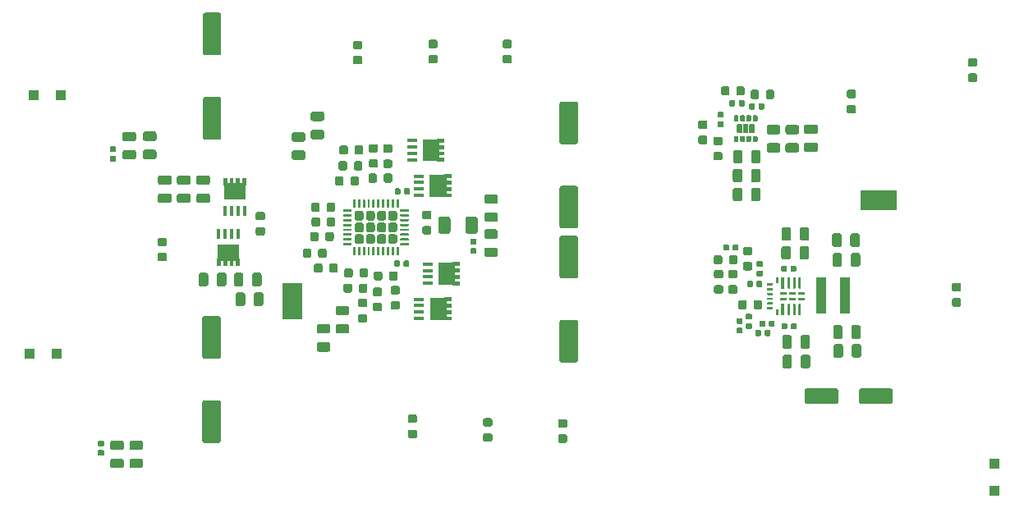
<source format=gbr>
G04 #@! TF.GenerationSoftware,KiCad,Pcbnew,(5.1.5)-3*
G04 #@! TF.CreationDate,2020-07-02T17:40:53-07:00*
G04 #@! TF.ProjectId,Pufferfish-Power-1,50756666-6572-4666-9973-682d506f7765,v0.1*
G04 #@! TF.SameCoordinates,Original*
G04 #@! TF.FileFunction,Paste,Top*
G04 #@! TF.FilePolarity,Positive*
%FSLAX46Y46*%
G04 Gerber Fmt 4.6, Leading zero omitted, Abs format (unit mm)*
G04 Created by KiCad (PCBNEW (5.1.5)-3) date 2020-07-02 17:40:53*
%MOMM*%
%LPD*%
G04 APERTURE LIST*
%ADD10R,1.000000X3.800000*%
%ADD11C,0.100000*%
%ADD12R,1.100000X1.100000*%
%ADD13R,2.030000X3.800000*%
%ADD14R,3.800000X2.030000*%
%ADD15R,0.405000X0.990000*%
%ADD16R,0.990000X0.405000*%
G04 APERTURE END LIST*
D10*
X181012800Y-108762800D03*
X178612800Y-108762800D03*
D11*
G36*
X132687891Y-93187853D02*
G01*
X132709126Y-93191003D01*
X132729950Y-93196219D01*
X132750162Y-93203451D01*
X132769568Y-93212630D01*
X132787981Y-93223666D01*
X132805224Y-93236454D01*
X132821130Y-93250870D01*
X132835546Y-93266776D01*
X132848334Y-93284019D01*
X132859370Y-93302432D01*
X132868549Y-93321838D01*
X132875781Y-93342050D01*
X132880997Y-93362874D01*
X132884147Y-93384109D01*
X132885200Y-93405550D01*
X132885200Y-93843050D01*
X132884147Y-93864491D01*
X132880997Y-93885726D01*
X132875781Y-93906550D01*
X132868549Y-93926762D01*
X132859370Y-93946168D01*
X132848334Y-93964581D01*
X132835546Y-93981824D01*
X132821130Y-93997730D01*
X132805224Y-94012146D01*
X132787981Y-94024934D01*
X132769568Y-94035970D01*
X132750162Y-94045149D01*
X132729950Y-94052381D01*
X132709126Y-94057597D01*
X132687891Y-94060747D01*
X132666450Y-94061800D01*
X132153950Y-94061800D01*
X132132509Y-94060747D01*
X132111274Y-94057597D01*
X132090450Y-94052381D01*
X132070238Y-94045149D01*
X132050832Y-94035970D01*
X132032419Y-94024934D01*
X132015176Y-94012146D01*
X131999270Y-93997730D01*
X131984854Y-93981824D01*
X131972066Y-93964581D01*
X131961030Y-93946168D01*
X131951851Y-93926762D01*
X131944619Y-93906550D01*
X131939403Y-93885726D01*
X131936253Y-93864491D01*
X131935200Y-93843050D01*
X131935200Y-93405550D01*
X131936253Y-93384109D01*
X131939403Y-93362874D01*
X131944619Y-93342050D01*
X131951851Y-93321838D01*
X131961030Y-93302432D01*
X131972066Y-93284019D01*
X131984854Y-93266776D01*
X131999270Y-93250870D01*
X132015176Y-93236454D01*
X132032419Y-93223666D01*
X132050832Y-93212630D01*
X132070238Y-93203451D01*
X132090450Y-93196219D01*
X132111274Y-93191003D01*
X132132509Y-93187853D01*
X132153950Y-93186800D01*
X132666450Y-93186800D01*
X132687891Y-93187853D01*
G37*
G36*
X132687891Y-94762853D02*
G01*
X132709126Y-94766003D01*
X132729950Y-94771219D01*
X132750162Y-94778451D01*
X132769568Y-94787630D01*
X132787981Y-94798666D01*
X132805224Y-94811454D01*
X132821130Y-94825870D01*
X132835546Y-94841776D01*
X132848334Y-94859019D01*
X132859370Y-94877432D01*
X132868549Y-94896838D01*
X132875781Y-94917050D01*
X132880997Y-94937874D01*
X132884147Y-94959109D01*
X132885200Y-94980550D01*
X132885200Y-95418050D01*
X132884147Y-95439491D01*
X132880997Y-95460726D01*
X132875781Y-95481550D01*
X132868549Y-95501762D01*
X132859370Y-95521168D01*
X132848334Y-95539581D01*
X132835546Y-95556824D01*
X132821130Y-95572730D01*
X132805224Y-95587146D01*
X132787981Y-95599934D01*
X132769568Y-95610970D01*
X132750162Y-95620149D01*
X132729950Y-95627381D01*
X132709126Y-95632597D01*
X132687891Y-95635747D01*
X132666450Y-95636800D01*
X132153950Y-95636800D01*
X132132509Y-95635747D01*
X132111274Y-95632597D01*
X132090450Y-95627381D01*
X132070238Y-95620149D01*
X132050832Y-95610970D01*
X132032419Y-95599934D01*
X132015176Y-95587146D01*
X131999270Y-95572730D01*
X131984854Y-95556824D01*
X131972066Y-95539581D01*
X131961030Y-95521168D01*
X131951851Y-95501762D01*
X131944619Y-95481550D01*
X131939403Y-95460726D01*
X131936253Y-95439491D01*
X131935200Y-95418050D01*
X131935200Y-94980550D01*
X131936253Y-94959109D01*
X131939403Y-94937874D01*
X131944619Y-94917050D01*
X131951851Y-94896838D01*
X131961030Y-94877432D01*
X131972066Y-94859019D01*
X131984854Y-94841776D01*
X131999270Y-94825870D01*
X132015176Y-94811454D01*
X132032419Y-94798666D01*
X132050832Y-94787630D01*
X132070238Y-94778451D01*
X132090450Y-94771219D01*
X132111274Y-94766003D01*
X132132509Y-94762853D01*
X132153950Y-94761800D01*
X132666450Y-94761800D01*
X132687891Y-94762853D01*
G37*
G36*
X133132791Y-106307653D02*
G01*
X133154026Y-106310803D01*
X133174850Y-106316019D01*
X133195062Y-106323251D01*
X133214468Y-106332430D01*
X133232881Y-106343466D01*
X133250124Y-106356254D01*
X133266030Y-106370670D01*
X133280446Y-106386576D01*
X133293234Y-106403819D01*
X133304270Y-106422232D01*
X133313449Y-106441638D01*
X133320681Y-106461850D01*
X133325897Y-106482674D01*
X133329047Y-106503909D01*
X133330100Y-106525350D01*
X133330100Y-107037850D01*
X133329047Y-107059291D01*
X133325897Y-107080526D01*
X133320681Y-107101350D01*
X133313449Y-107121562D01*
X133304270Y-107140968D01*
X133293234Y-107159381D01*
X133280446Y-107176624D01*
X133266030Y-107192530D01*
X133250124Y-107206946D01*
X133232881Y-107219734D01*
X133214468Y-107230770D01*
X133195062Y-107239949D01*
X133174850Y-107247181D01*
X133154026Y-107252397D01*
X133132791Y-107255547D01*
X133111350Y-107256600D01*
X132673850Y-107256600D01*
X132652409Y-107255547D01*
X132631174Y-107252397D01*
X132610350Y-107247181D01*
X132590138Y-107239949D01*
X132570732Y-107230770D01*
X132552319Y-107219734D01*
X132535076Y-107206946D01*
X132519170Y-107192530D01*
X132504754Y-107176624D01*
X132491966Y-107159381D01*
X132480930Y-107140968D01*
X132471751Y-107121562D01*
X132464519Y-107101350D01*
X132459303Y-107080526D01*
X132456153Y-107059291D01*
X132455100Y-107037850D01*
X132455100Y-106525350D01*
X132456153Y-106503909D01*
X132459303Y-106482674D01*
X132464519Y-106461850D01*
X132471751Y-106441638D01*
X132480930Y-106422232D01*
X132491966Y-106403819D01*
X132504754Y-106386576D01*
X132519170Y-106370670D01*
X132535076Y-106356254D01*
X132552319Y-106343466D01*
X132570732Y-106332430D01*
X132590138Y-106323251D01*
X132610350Y-106316019D01*
X132631174Y-106310803D01*
X132652409Y-106307653D01*
X132673850Y-106306600D01*
X133111350Y-106306600D01*
X133132791Y-106307653D01*
G37*
G36*
X134707791Y-106307653D02*
G01*
X134729026Y-106310803D01*
X134749850Y-106316019D01*
X134770062Y-106323251D01*
X134789468Y-106332430D01*
X134807881Y-106343466D01*
X134825124Y-106356254D01*
X134841030Y-106370670D01*
X134855446Y-106386576D01*
X134868234Y-106403819D01*
X134879270Y-106422232D01*
X134888449Y-106441638D01*
X134895681Y-106461850D01*
X134900897Y-106482674D01*
X134904047Y-106503909D01*
X134905100Y-106525350D01*
X134905100Y-107037850D01*
X134904047Y-107059291D01*
X134900897Y-107080526D01*
X134895681Y-107101350D01*
X134888449Y-107121562D01*
X134879270Y-107140968D01*
X134868234Y-107159381D01*
X134855446Y-107176624D01*
X134841030Y-107192530D01*
X134825124Y-107206946D01*
X134807881Y-107219734D01*
X134789468Y-107230770D01*
X134770062Y-107239949D01*
X134749850Y-107247181D01*
X134729026Y-107252397D01*
X134707791Y-107255547D01*
X134686350Y-107256600D01*
X134248850Y-107256600D01*
X134227409Y-107255547D01*
X134206174Y-107252397D01*
X134185350Y-107247181D01*
X134165138Y-107239949D01*
X134145732Y-107230770D01*
X134127319Y-107219734D01*
X134110076Y-107206946D01*
X134094170Y-107192530D01*
X134079754Y-107176624D01*
X134066966Y-107159381D01*
X134055930Y-107140968D01*
X134046751Y-107121562D01*
X134039519Y-107101350D01*
X134034303Y-107080526D01*
X134031153Y-107059291D01*
X134030100Y-107037850D01*
X134030100Y-106525350D01*
X134031153Y-106503909D01*
X134034303Y-106482674D01*
X134039519Y-106461850D01*
X134046751Y-106441638D01*
X134055930Y-106422232D01*
X134066966Y-106403819D01*
X134079754Y-106386576D01*
X134094170Y-106370670D01*
X134110076Y-106356254D01*
X134127319Y-106343466D01*
X134145732Y-106332430D01*
X134165138Y-106323251D01*
X134185350Y-106316019D01*
X134206174Y-106310803D01*
X134227409Y-106307653D01*
X134248850Y-106306600D01*
X134686350Y-106306600D01*
X134707791Y-106307653D01*
G37*
G36*
X140124904Y-100675404D02*
G01*
X140149173Y-100679004D01*
X140172971Y-100684965D01*
X140196071Y-100693230D01*
X140218249Y-100703720D01*
X140239293Y-100716333D01*
X140258998Y-100730947D01*
X140277177Y-100747423D01*
X140293653Y-100765602D01*
X140308267Y-100785307D01*
X140320880Y-100806351D01*
X140331370Y-100828529D01*
X140339635Y-100851629D01*
X140345596Y-100875427D01*
X140349196Y-100899696D01*
X140350400Y-100924200D01*
X140350400Y-102174200D01*
X140349196Y-102198704D01*
X140345596Y-102222973D01*
X140339635Y-102246771D01*
X140331370Y-102269871D01*
X140320880Y-102292049D01*
X140308267Y-102313093D01*
X140293653Y-102332798D01*
X140277177Y-102350977D01*
X140258998Y-102367453D01*
X140239293Y-102382067D01*
X140218249Y-102394680D01*
X140196071Y-102405170D01*
X140172971Y-102413435D01*
X140149173Y-102419396D01*
X140124904Y-102422996D01*
X140100400Y-102424200D01*
X139350400Y-102424200D01*
X139325896Y-102422996D01*
X139301627Y-102419396D01*
X139277829Y-102413435D01*
X139254729Y-102405170D01*
X139232551Y-102394680D01*
X139211507Y-102382067D01*
X139191802Y-102367453D01*
X139173623Y-102350977D01*
X139157147Y-102332798D01*
X139142533Y-102313093D01*
X139129920Y-102292049D01*
X139119430Y-102269871D01*
X139111165Y-102246771D01*
X139105204Y-102222973D01*
X139101604Y-102198704D01*
X139100400Y-102174200D01*
X139100400Y-100924200D01*
X139101604Y-100899696D01*
X139105204Y-100875427D01*
X139111165Y-100851629D01*
X139119430Y-100828529D01*
X139129920Y-100806351D01*
X139142533Y-100785307D01*
X139157147Y-100765602D01*
X139173623Y-100747423D01*
X139191802Y-100730947D01*
X139211507Y-100716333D01*
X139232551Y-100703720D01*
X139254729Y-100693230D01*
X139277829Y-100684965D01*
X139301627Y-100679004D01*
X139325896Y-100675404D01*
X139350400Y-100674200D01*
X140100400Y-100674200D01*
X140124904Y-100675404D01*
G37*
G36*
X142924904Y-100675404D02*
G01*
X142949173Y-100679004D01*
X142972971Y-100684965D01*
X142996071Y-100693230D01*
X143018249Y-100703720D01*
X143039293Y-100716333D01*
X143058998Y-100730947D01*
X143077177Y-100747423D01*
X143093653Y-100765602D01*
X143108267Y-100785307D01*
X143120880Y-100806351D01*
X143131370Y-100828529D01*
X143139635Y-100851629D01*
X143145596Y-100875427D01*
X143149196Y-100899696D01*
X143150400Y-100924200D01*
X143150400Y-102174200D01*
X143149196Y-102198704D01*
X143145596Y-102222973D01*
X143139635Y-102246771D01*
X143131370Y-102269871D01*
X143120880Y-102292049D01*
X143108267Y-102313093D01*
X143093653Y-102332798D01*
X143077177Y-102350977D01*
X143058998Y-102367453D01*
X143039293Y-102382067D01*
X143018249Y-102394680D01*
X142996071Y-102405170D01*
X142972971Y-102413435D01*
X142949173Y-102419396D01*
X142924904Y-102422996D01*
X142900400Y-102424200D01*
X142150400Y-102424200D01*
X142125896Y-102422996D01*
X142101627Y-102419396D01*
X142077829Y-102413435D01*
X142054729Y-102405170D01*
X142032551Y-102394680D01*
X142011507Y-102382067D01*
X141991802Y-102367453D01*
X141973623Y-102350977D01*
X141957147Y-102332798D01*
X141942533Y-102313093D01*
X141929920Y-102292049D01*
X141919430Y-102269871D01*
X141911165Y-102246771D01*
X141905204Y-102222973D01*
X141901604Y-102198704D01*
X141900400Y-102174200D01*
X141900400Y-100924200D01*
X141901604Y-100899696D01*
X141905204Y-100875427D01*
X141911165Y-100851629D01*
X141919430Y-100828529D01*
X141929920Y-100806351D01*
X141942533Y-100785307D01*
X141957147Y-100765602D01*
X141973623Y-100747423D01*
X141991802Y-100730947D01*
X142011507Y-100716333D01*
X142032551Y-100703720D01*
X142054729Y-100693230D01*
X142077829Y-100684965D01*
X142101627Y-100679004D01*
X142125896Y-100675404D01*
X142150400Y-100674200D01*
X142900400Y-100674200D01*
X142924904Y-100675404D01*
G37*
G36*
X110920091Y-104414853D02*
G01*
X110941326Y-104418003D01*
X110962150Y-104423219D01*
X110982362Y-104430451D01*
X111001768Y-104439630D01*
X111020181Y-104450666D01*
X111037424Y-104463454D01*
X111053330Y-104477870D01*
X111067746Y-104493776D01*
X111080534Y-104511019D01*
X111091570Y-104529432D01*
X111100749Y-104548838D01*
X111107981Y-104569050D01*
X111113197Y-104589874D01*
X111116347Y-104611109D01*
X111117400Y-104632550D01*
X111117400Y-105070050D01*
X111116347Y-105091491D01*
X111113197Y-105112726D01*
X111107981Y-105133550D01*
X111100749Y-105153762D01*
X111091570Y-105173168D01*
X111080534Y-105191581D01*
X111067746Y-105208824D01*
X111053330Y-105224730D01*
X111037424Y-105239146D01*
X111020181Y-105251934D01*
X111001768Y-105262970D01*
X110982362Y-105272149D01*
X110962150Y-105279381D01*
X110941326Y-105284597D01*
X110920091Y-105287747D01*
X110898650Y-105288800D01*
X110386150Y-105288800D01*
X110364709Y-105287747D01*
X110343474Y-105284597D01*
X110322650Y-105279381D01*
X110302438Y-105272149D01*
X110283032Y-105262970D01*
X110264619Y-105251934D01*
X110247376Y-105239146D01*
X110231470Y-105224730D01*
X110217054Y-105208824D01*
X110204266Y-105191581D01*
X110193230Y-105173168D01*
X110184051Y-105153762D01*
X110176819Y-105133550D01*
X110171603Y-105112726D01*
X110168453Y-105091491D01*
X110167400Y-105070050D01*
X110167400Y-104632550D01*
X110168453Y-104611109D01*
X110171603Y-104589874D01*
X110176819Y-104569050D01*
X110184051Y-104548838D01*
X110193230Y-104529432D01*
X110204266Y-104511019D01*
X110217054Y-104493776D01*
X110231470Y-104477870D01*
X110247376Y-104463454D01*
X110264619Y-104450666D01*
X110283032Y-104439630D01*
X110302438Y-104430451D01*
X110322650Y-104423219D01*
X110343474Y-104418003D01*
X110364709Y-104414853D01*
X110386150Y-104413800D01*
X110898650Y-104413800D01*
X110920091Y-104414853D01*
G37*
G36*
X110920091Y-102839853D02*
G01*
X110941326Y-102843003D01*
X110962150Y-102848219D01*
X110982362Y-102855451D01*
X111001768Y-102864630D01*
X111020181Y-102875666D01*
X111037424Y-102888454D01*
X111053330Y-102902870D01*
X111067746Y-102918776D01*
X111080534Y-102936019D01*
X111091570Y-102954432D01*
X111100749Y-102973838D01*
X111107981Y-102994050D01*
X111113197Y-103014874D01*
X111116347Y-103036109D01*
X111117400Y-103057550D01*
X111117400Y-103495050D01*
X111116347Y-103516491D01*
X111113197Y-103537726D01*
X111107981Y-103558550D01*
X111100749Y-103578762D01*
X111091570Y-103598168D01*
X111080534Y-103616581D01*
X111067746Y-103633824D01*
X111053330Y-103649730D01*
X111037424Y-103664146D01*
X111020181Y-103676934D01*
X111001768Y-103687970D01*
X110982362Y-103697149D01*
X110962150Y-103704381D01*
X110941326Y-103709597D01*
X110920091Y-103712747D01*
X110898650Y-103713800D01*
X110386150Y-103713800D01*
X110364709Y-103712747D01*
X110343474Y-103709597D01*
X110322650Y-103704381D01*
X110302438Y-103697149D01*
X110283032Y-103687970D01*
X110264619Y-103676934D01*
X110247376Y-103664146D01*
X110231470Y-103649730D01*
X110217054Y-103633824D01*
X110204266Y-103616581D01*
X110193230Y-103598168D01*
X110184051Y-103578762D01*
X110176819Y-103558550D01*
X110171603Y-103537726D01*
X110168453Y-103516491D01*
X110167400Y-103495050D01*
X110167400Y-103057550D01*
X110168453Y-103036109D01*
X110171603Y-103014874D01*
X110176819Y-102994050D01*
X110184051Y-102973838D01*
X110193230Y-102954432D01*
X110204266Y-102936019D01*
X110217054Y-102918776D01*
X110231470Y-102902870D01*
X110247376Y-102888454D01*
X110264619Y-102875666D01*
X110283032Y-102864630D01*
X110302438Y-102855451D01*
X110322650Y-102848219D01*
X110343474Y-102843003D01*
X110364709Y-102839853D01*
X110386150Y-102838800D01*
X110898650Y-102838800D01*
X110920091Y-102839853D01*
G37*
G36*
X138199691Y-101646253D02*
G01*
X138220926Y-101649403D01*
X138241750Y-101654619D01*
X138261962Y-101661851D01*
X138281368Y-101671030D01*
X138299781Y-101682066D01*
X138317024Y-101694854D01*
X138332930Y-101709270D01*
X138347346Y-101725176D01*
X138360134Y-101742419D01*
X138371170Y-101760832D01*
X138380349Y-101780238D01*
X138387581Y-101800450D01*
X138392797Y-101821274D01*
X138395947Y-101842509D01*
X138397000Y-101863950D01*
X138397000Y-102301450D01*
X138395947Y-102322891D01*
X138392797Y-102344126D01*
X138387581Y-102364950D01*
X138380349Y-102385162D01*
X138371170Y-102404568D01*
X138360134Y-102422981D01*
X138347346Y-102440224D01*
X138332930Y-102456130D01*
X138317024Y-102470546D01*
X138299781Y-102483334D01*
X138281368Y-102494370D01*
X138261962Y-102503549D01*
X138241750Y-102510781D01*
X138220926Y-102515997D01*
X138199691Y-102519147D01*
X138178250Y-102520200D01*
X137665750Y-102520200D01*
X137644309Y-102519147D01*
X137623074Y-102515997D01*
X137602250Y-102510781D01*
X137582038Y-102503549D01*
X137562632Y-102494370D01*
X137544219Y-102483334D01*
X137526976Y-102470546D01*
X137511070Y-102456130D01*
X137496654Y-102440224D01*
X137483866Y-102422981D01*
X137472830Y-102404568D01*
X137463651Y-102385162D01*
X137456419Y-102364950D01*
X137451203Y-102344126D01*
X137448053Y-102322891D01*
X137447000Y-102301450D01*
X137447000Y-101863950D01*
X137448053Y-101842509D01*
X137451203Y-101821274D01*
X137456419Y-101800450D01*
X137463651Y-101780238D01*
X137472830Y-101760832D01*
X137483866Y-101742419D01*
X137496654Y-101725176D01*
X137511070Y-101709270D01*
X137526976Y-101694854D01*
X137544219Y-101682066D01*
X137562632Y-101671030D01*
X137582038Y-101661851D01*
X137602250Y-101654619D01*
X137623074Y-101649403D01*
X137644309Y-101646253D01*
X137665750Y-101645200D01*
X138178250Y-101645200D01*
X138199691Y-101646253D01*
G37*
G36*
X138199691Y-100071253D02*
G01*
X138220926Y-100074403D01*
X138241750Y-100079619D01*
X138261962Y-100086851D01*
X138281368Y-100096030D01*
X138299781Y-100107066D01*
X138317024Y-100119854D01*
X138332930Y-100134270D01*
X138347346Y-100150176D01*
X138360134Y-100167419D01*
X138371170Y-100185832D01*
X138380349Y-100205238D01*
X138387581Y-100225450D01*
X138392797Y-100246274D01*
X138395947Y-100267509D01*
X138397000Y-100288950D01*
X138397000Y-100726450D01*
X138395947Y-100747891D01*
X138392797Y-100769126D01*
X138387581Y-100789950D01*
X138380349Y-100810162D01*
X138371170Y-100829568D01*
X138360134Y-100847981D01*
X138347346Y-100865224D01*
X138332930Y-100881130D01*
X138317024Y-100895546D01*
X138299781Y-100908334D01*
X138281368Y-100919370D01*
X138261962Y-100928549D01*
X138241750Y-100935781D01*
X138220926Y-100940997D01*
X138199691Y-100944147D01*
X138178250Y-100945200D01*
X137665750Y-100945200D01*
X137644309Y-100944147D01*
X137623074Y-100940997D01*
X137602250Y-100935781D01*
X137582038Y-100928549D01*
X137562632Y-100919370D01*
X137544219Y-100908334D01*
X137526976Y-100895546D01*
X137511070Y-100881130D01*
X137496654Y-100865224D01*
X137483866Y-100847981D01*
X137472830Y-100829568D01*
X137463651Y-100810162D01*
X137456419Y-100789950D01*
X137451203Y-100769126D01*
X137448053Y-100747891D01*
X137447000Y-100726450D01*
X137447000Y-100288950D01*
X137448053Y-100267509D01*
X137451203Y-100246274D01*
X137456419Y-100225450D01*
X137463651Y-100205238D01*
X137472830Y-100185832D01*
X137483866Y-100167419D01*
X137496654Y-100150176D01*
X137511070Y-100134270D01*
X137526976Y-100119854D01*
X137544219Y-100107066D01*
X137562632Y-100096030D01*
X137582038Y-100086851D01*
X137602250Y-100079619D01*
X137623074Y-100074403D01*
X137644309Y-100071253D01*
X137665750Y-100070200D01*
X138178250Y-100070200D01*
X138199691Y-100071253D01*
G37*
G36*
X170699391Y-109279453D02*
G01*
X170720626Y-109282603D01*
X170741450Y-109287819D01*
X170761662Y-109295051D01*
X170781068Y-109304230D01*
X170799481Y-109315266D01*
X170816724Y-109328054D01*
X170832630Y-109342470D01*
X170847046Y-109358376D01*
X170859834Y-109375619D01*
X170870870Y-109394032D01*
X170880049Y-109413438D01*
X170887281Y-109433650D01*
X170892497Y-109454474D01*
X170895647Y-109475709D01*
X170896700Y-109497150D01*
X170896700Y-110009650D01*
X170895647Y-110031091D01*
X170892497Y-110052326D01*
X170887281Y-110073150D01*
X170880049Y-110093362D01*
X170870870Y-110112768D01*
X170859834Y-110131181D01*
X170847046Y-110148424D01*
X170832630Y-110164330D01*
X170816724Y-110178746D01*
X170799481Y-110191534D01*
X170781068Y-110202570D01*
X170761662Y-110211749D01*
X170741450Y-110218981D01*
X170720626Y-110224197D01*
X170699391Y-110227347D01*
X170677950Y-110228400D01*
X170240450Y-110228400D01*
X170219009Y-110227347D01*
X170197774Y-110224197D01*
X170176950Y-110218981D01*
X170156738Y-110211749D01*
X170137332Y-110202570D01*
X170118919Y-110191534D01*
X170101676Y-110178746D01*
X170085770Y-110164330D01*
X170071354Y-110148424D01*
X170058566Y-110131181D01*
X170047530Y-110112768D01*
X170038351Y-110093362D01*
X170031119Y-110073150D01*
X170025903Y-110052326D01*
X170022753Y-110031091D01*
X170021700Y-110009650D01*
X170021700Y-109497150D01*
X170022753Y-109475709D01*
X170025903Y-109454474D01*
X170031119Y-109433650D01*
X170038351Y-109413438D01*
X170047530Y-109394032D01*
X170058566Y-109375619D01*
X170071354Y-109358376D01*
X170085770Y-109342470D01*
X170101676Y-109328054D01*
X170118919Y-109315266D01*
X170137332Y-109304230D01*
X170156738Y-109295051D01*
X170176950Y-109287819D01*
X170197774Y-109282603D01*
X170219009Y-109279453D01*
X170240450Y-109278400D01*
X170677950Y-109278400D01*
X170699391Y-109279453D01*
G37*
G36*
X172274391Y-109279453D02*
G01*
X172295626Y-109282603D01*
X172316450Y-109287819D01*
X172336662Y-109295051D01*
X172356068Y-109304230D01*
X172374481Y-109315266D01*
X172391724Y-109328054D01*
X172407630Y-109342470D01*
X172422046Y-109358376D01*
X172434834Y-109375619D01*
X172445870Y-109394032D01*
X172455049Y-109413438D01*
X172462281Y-109433650D01*
X172467497Y-109454474D01*
X172470647Y-109475709D01*
X172471700Y-109497150D01*
X172471700Y-110009650D01*
X172470647Y-110031091D01*
X172467497Y-110052326D01*
X172462281Y-110073150D01*
X172455049Y-110093362D01*
X172445870Y-110112768D01*
X172434834Y-110131181D01*
X172422046Y-110148424D01*
X172407630Y-110164330D01*
X172391724Y-110178746D01*
X172374481Y-110191534D01*
X172356068Y-110202570D01*
X172336662Y-110211749D01*
X172316450Y-110218981D01*
X172295626Y-110224197D01*
X172274391Y-110227347D01*
X172252950Y-110228400D01*
X171815450Y-110228400D01*
X171794009Y-110227347D01*
X171772774Y-110224197D01*
X171751950Y-110218981D01*
X171731738Y-110211749D01*
X171712332Y-110202570D01*
X171693919Y-110191534D01*
X171676676Y-110178746D01*
X171660770Y-110164330D01*
X171646354Y-110148424D01*
X171633566Y-110131181D01*
X171622530Y-110112768D01*
X171613351Y-110093362D01*
X171606119Y-110073150D01*
X171600903Y-110052326D01*
X171597753Y-110031091D01*
X171596700Y-110009650D01*
X171596700Y-109497150D01*
X171597753Y-109475709D01*
X171600903Y-109454474D01*
X171606119Y-109433650D01*
X171613351Y-109413438D01*
X171622530Y-109394032D01*
X171633566Y-109375619D01*
X171646354Y-109358376D01*
X171660770Y-109342470D01*
X171676676Y-109328054D01*
X171693919Y-109315266D01*
X171712332Y-109304230D01*
X171731738Y-109295051D01*
X171751950Y-109287819D01*
X171772774Y-109282603D01*
X171794009Y-109279453D01*
X171815450Y-109278400D01*
X172252950Y-109278400D01*
X172274391Y-109279453D01*
G37*
G36*
X130084891Y-106002853D02*
G01*
X130106126Y-106006003D01*
X130126950Y-106011219D01*
X130147162Y-106018451D01*
X130166568Y-106027630D01*
X130184981Y-106038666D01*
X130202224Y-106051454D01*
X130218130Y-106065870D01*
X130232546Y-106081776D01*
X130245334Y-106099019D01*
X130256370Y-106117432D01*
X130265549Y-106136838D01*
X130272781Y-106157050D01*
X130277997Y-106177874D01*
X130281147Y-106199109D01*
X130282200Y-106220550D01*
X130282200Y-106733050D01*
X130281147Y-106754491D01*
X130277997Y-106775726D01*
X130272781Y-106796550D01*
X130265549Y-106816762D01*
X130256370Y-106836168D01*
X130245334Y-106854581D01*
X130232546Y-106871824D01*
X130218130Y-106887730D01*
X130202224Y-106902146D01*
X130184981Y-106914934D01*
X130166568Y-106925970D01*
X130147162Y-106935149D01*
X130126950Y-106942381D01*
X130106126Y-106947597D01*
X130084891Y-106950747D01*
X130063450Y-106951800D01*
X129625950Y-106951800D01*
X129604509Y-106950747D01*
X129583274Y-106947597D01*
X129562450Y-106942381D01*
X129542238Y-106935149D01*
X129522832Y-106925970D01*
X129504419Y-106914934D01*
X129487176Y-106902146D01*
X129471270Y-106887730D01*
X129456854Y-106871824D01*
X129444066Y-106854581D01*
X129433030Y-106836168D01*
X129423851Y-106816762D01*
X129416619Y-106796550D01*
X129411403Y-106775726D01*
X129408253Y-106754491D01*
X129407200Y-106733050D01*
X129407200Y-106220550D01*
X129408253Y-106199109D01*
X129411403Y-106177874D01*
X129416619Y-106157050D01*
X129423851Y-106136838D01*
X129433030Y-106117432D01*
X129444066Y-106099019D01*
X129456854Y-106081776D01*
X129471270Y-106065870D01*
X129487176Y-106051454D01*
X129504419Y-106038666D01*
X129522832Y-106027630D01*
X129542238Y-106018451D01*
X129562450Y-106011219D01*
X129583274Y-106006003D01*
X129604509Y-106002853D01*
X129625950Y-106001800D01*
X130063450Y-106001800D01*
X130084891Y-106002853D01*
G37*
G36*
X131659891Y-106002853D02*
G01*
X131681126Y-106006003D01*
X131701950Y-106011219D01*
X131722162Y-106018451D01*
X131741568Y-106027630D01*
X131759981Y-106038666D01*
X131777224Y-106051454D01*
X131793130Y-106065870D01*
X131807546Y-106081776D01*
X131820334Y-106099019D01*
X131831370Y-106117432D01*
X131840549Y-106136838D01*
X131847781Y-106157050D01*
X131852997Y-106177874D01*
X131856147Y-106199109D01*
X131857200Y-106220550D01*
X131857200Y-106733050D01*
X131856147Y-106754491D01*
X131852997Y-106775726D01*
X131847781Y-106796550D01*
X131840549Y-106816762D01*
X131831370Y-106836168D01*
X131820334Y-106854581D01*
X131807546Y-106871824D01*
X131793130Y-106887730D01*
X131777224Y-106902146D01*
X131759981Y-106914934D01*
X131741568Y-106925970D01*
X131722162Y-106935149D01*
X131701950Y-106942381D01*
X131681126Y-106947597D01*
X131659891Y-106950747D01*
X131638450Y-106951800D01*
X131200950Y-106951800D01*
X131179509Y-106950747D01*
X131158274Y-106947597D01*
X131137450Y-106942381D01*
X131117238Y-106935149D01*
X131097832Y-106925970D01*
X131079419Y-106914934D01*
X131062176Y-106902146D01*
X131046270Y-106887730D01*
X131031854Y-106871824D01*
X131019066Y-106854581D01*
X131008030Y-106836168D01*
X130998851Y-106816762D01*
X130991619Y-106796550D01*
X130986403Y-106775726D01*
X130983253Y-106754491D01*
X130982200Y-106733050D01*
X130982200Y-106220550D01*
X130983253Y-106199109D01*
X130986403Y-106177874D01*
X130991619Y-106157050D01*
X130998851Y-106136838D01*
X131008030Y-106117432D01*
X131019066Y-106099019D01*
X131031854Y-106081776D01*
X131046270Y-106065870D01*
X131062176Y-106051454D01*
X131079419Y-106038666D01*
X131097832Y-106027630D01*
X131117238Y-106018451D01*
X131137450Y-106011219D01*
X131158274Y-106006003D01*
X131179509Y-106002853D01*
X131200950Y-106001800D01*
X131638450Y-106001800D01*
X131659891Y-106002853D01*
G37*
G36*
X129144991Y-96528653D02*
G01*
X129166226Y-96531803D01*
X129187050Y-96537019D01*
X129207262Y-96544251D01*
X129226668Y-96553430D01*
X129245081Y-96564466D01*
X129262324Y-96577254D01*
X129278230Y-96591670D01*
X129292646Y-96607576D01*
X129305434Y-96624819D01*
X129316470Y-96643232D01*
X129325649Y-96662638D01*
X129332881Y-96682850D01*
X129338097Y-96703674D01*
X129341247Y-96724909D01*
X129342300Y-96746350D01*
X129342300Y-97258850D01*
X129341247Y-97280291D01*
X129338097Y-97301526D01*
X129332881Y-97322350D01*
X129325649Y-97342562D01*
X129316470Y-97361968D01*
X129305434Y-97380381D01*
X129292646Y-97397624D01*
X129278230Y-97413530D01*
X129262324Y-97427946D01*
X129245081Y-97440734D01*
X129226668Y-97451770D01*
X129207262Y-97460949D01*
X129187050Y-97468181D01*
X129166226Y-97473397D01*
X129144991Y-97476547D01*
X129123550Y-97477600D01*
X128686050Y-97477600D01*
X128664609Y-97476547D01*
X128643374Y-97473397D01*
X128622550Y-97468181D01*
X128602338Y-97460949D01*
X128582932Y-97451770D01*
X128564519Y-97440734D01*
X128547276Y-97427946D01*
X128531370Y-97413530D01*
X128516954Y-97397624D01*
X128504166Y-97380381D01*
X128493130Y-97361968D01*
X128483951Y-97342562D01*
X128476719Y-97322350D01*
X128471503Y-97301526D01*
X128468353Y-97280291D01*
X128467300Y-97258850D01*
X128467300Y-96746350D01*
X128468353Y-96724909D01*
X128471503Y-96703674D01*
X128476719Y-96682850D01*
X128483951Y-96662638D01*
X128493130Y-96643232D01*
X128504166Y-96624819D01*
X128516954Y-96607576D01*
X128531370Y-96591670D01*
X128547276Y-96577254D01*
X128564519Y-96564466D01*
X128582932Y-96553430D01*
X128602338Y-96544251D01*
X128622550Y-96537019D01*
X128643374Y-96531803D01*
X128664609Y-96528653D01*
X128686050Y-96527600D01*
X129123550Y-96527600D01*
X129144991Y-96528653D01*
G37*
G36*
X130719991Y-96528653D02*
G01*
X130741226Y-96531803D01*
X130762050Y-96537019D01*
X130782262Y-96544251D01*
X130801668Y-96553430D01*
X130820081Y-96564466D01*
X130837324Y-96577254D01*
X130853230Y-96591670D01*
X130867646Y-96607576D01*
X130880434Y-96624819D01*
X130891470Y-96643232D01*
X130900649Y-96662638D01*
X130907881Y-96682850D01*
X130913097Y-96703674D01*
X130916247Y-96724909D01*
X130917300Y-96746350D01*
X130917300Y-97258850D01*
X130916247Y-97280291D01*
X130913097Y-97301526D01*
X130907881Y-97322350D01*
X130900649Y-97342562D01*
X130891470Y-97361968D01*
X130880434Y-97380381D01*
X130867646Y-97397624D01*
X130853230Y-97413530D01*
X130837324Y-97427946D01*
X130820081Y-97440734D01*
X130801668Y-97451770D01*
X130782262Y-97460949D01*
X130762050Y-97468181D01*
X130741226Y-97473397D01*
X130719991Y-97476547D01*
X130698550Y-97477600D01*
X130261050Y-97477600D01*
X130239609Y-97476547D01*
X130218374Y-97473397D01*
X130197550Y-97468181D01*
X130177338Y-97460949D01*
X130157932Y-97451770D01*
X130139519Y-97440734D01*
X130122276Y-97427946D01*
X130106370Y-97413530D01*
X130091954Y-97397624D01*
X130079166Y-97380381D01*
X130068130Y-97361968D01*
X130058951Y-97342562D01*
X130051719Y-97322350D01*
X130046503Y-97301526D01*
X130043353Y-97280291D01*
X130042300Y-97258850D01*
X130042300Y-96746350D01*
X130043353Y-96724909D01*
X130046503Y-96703674D01*
X130051719Y-96682850D01*
X130058951Y-96662638D01*
X130068130Y-96643232D01*
X130079166Y-96624819D01*
X130091954Y-96607576D01*
X130106370Y-96591670D01*
X130122276Y-96577254D01*
X130139519Y-96564466D01*
X130157932Y-96553430D01*
X130177338Y-96544251D01*
X130197550Y-96537019D01*
X130218374Y-96531803D01*
X130239609Y-96528653D01*
X130261050Y-96527600D01*
X130698550Y-96527600D01*
X130719991Y-96528653D01*
G37*
G36*
X126681291Y-99246453D02*
G01*
X126702526Y-99249603D01*
X126723350Y-99254819D01*
X126743562Y-99262051D01*
X126762968Y-99271230D01*
X126781381Y-99282266D01*
X126798624Y-99295054D01*
X126814530Y-99309470D01*
X126828946Y-99325376D01*
X126841734Y-99342619D01*
X126852770Y-99361032D01*
X126861949Y-99380438D01*
X126869181Y-99400650D01*
X126874397Y-99421474D01*
X126877547Y-99442709D01*
X126878600Y-99464150D01*
X126878600Y-99976650D01*
X126877547Y-99998091D01*
X126874397Y-100019326D01*
X126869181Y-100040150D01*
X126861949Y-100060362D01*
X126852770Y-100079768D01*
X126841734Y-100098181D01*
X126828946Y-100115424D01*
X126814530Y-100131330D01*
X126798624Y-100145746D01*
X126781381Y-100158534D01*
X126762968Y-100169570D01*
X126743562Y-100178749D01*
X126723350Y-100185981D01*
X126702526Y-100191197D01*
X126681291Y-100194347D01*
X126659850Y-100195400D01*
X126222350Y-100195400D01*
X126200909Y-100194347D01*
X126179674Y-100191197D01*
X126158850Y-100185981D01*
X126138638Y-100178749D01*
X126119232Y-100169570D01*
X126100819Y-100158534D01*
X126083576Y-100145746D01*
X126067670Y-100131330D01*
X126053254Y-100115424D01*
X126040466Y-100098181D01*
X126029430Y-100079768D01*
X126020251Y-100060362D01*
X126013019Y-100040150D01*
X126007803Y-100019326D01*
X126004653Y-99998091D01*
X126003600Y-99976650D01*
X126003600Y-99464150D01*
X126004653Y-99442709D01*
X126007803Y-99421474D01*
X126013019Y-99400650D01*
X126020251Y-99380438D01*
X126029430Y-99361032D01*
X126040466Y-99342619D01*
X126053254Y-99325376D01*
X126067670Y-99309470D01*
X126083576Y-99295054D01*
X126100819Y-99282266D01*
X126119232Y-99271230D01*
X126138638Y-99262051D01*
X126158850Y-99254819D01*
X126179674Y-99249603D01*
X126200909Y-99246453D01*
X126222350Y-99245400D01*
X126659850Y-99245400D01*
X126681291Y-99246453D01*
G37*
G36*
X128256291Y-99246453D02*
G01*
X128277526Y-99249603D01*
X128298350Y-99254819D01*
X128318562Y-99262051D01*
X128337968Y-99271230D01*
X128356381Y-99282266D01*
X128373624Y-99295054D01*
X128389530Y-99309470D01*
X128403946Y-99325376D01*
X128416734Y-99342619D01*
X128427770Y-99361032D01*
X128436949Y-99380438D01*
X128444181Y-99400650D01*
X128449397Y-99421474D01*
X128452547Y-99442709D01*
X128453600Y-99464150D01*
X128453600Y-99976650D01*
X128452547Y-99998091D01*
X128449397Y-100019326D01*
X128444181Y-100040150D01*
X128436949Y-100060362D01*
X128427770Y-100079768D01*
X128416734Y-100098181D01*
X128403946Y-100115424D01*
X128389530Y-100131330D01*
X128373624Y-100145746D01*
X128356381Y-100158534D01*
X128337968Y-100169570D01*
X128318562Y-100178749D01*
X128298350Y-100185981D01*
X128277526Y-100191197D01*
X128256291Y-100194347D01*
X128234850Y-100195400D01*
X127797350Y-100195400D01*
X127775909Y-100194347D01*
X127754674Y-100191197D01*
X127733850Y-100185981D01*
X127713638Y-100178749D01*
X127694232Y-100169570D01*
X127675819Y-100158534D01*
X127658576Y-100145746D01*
X127642670Y-100131330D01*
X127628254Y-100115424D01*
X127615466Y-100098181D01*
X127604430Y-100079768D01*
X127595251Y-100060362D01*
X127588019Y-100040150D01*
X127582803Y-100019326D01*
X127579653Y-99998091D01*
X127578600Y-99976650D01*
X127578600Y-99464150D01*
X127579653Y-99442709D01*
X127582803Y-99421474D01*
X127588019Y-99400650D01*
X127595251Y-99380438D01*
X127604430Y-99361032D01*
X127615466Y-99342619D01*
X127628254Y-99325376D01*
X127642670Y-99309470D01*
X127658576Y-99295054D01*
X127675819Y-99282266D01*
X127694232Y-99271230D01*
X127713638Y-99262051D01*
X127733850Y-99254819D01*
X127754674Y-99249603D01*
X127775909Y-99246453D01*
X127797350Y-99245400D01*
X128234850Y-99245400D01*
X128256291Y-99246453D01*
G37*
G36*
X126554291Y-102243653D02*
G01*
X126575526Y-102246803D01*
X126596350Y-102252019D01*
X126616562Y-102259251D01*
X126635968Y-102268430D01*
X126654381Y-102279466D01*
X126671624Y-102292254D01*
X126687530Y-102306670D01*
X126701946Y-102322576D01*
X126714734Y-102339819D01*
X126725770Y-102358232D01*
X126734949Y-102377638D01*
X126742181Y-102397850D01*
X126747397Y-102418674D01*
X126750547Y-102439909D01*
X126751600Y-102461350D01*
X126751600Y-102973850D01*
X126750547Y-102995291D01*
X126747397Y-103016526D01*
X126742181Y-103037350D01*
X126734949Y-103057562D01*
X126725770Y-103076968D01*
X126714734Y-103095381D01*
X126701946Y-103112624D01*
X126687530Y-103128530D01*
X126671624Y-103142946D01*
X126654381Y-103155734D01*
X126635968Y-103166770D01*
X126616562Y-103175949D01*
X126596350Y-103183181D01*
X126575526Y-103188397D01*
X126554291Y-103191547D01*
X126532850Y-103192600D01*
X126095350Y-103192600D01*
X126073909Y-103191547D01*
X126052674Y-103188397D01*
X126031850Y-103183181D01*
X126011638Y-103175949D01*
X125992232Y-103166770D01*
X125973819Y-103155734D01*
X125956576Y-103142946D01*
X125940670Y-103128530D01*
X125926254Y-103112624D01*
X125913466Y-103095381D01*
X125902430Y-103076968D01*
X125893251Y-103057562D01*
X125886019Y-103037350D01*
X125880803Y-103016526D01*
X125877653Y-102995291D01*
X125876600Y-102973850D01*
X125876600Y-102461350D01*
X125877653Y-102439909D01*
X125880803Y-102418674D01*
X125886019Y-102397850D01*
X125893251Y-102377638D01*
X125902430Y-102358232D01*
X125913466Y-102339819D01*
X125926254Y-102322576D01*
X125940670Y-102306670D01*
X125956576Y-102292254D01*
X125973819Y-102279466D01*
X125992232Y-102268430D01*
X126011638Y-102259251D01*
X126031850Y-102252019D01*
X126052674Y-102246803D01*
X126073909Y-102243653D01*
X126095350Y-102242600D01*
X126532850Y-102242600D01*
X126554291Y-102243653D01*
G37*
G36*
X128129291Y-102243653D02*
G01*
X128150526Y-102246803D01*
X128171350Y-102252019D01*
X128191562Y-102259251D01*
X128210968Y-102268430D01*
X128229381Y-102279466D01*
X128246624Y-102292254D01*
X128262530Y-102306670D01*
X128276946Y-102322576D01*
X128289734Y-102339819D01*
X128300770Y-102358232D01*
X128309949Y-102377638D01*
X128317181Y-102397850D01*
X128322397Y-102418674D01*
X128325547Y-102439909D01*
X128326600Y-102461350D01*
X128326600Y-102973850D01*
X128325547Y-102995291D01*
X128322397Y-103016526D01*
X128317181Y-103037350D01*
X128309949Y-103057562D01*
X128300770Y-103076968D01*
X128289734Y-103095381D01*
X128276946Y-103112624D01*
X128262530Y-103128530D01*
X128246624Y-103142946D01*
X128229381Y-103155734D01*
X128210968Y-103166770D01*
X128191562Y-103175949D01*
X128171350Y-103183181D01*
X128150526Y-103188397D01*
X128129291Y-103191547D01*
X128107850Y-103192600D01*
X127670350Y-103192600D01*
X127648909Y-103191547D01*
X127627674Y-103188397D01*
X127606850Y-103183181D01*
X127586638Y-103175949D01*
X127567232Y-103166770D01*
X127548819Y-103155734D01*
X127531576Y-103142946D01*
X127515670Y-103128530D01*
X127501254Y-103112624D01*
X127488466Y-103095381D01*
X127477430Y-103076968D01*
X127468251Y-103057562D01*
X127461019Y-103037350D01*
X127455803Y-103016526D01*
X127452653Y-102995291D01*
X127451600Y-102973850D01*
X127451600Y-102461350D01*
X127452653Y-102439909D01*
X127455803Y-102418674D01*
X127461019Y-102397850D01*
X127468251Y-102377638D01*
X127477430Y-102358232D01*
X127488466Y-102339819D01*
X127501254Y-102322576D01*
X127515670Y-102306670D01*
X127531576Y-102292254D01*
X127548819Y-102279466D01*
X127567232Y-102268430D01*
X127586638Y-102259251D01*
X127606850Y-102252019D01*
X127627674Y-102246803D01*
X127648909Y-102243653D01*
X127670350Y-102242600D01*
X128107850Y-102242600D01*
X128129291Y-102243653D01*
G37*
G36*
X126706591Y-100745053D02*
G01*
X126727826Y-100748203D01*
X126748650Y-100753419D01*
X126768862Y-100760651D01*
X126788268Y-100769830D01*
X126806681Y-100780866D01*
X126823924Y-100793654D01*
X126839830Y-100808070D01*
X126854246Y-100823976D01*
X126867034Y-100841219D01*
X126878070Y-100859632D01*
X126887249Y-100879038D01*
X126894481Y-100899250D01*
X126899697Y-100920074D01*
X126902847Y-100941309D01*
X126903900Y-100962750D01*
X126903900Y-101475250D01*
X126902847Y-101496691D01*
X126899697Y-101517926D01*
X126894481Y-101538750D01*
X126887249Y-101558962D01*
X126878070Y-101578368D01*
X126867034Y-101596781D01*
X126854246Y-101614024D01*
X126839830Y-101629930D01*
X126823924Y-101644346D01*
X126806681Y-101657134D01*
X126788268Y-101668170D01*
X126768862Y-101677349D01*
X126748650Y-101684581D01*
X126727826Y-101689797D01*
X126706591Y-101692947D01*
X126685150Y-101694000D01*
X126247650Y-101694000D01*
X126226209Y-101692947D01*
X126204974Y-101689797D01*
X126184150Y-101684581D01*
X126163938Y-101677349D01*
X126144532Y-101668170D01*
X126126119Y-101657134D01*
X126108876Y-101644346D01*
X126092970Y-101629930D01*
X126078554Y-101614024D01*
X126065766Y-101596781D01*
X126054730Y-101578368D01*
X126045551Y-101558962D01*
X126038319Y-101538750D01*
X126033103Y-101517926D01*
X126029953Y-101496691D01*
X126028900Y-101475250D01*
X126028900Y-100962750D01*
X126029953Y-100941309D01*
X126033103Y-100920074D01*
X126038319Y-100899250D01*
X126045551Y-100879038D01*
X126054730Y-100859632D01*
X126065766Y-100841219D01*
X126078554Y-100823976D01*
X126092970Y-100808070D01*
X126108876Y-100793654D01*
X126126119Y-100780866D01*
X126144532Y-100769830D01*
X126163938Y-100760651D01*
X126184150Y-100753419D01*
X126204974Y-100748203D01*
X126226209Y-100745053D01*
X126247650Y-100744000D01*
X126685150Y-100744000D01*
X126706591Y-100745053D01*
G37*
G36*
X128281591Y-100745053D02*
G01*
X128302826Y-100748203D01*
X128323650Y-100753419D01*
X128343862Y-100760651D01*
X128363268Y-100769830D01*
X128381681Y-100780866D01*
X128398924Y-100793654D01*
X128414830Y-100808070D01*
X128429246Y-100823976D01*
X128442034Y-100841219D01*
X128453070Y-100859632D01*
X128462249Y-100879038D01*
X128469481Y-100899250D01*
X128474697Y-100920074D01*
X128477847Y-100941309D01*
X128478900Y-100962750D01*
X128478900Y-101475250D01*
X128477847Y-101496691D01*
X128474697Y-101517926D01*
X128469481Y-101538750D01*
X128462249Y-101558962D01*
X128453070Y-101578368D01*
X128442034Y-101596781D01*
X128429246Y-101614024D01*
X128414830Y-101629930D01*
X128398924Y-101644346D01*
X128381681Y-101657134D01*
X128363268Y-101668170D01*
X128343862Y-101677349D01*
X128323650Y-101684581D01*
X128302826Y-101689797D01*
X128281591Y-101692947D01*
X128260150Y-101694000D01*
X127822650Y-101694000D01*
X127801209Y-101692947D01*
X127779974Y-101689797D01*
X127759150Y-101684581D01*
X127738938Y-101677349D01*
X127719532Y-101668170D01*
X127701119Y-101657134D01*
X127683876Y-101644346D01*
X127667970Y-101629930D01*
X127653554Y-101614024D01*
X127640766Y-101596781D01*
X127629730Y-101578368D01*
X127620551Y-101558962D01*
X127613319Y-101538750D01*
X127608103Y-101517926D01*
X127604953Y-101496691D01*
X127603900Y-101475250D01*
X127603900Y-100962750D01*
X127604953Y-100941309D01*
X127608103Y-100920074D01*
X127613319Y-100899250D01*
X127620551Y-100879038D01*
X127629730Y-100859632D01*
X127640766Y-100841219D01*
X127653554Y-100823976D01*
X127667970Y-100808070D01*
X127683876Y-100793654D01*
X127701119Y-100780866D01*
X127719532Y-100769830D01*
X127738938Y-100760651D01*
X127759150Y-100753419D01*
X127779974Y-100748203D01*
X127801209Y-100745053D01*
X127822650Y-100744000D01*
X128260150Y-100744000D01*
X128281591Y-100745053D01*
G37*
G36*
X180609942Y-113829774D02*
G01*
X180633603Y-113833284D01*
X180656807Y-113839096D01*
X180679329Y-113847154D01*
X180700953Y-113857382D01*
X180721470Y-113869679D01*
X180740683Y-113883929D01*
X180758407Y-113899993D01*
X180774471Y-113917717D01*
X180788721Y-113936930D01*
X180801018Y-113957447D01*
X180811246Y-113979071D01*
X180819304Y-114001593D01*
X180825116Y-114024797D01*
X180828626Y-114048458D01*
X180829800Y-114072350D01*
X180829800Y-114984850D01*
X180828626Y-115008742D01*
X180825116Y-115032403D01*
X180819304Y-115055607D01*
X180811246Y-115078129D01*
X180801018Y-115099753D01*
X180788721Y-115120270D01*
X180774471Y-115139483D01*
X180758407Y-115157207D01*
X180740683Y-115173271D01*
X180721470Y-115187521D01*
X180700953Y-115199818D01*
X180679329Y-115210046D01*
X180656807Y-115218104D01*
X180633603Y-115223916D01*
X180609942Y-115227426D01*
X180586050Y-115228600D01*
X180098550Y-115228600D01*
X180074658Y-115227426D01*
X180050997Y-115223916D01*
X180027793Y-115218104D01*
X180005271Y-115210046D01*
X179983647Y-115199818D01*
X179963130Y-115187521D01*
X179943917Y-115173271D01*
X179926193Y-115157207D01*
X179910129Y-115139483D01*
X179895879Y-115120270D01*
X179883582Y-115099753D01*
X179873354Y-115078129D01*
X179865296Y-115055607D01*
X179859484Y-115032403D01*
X179855974Y-115008742D01*
X179854800Y-114984850D01*
X179854800Y-114072350D01*
X179855974Y-114048458D01*
X179859484Y-114024797D01*
X179865296Y-114001593D01*
X179873354Y-113979071D01*
X179883582Y-113957447D01*
X179895879Y-113936930D01*
X179910129Y-113917717D01*
X179926193Y-113899993D01*
X179943917Y-113883929D01*
X179963130Y-113869679D01*
X179983647Y-113857382D01*
X180005271Y-113847154D01*
X180027793Y-113839096D01*
X180050997Y-113833284D01*
X180074658Y-113829774D01*
X180098550Y-113828600D01*
X180586050Y-113828600D01*
X180609942Y-113829774D01*
G37*
G36*
X182484942Y-113829774D02*
G01*
X182508603Y-113833284D01*
X182531807Y-113839096D01*
X182554329Y-113847154D01*
X182575953Y-113857382D01*
X182596470Y-113869679D01*
X182615683Y-113883929D01*
X182633407Y-113899993D01*
X182649471Y-113917717D01*
X182663721Y-113936930D01*
X182676018Y-113957447D01*
X182686246Y-113979071D01*
X182694304Y-114001593D01*
X182700116Y-114024797D01*
X182703626Y-114048458D01*
X182704800Y-114072350D01*
X182704800Y-114984850D01*
X182703626Y-115008742D01*
X182700116Y-115032403D01*
X182694304Y-115055607D01*
X182686246Y-115078129D01*
X182676018Y-115099753D01*
X182663721Y-115120270D01*
X182649471Y-115139483D01*
X182633407Y-115157207D01*
X182615683Y-115173271D01*
X182596470Y-115187521D01*
X182575953Y-115199818D01*
X182554329Y-115210046D01*
X182531807Y-115218104D01*
X182508603Y-115223916D01*
X182484942Y-115227426D01*
X182461050Y-115228600D01*
X181973550Y-115228600D01*
X181949658Y-115227426D01*
X181925997Y-115223916D01*
X181902793Y-115218104D01*
X181880271Y-115210046D01*
X181858647Y-115199818D01*
X181838130Y-115187521D01*
X181818917Y-115173271D01*
X181801193Y-115157207D01*
X181785129Y-115139483D01*
X181770879Y-115120270D01*
X181758582Y-115099753D01*
X181748354Y-115078129D01*
X181740296Y-115055607D01*
X181734484Y-115032403D01*
X181730974Y-115008742D01*
X181729800Y-114984850D01*
X181729800Y-114072350D01*
X181730974Y-114048458D01*
X181734484Y-114024797D01*
X181740296Y-114001593D01*
X181748354Y-113979071D01*
X181758582Y-113957447D01*
X181770879Y-113936930D01*
X181785129Y-113917717D01*
X181801193Y-113899993D01*
X181818917Y-113883929D01*
X181838130Y-113869679D01*
X181858647Y-113857382D01*
X181880271Y-113847154D01*
X181902793Y-113839096D01*
X181925997Y-113833284D01*
X181949658Y-113829774D01*
X181973550Y-113828600D01*
X182461050Y-113828600D01*
X182484942Y-113829774D01*
G37*
D12*
X196443600Y-128933400D03*
X196443600Y-126133400D03*
D13*
X124079000Y-109397800D03*
D14*
X184531000Y-98983800D03*
D11*
G36*
X146480091Y-82418253D02*
G01*
X146501326Y-82421403D01*
X146522150Y-82426619D01*
X146542362Y-82433851D01*
X146561768Y-82443030D01*
X146580181Y-82454066D01*
X146597424Y-82466854D01*
X146613330Y-82481270D01*
X146627746Y-82497176D01*
X146640534Y-82514419D01*
X146651570Y-82532832D01*
X146660749Y-82552238D01*
X146667981Y-82572450D01*
X146673197Y-82593274D01*
X146676347Y-82614509D01*
X146677400Y-82635950D01*
X146677400Y-83073450D01*
X146676347Y-83094891D01*
X146673197Y-83116126D01*
X146667981Y-83136950D01*
X146660749Y-83157162D01*
X146651570Y-83176568D01*
X146640534Y-83194981D01*
X146627746Y-83212224D01*
X146613330Y-83228130D01*
X146597424Y-83242546D01*
X146580181Y-83255334D01*
X146561768Y-83266370D01*
X146542362Y-83275549D01*
X146522150Y-83282781D01*
X146501326Y-83287997D01*
X146480091Y-83291147D01*
X146458650Y-83292200D01*
X145946150Y-83292200D01*
X145924709Y-83291147D01*
X145903474Y-83287997D01*
X145882650Y-83282781D01*
X145862438Y-83275549D01*
X145843032Y-83266370D01*
X145824619Y-83255334D01*
X145807376Y-83242546D01*
X145791470Y-83228130D01*
X145777054Y-83212224D01*
X145764266Y-83194981D01*
X145753230Y-83176568D01*
X145744051Y-83157162D01*
X145736819Y-83136950D01*
X145731603Y-83116126D01*
X145728453Y-83094891D01*
X145727400Y-83073450D01*
X145727400Y-82635950D01*
X145728453Y-82614509D01*
X145731603Y-82593274D01*
X145736819Y-82572450D01*
X145744051Y-82552238D01*
X145753230Y-82532832D01*
X145764266Y-82514419D01*
X145777054Y-82497176D01*
X145791470Y-82481270D01*
X145807376Y-82466854D01*
X145824619Y-82454066D01*
X145843032Y-82443030D01*
X145862438Y-82433851D01*
X145882650Y-82426619D01*
X145903474Y-82421403D01*
X145924709Y-82418253D01*
X145946150Y-82417200D01*
X146458650Y-82417200D01*
X146480091Y-82418253D01*
G37*
G36*
X146480091Y-83993253D02*
G01*
X146501326Y-83996403D01*
X146522150Y-84001619D01*
X146542362Y-84008851D01*
X146561768Y-84018030D01*
X146580181Y-84029066D01*
X146597424Y-84041854D01*
X146613330Y-84056270D01*
X146627746Y-84072176D01*
X146640534Y-84089419D01*
X146651570Y-84107832D01*
X146660749Y-84127238D01*
X146667981Y-84147450D01*
X146673197Y-84168274D01*
X146676347Y-84189509D01*
X146677400Y-84210950D01*
X146677400Y-84648450D01*
X146676347Y-84669891D01*
X146673197Y-84691126D01*
X146667981Y-84711950D01*
X146660749Y-84732162D01*
X146651570Y-84751568D01*
X146640534Y-84769981D01*
X146627746Y-84787224D01*
X146613330Y-84803130D01*
X146597424Y-84817546D01*
X146580181Y-84830334D01*
X146561768Y-84841370D01*
X146542362Y-84850549D01*
X146522150Y-84857781D01*
X146501326Y-84862997D01*
X146480091Y-84866147D01*
X146458650Y-84867200D01*
X145946150Y-84867200D01*
X145924709Y-84866147D01*
X145903474Y-84862997D01*
X145882650Y-84857781D01*
X145862438Y-84850549D01*
X145843032Y-84841370D01*
X145824619Y-84830334D01*
X145807376Y-84817546D01*
X145791470Y-84803130D01*
X145777054Y-84787224D01*
X145764266Y-84769981D01*
X145753230Y-84751568D01*
X145744051Y-84732162D01*
X145736819Y-84711950D01*
X145731603Y-84691126D01*
X145728453Y-84669891D01*
X145727400Y-84648450D01*
X145727400Y-84210950D01*
X145728453Y-84189509D01*
X145731603Y-84168274D01*
X145736819Y-84147450D01*
X145744051Y-84127238D01*
X145753230Y-84107832D01*
X145764266Y-84089419D01*
X145777054Y-84072176D01*
X145791470Y-84056270D01*
X145807376Y-84041854D01*
X145824619Y-84029066D01*
X145843032Y-84018030D01*
X145862438Y-84008851D01*
X145882650Y-84001619D01*
X145903474Y-83996403D01*
X145924709Y-83993253D01*
X145946150Y-83992200D01*
X146458650Y-83992200D01*
X146480091Y-83993253D01*
G37*
G36*
X152195091Y-123134653D02*
G01*
X152216326Y-123137803D01*
X152237150Y-123143019D01*
X152257362Y-123150251D01*
X152276768Y-123159430D01*
X152295181Y-123170466D01*
X152312424Y-123183254D01*
X152328330Y-123197670D01*
X152342746Y-123213576D01*
X152355534Y-123230819D01*
X152366570Y-123249232D01*
X152375749Y-123268638D01*
X152382981Y-123288850D01*
X152388197Y-123309674D01*
X152391347Y-123330909D01*
X152392400Y-123352350D01*
X152392400Y-123789850D01*
X152391347Y-123811291D01*
X152388197Y-123832526D01*
X152382981Y-123853350D01*
X152375749Y-123873562D01*
X152366570Y-123892968D01*
X152355534Y-123911381D01*
X152342746Y-123928624D01*
X152328330Y-123944530D01*
X152312424Y-123958946D01*
X152295181Y-123971734D01*
X152276768Y-123982770D01*
X152257362Y-123991949D01*
X152237150Y-123999181D01*
X152216326Y-124004397D01*
X152195091Y-124007547D01*
X152173650Y-124008600D01*
X151661150Y-124008600D01*
X151639709Y-124007547D01*
X151618474Y-124004397D01*
X151597650Y-123999181D01*
X151577438Y-123991949D01*
X151558032Y-123982770D01*
X151539619Y-123971734D01*
X151522376Y-123958946D01*
X151506470Y-123944530D01*
X151492054Y-123928624D01*
X151479266Y-123911381D01*
X151468230Y-123892968D01*
X151459051Y-123873562D01*
X151451819Y-123853350D01*
X151446603Y-123832526D01*
X151443453Y-123811291D01*
X151442400Y-123789850D01*
X151442400Y-123352350D01*
X151443453Y-123330909D01*
X151446603Y-123309674D01*
X151451819Y-123288850D01*
X151459051Y-123268638D01*
X151468230Y-123249232D01*
X151479266Y-123230819D01*
X151492054Y-123213576D01*
X151506470Y-123197670D01*
X151522376Y-123183254D01*
X151539619Y-123170466D01*
X151558032Y-123159430D01*
X151577438Y-123150251D01*
X151597650Y-123143019D01*
X151618474Y-123137803D01*
X151639709Y-123134653D01*
X151661150Y-123133600D01*
X152173650Y-123133600D01*
X152195091Y-123134653D01*
G37*
G36*
X152195091Y-121559653D02*
G01*
X152216326Y-121562803D01*
X152237150Y-121568019D01*
X152257362Y-121575251D01*
X152276768Y-121584430D01*
X152295181Y-121595466D01*
X152312424Y-121608254D01*
X152328330Y-121622670D01*
X152342746Y-121638576D01*
X152355534Y-121655819D01*
X152366570Y-121674232D01*
X152375749Y-121693638D01*
X152382981Y-121713850D01*
X152388197Y-121734674D01*
X152391347Y-121755909D01*
X152392400Y-121777350D01*
X152392400Y-122214850D01*
X152391347Y-122236291D01*
X152388197Y-122257526D01*
X152382981Y-122278350D01*
X152375749Y-122298562D01*
X152366570Y-122317968D01*
X152355534Y-122336381D01*
X152342746Y-122353624D01*
X152328330Y-122369530D01*
X152312424Y-122383946D01*
X152295181Y-122396734D01*
X152276768Y-122407770D01*
X152257362Y-122416949D01*
X152237150Y-122424181D01*
X152216326Y-122429397D01*
X152195091Y-122432547D01*
X152173650Y-122433600D01*
X151661150Y-122433600D01*
X151639709Y-122432547D01*
X151618474Y-122429397D01*
X151597650Y-122424181D01*
X151577438Y-122416949D01*
X151558032Y-122407770D01*
X151539619Y-122396734D01*
X151522376Y-122383946D01*
X151506470Y-122369530D01*
X151492054Y-122353624D01*
X151479266Y-122336381D01*
X151468230Y-122317968D01*
X151459051Y-122298562D01*
X151451819Y-122278350D01*
X151446603Y-122257526D01*
X151443453Y-122236291D01*
X151442400Y-122214850D01*
X151442400Y-121777350D01*
X151443453Y-121755909D01*
X151446603Y-121734674D01*
X151451819Y-121713850D01*
X151459051Y-121693638D01*
X151468230Y-121674232D01*
X151479266Y-121655819D01*
X151492054Y-121638576D01*
X151506470Y-121622670D01*
X151522376Y-121608254D01*
X151539619Y-121595466D01*
X151558032Y-121584430D01*
X151577438Y-121575251D01*
X151597650Y-121568019D01*
X151618474Y-121562803D01*
X151639709Y-121559653D01*
X151661150Y-121558600D01*
X152173650Y-121558600D01*
X152195091Y-121559653D01*
G37*
G36*
X138834691Y-82418253D02*
G01*
X138855926Y-82421403D01*
X138876750Y-82426619D01*
X138896962Y-82433851D01*
X138916368Y-82443030D01*
X138934781Y-82454066D01*
X138952024Y-82466854D01*
X138967930Y-82481270D01*
X138982346Y-82497176D01*
X138995134Y-82514419D01*
X139006170Y-82532832D01*
X139015349Y-82552238D01*
X139022581Y-82572450D01*
X139027797Y-82593274D01*
X139030947Y-82614509D01*
X139032000Y-82635950D01*
X139032000Y-83073450D01*
X139030947Y-83094891D01*
X139027797Y-83116126D01*
X139022581Y-83136950D01*
X139015349Y-83157162D01*
X139006170Y-83176568D01*
X138995134Y-83194981D01*
X138982346Y-83212224D01*
X138967930Y-83228130D01*
X138952024Y-83242546D01*
X138934781Y-83255334D01*
X138916368Y-83266370D01*
X138896962Y-83275549D01*
X138876750Y-83282781D01*
X138855926Y-83287997D01*
X138834691Y-83291147D01*
X138813250Y-83292200D01*
X138300750Y-83292200D01*
X138279309Y-83291147D01*
X138258074Y-83287997D01*
X138237250Y-83282781D01*
X138217038Y-83275549D01*
X138197632Y-83266370D01*
X138179219Y-83255334D01*
X138161976Y-83242546D01*
X138146070Y-83228130D01*
X138131654Y-83212224D01*
X138118866Y-83194981D01*
X138107830Y-83176568D01*
X138098651Y-83157162D01*
X138091419Y-83136950D01*
X138086203Y-83116126D01*
X138083053Y-83094891D01*
X138082000Y-83073450D01*
X138082000Y-82635950D01*
X138083053Y-82614509D01*
X138086203Y-82593274D01*
X138091419Y-82572450D01*
X138098651Y-82552238D01*
X138107830Y-82532832D01*
X138118866Y-82514419D01*
X138131654Y-82497176D01*
X138146070Y-82481270D01*
X138161976Y-82466854D01*
X138179219Y-82454066D01*
X138197632Y-82443030D01*
X138217038Y-82433851D01*
X138237250Y-82426619D01*
X138258074Y-82421403D01*
X138279309Y-82418253D01*
X138300750Y-82417200D01*
X138813250Y-82417200D01*
X138834691Y-82418253D01*
G37*
G36*
X138834691Y-83993253D02*
G01*
X138855926Y-83996403D01*
X138876750Y-84001619D01*
X138896962Y-84008851D01*
X138916368Y-84018030D01*
X138934781Y-84029066D01*
X138952024Y-84041854D01*
X138967930Y-84056270D01*
X138982346Y-84072176D01*
X138995134Y-84089419D01*
X139006170Y-84107832D01*
X139015349Y-84127238D01*
X139022581Y-84147450D01*
X139027797Y-84168274D01*
X139030947Y-84189509D01*
X139032000Y-84210950D01*
X139032000Y-84648450D01*
X139030947Y-84669891D01*
X139027797Y-84691126D01*
X139022581Y-84711950D01*
X139015349Y-84732162D01*
X139006170Y-84751568D01*
X138995134Y-84769981D01*
X138982346Y-84787224D01*
X138967930Y-84803130D01*
X138952024Y-84817546D01*
X138934781Y-84830334D01*
X138916368Y-84841370D01*
X138896962Y-84850549D01*
X138876750Y-84857781D01*
X138855926Y-84862997D01*
X138834691Y-84866147D01*
X138813250Y-84867200D01*
X138300750Y-84867200D01*
X138279309Y-84866147D01*
X138258074Y-84862997D01*
X138237250Y-84857781D01*
X138217038Y-84850549D01*
X138197632Y-84841370D01*
X138179219Y-84830334D01*
X138161976Y-84817546D01*
X138146070Y-84803130D01*
X138131654Y-84787224D01*
X138118866Y-84769981D01*
X138107830Y-84751568D01*
X138098651Y-84732162D01*
X138091419Y-84711950D01*
X138086203Y-84691126D01*
X138083053Y-84669891D01*
X138082000Y-84648450D01*
X138082000Y-84210950D01*
X138083053Y-84189509D01*
X138086203Y-84168274D01*
X138091419Y-84147450D01*
X138098651Y-84127238D01*
X138107830Y-84107832D01*
X138118866Y-84089419D01*
X138131654Y-84072176D01*
X138146070Y-84056270D01*
X138161976Y-84041854D01*
X138179219Y-84029066D01*
X138197632Y-84018030D01*
X138217038Y-84008851D01*
X138237250Y-84001619D01*
X138258074Y-83996403D01*
X138279309Y-83993253D01*
X138300750Y-83992200D01*
X138813250Y-83992200D01*
X138834691Y-83993253D01*
G37*
G36*
X144473491Y-123033053D02*
G01*
X144494726Y-123036203D01*
X144515550Y-123041419D01*
X144535762Y-123048651D01*
X144555168Y-123057830D01*
X144573581Y-123068866D01*
X144590824Y-123081654D01*
X144606730Y-123096070D01*
X144621146Y-123111976D01*
X144633934Y-123129219D01*
X144644970Y-123147632D01*
X144654149Y-123167038D01*
X144661381Y-123187250D01*
X144666597Y-123208074D01*
X144669747Y-123229309D01*
X144670800Y-123250750D01*
X144670800Y-123688250D01*
X144669747Y-123709691D01*
X144666597Y-123730926D01*
X144661381Y-123751750D01*
X144654149Y-123771962D01*
X144644970Y-123791368D01*
X144633934Y-123809781D01*
X144621146Y-123827024D01*
X144606730Y-123842930D01*
X144590824Y-123857346D01*
X144573581Y-123870134D01*
X144555168Y-123881170D01*
X144535762Y-123890349D01*
X144515550Y-123897581D01*
X144494726Y-123902797D01*
X144473491Y-123905947D01*
X144452050Y-123907000D01*
X143939550Y-123907000D01*
X143918109Y-123905947D01*
X143896874Y-123902797D01*
X143876050Y-123897581D01*
X143855838Y-123890349D01*
X143836432Y-123881170D01*
X143818019Y-123870134D01*
X143800776Y-123857346D01*
X143784870Y-123842930D01*
X143770454Y-123827024D01*
X143757666Y-123809781D01*
X143746630Y-123791368D01*
X143737451Y-123771962D01*
X143730219Y-123751750D01*
X143725003Y-123730926D01*
X143721853Y-123709691D01*
X143720800Y-123688250D01*
X143720800Y-123250750D01*
X143721853Y-123229309D01*
X143725003Y-123208074D01*
X143730219Y-123187250D01*
X143737451Y-123167038D01*
X143746630Y-123147632D01*
X143757666Y-123129219D01*
X143770454Y-123111976D01*
X143784870Y-123096070D01*
X143800776Y-123081654D01*
X143818019Y-123068866D01*
X143836432Y-123057830D01*
X143855838Y-123048651D01*
X143876050Y-123041419D01*
X143896874Y-123036203D01*
X143918109Y-123033053D01*
X143939550Y-123032000D01*
X144452050Y-123032000D01*
X144473491Y-123033053D01*
G37*
G36*
X144473491Y-121458053D02*
G01*
X144494726Y-121461203D01*
X144515550Y-121466419D01*
X144535762Y-121473651D01*
X144555168Y-121482830D01*
X144573581Y-121493866D01*
X144590824Y-121506654D01*
X144606730Y-121521070D01*
X144621146Y-121536976D01*
X144633934Y-121554219D01*
X144644970Y-121572632D01*
X144654149Y-121592038D01*
X144661381Y-121612250D01*
X144666597Y-121633074D01*
X144669747Y-121654309D01*
X144670800Y-121675750D01*
X144670800Y-122113250D01*
X144669747Y-122134691D01*
X144666597Y-122155926D01*
X144661381Y-122176750D01*
X144654149Y-122196962D01*
X144644970Y-122216368D01*
X144633934Y-122234781D01*
X144621146Y-122252024D01*
X144606730Y-122267930D01*
X144590824Y-122282346D01*
X144573581Y-122295134D01*
X144555168Y-122306170D01*
X144535762Y-122315349D01*
X144515550Y-122322581D01*
X144494726Y-122327797D01*
X144473491Y-122330947D01*
X144452050Y-122332000D01*
X143939550Y-122332000D01*
X143918109Y-122330947D01*
X143896874Y-122327797D01*
X143876050Y-122322581D01*
X143855838Y-122315349D01*
X143836432Y-122306170D01*
X143818019Y-122295134D01*
X143800776Y-122282346D01*
X143784870Y-122267930D01*
X143770454Y-122252024D01*
X143757666Y-122234781D01*
X143746630Y-122216368D01*
X143737451Y-122196962D01*
X143730219Y-122176750D01*
X143725003Y-122155926D01*
X143721853Y-122134691D01*
X143720800Y-122113250D01*
X143720800Y-121675750D01*
X143721853Y-121654309D01*
X143725003Y-121633074D01*
X143730219Y-121612250D01*
X143737451Y-121592038D01*
X143746630Y-121572632D01*
X143757666Y-121554219D01*
X143770454Y-121536976D01*
X143784870Y-121521070D01*
X143800776Y-121506654D01*
X143818019Y-121493866D01*
X143836432Y-121482830D01*
X143855838Y-121473651D01*
X143876050Y-121466419D01*
X143896874Y-121461203D01*
X143918109Y-121458053D01*
X143939550Y-121457000D01*
X144452050Y-121457000D01*
X144473491Y-121458053D01*
G37*
G36*
X136701091Y-122652053D02*
G01*
X136722326Y-122655203D01*
X136743150Y-122660419D01*
X136763362Y-122667651D01*
X136782768Y-122676830D01*
X136801181Y-122687866D01*
X136818424Y-122700654D01*
X136834330Y-122715070D01*
X136848746Y-122730976D01*
X136861534Y-122748219D01*
X136872570Y-122766632D01*
X136881749Y-122786038D01*
X136888981Y-122806250D01*
X136894197Y-122827074D01*
X136897347Y-122848309D01*
X136898400Y-122869750D01*
X136898400Y-123307250D01*
X136897347Y-123328691D01*
X136894197Y-123349926D01*
X136888981Y-123370750D01*
X136881749Y-123390962D01*
X136872570Y-123410368D01*
X136861534Y-123428781D01*
X136848746Y-123446024D01*
X136834330Y-123461930D01*
X136818424Y-123476346D01*
X136801181Y-123489134D01*
X136782768Y-123500170D01*
X136763362Y-123509349D01*
X136743150Y-123516581D01*
X136722326Y-123521797D01*
X136701091Y-123524947D01*
X136679650Y-123526000D01*
X136167150Y-123526000D01*
X136145709Y-123524947D01*
X136124474Y-123521797D01*
X136103650Y-123516581D01*
X136083438Y-123509349D01*
X136064032Y-123500170D01*
X136045619Y-123489134D01*
X136028376Y-123476346D01*
X136012470Y-123461930D01*
X135998054Y-123446024D01*
X135985266Y-123428781D01*
X135974230Y-123410368D01*
X135965051Y-123390962D01*
X135957819Y-123370750D01*
X135952603Y-123349926D01*
X135949453Y-123328691D01*
X135948400Y-123307250D01*
X135948400Y-122869750D01*
X135949453Y-122848309D01*
X135952603Y-122827074D01*
X135957819Y-122806250D01*
X135965051Y-122786038D01*
X135974230Y-122766632D01*
X135985266Y-122748219D01*
X135998054Y-122730976D01*
X136012470Y-122715070D01*
X136028376Y-122700654D01*
X136045619Y-122687866D01*
X136064032Y-122676830D01*
X136083438Y-122667651D01*
X136103650Y-122660419D01*
X136124474Y-122655203D01*
X136145709Y-122652053D01*
X136167150Y-122651000D01*
X136679650Y-122651000D01*
X136701091Y-122652053D01*
G37*
G36*
X136701091Y-121077053D02*
G01*
X136722326Y-121080203D01*
X136743150Y-121085419D01*
X136763362Y-121092651D01*
X136782768Y-121101830D01*
X136801181Y-121112866D01*
X136818424Y-121125654D01*
X136834330Y-121140070D01*
X136848746Y-121155976D01*
X136861534Y-121173219D01*
X136872570Y-121191632D01*
X136881749Y-121211038D01*
X136888981Y-121231250D01*
X136894197Y-121252074D01*
X136897347Y-121273309D01*
X136898400Y-121294750D01*
X136898400Y-121732250D01*
X136897347Y-121753691D01*
X136894197Y-121774926D01*
X136888981Y-121795750D01*
X136881749Y-121815962D01*
X136872570Y-121835368D01*
X136861534Y-121853781D01*
X136848746Y-121871024D01*
X136834330Y-121886930D01*
X136818424Y-121901346D01*
X136801181Y-121914134D01*
X136782768Y-121925170D01*
X136763362Y-121934349D01*
X136743150Y-121941581D01*
X136722326Y-121946797D01*
X136701091Y-121949947D01*
X136679650Y-121951000D01*
X136167150Y-121951000D01*
X136145709Y-121949947D01*
X136124474Y-121946797D01*
X136103650Y-121941581D01*
X136083438Y-121934349D01*
X136064032Y-121925170D01*
X136045619Y-121914134D01*
X136028376Y-121901346D01*
X136012470Y-121886930D01*
X135998054Y-121871024D01*
X135985266Y-121853781D01*
X135974230Y-121835368D01*
X135965051Y-121815962D01*
X135957819Y-121795750D01*
X135952603Y-121774926D01*
X135949453Y-121753691D01*
X135948400Y-121732250D01*
X135948400Y-121294750D01*
X135949453Y-121273309D01*
X135952603Y-121252074D01*
X135957819Y-121231250D01*
X135965051Y-121211038D01*
X135974230Y-121191632D01*
X135985266Y-121173219D01*
X135998054Y-121155976D01*
X136012470Y-121140070D01*
X136028376Y-121125654D01*
X136045619Y-121112866D01*
X136064032Y-121101830D01*
X136083438Y-121092651D01*
X136103650Y-121085419D01*
X136124474Y-121080203D01*
X136145709Y-121077053D01*
X136167150Y-121076000D01*
X136679650Y-121076000D01*
X136701091Y-121077053D01*
G37*
G36*
X131062291Y-82519853D02*
G01*
X131083526Y-82523003D01*
X131104350Y-82528219D01*
X131124562Y-82535451D01*
X131143968Y-82544630D01*
X131162381Y-82555666D01*
X131179624Y-82568454D01*
X131195530Y-82582870D01*
X131209946Y-82598776D01*
X131222734Y-82616019D01*
X131233770Y-82634432D01*
X131242949Y-82653838D01*
X131250181Y-82674050D01*
X131255397Y-82694874D01*
X131258547Y-82716109D01*
X131259600Y-82737550D01*
X131259600Y-83175050D01*
X131258547Y-83196491D01*
X131255397Y-83217726D01*
X131250181Y-83238550D01*
X131242949Y-83258762D01*
X131233770Y-83278168D01*
X131222734Y-83296581D01*
X131209946Y-83313824D01*
X131195530Y-83329730D01*
X131179624Y-83344146D01*
X131162381Y-83356934D01*
X131143968Y-83367970D01*
X131124562Y-83377149D01*
X131104350Y-83384381D01*
X131083526Y-83389597D01*
X131062291Y-83392747D01*
X131040850Y-83393800D01*
X130528350Y-83393800D01*
X130506909Y-83392747D01*
X130485674Y-83389597D01*
X130464850Y-83384381D01*
X130444638Y-83377149D01*
X130425232Y-83367970D01*
X130406819Y-83356934D01*
X130389576Y-83344146D01*
X130373670Y-83329730D01*
X130359254Y-83313824D01*
X130346466Y-83296581D01*
X130335430Y-83278168D01*
X130326251Y-83258762D01*
X130319019Y-83238550D01*
X130313803Y-83217726D01*
X130310653Y-83196491D01*
X130309600Y-83175050D01*
X130309600Y-82737550D01*
X130310653Y-82716109D01*
X130313803Y-82694874D01*
X130319019Y-82674050D01*
X130326251Y-82653838D01*
X130335430Y-82634432D01*
X130346466Y-82616019D01*
X130359254Y-82598776D01*
X130373670Y-82582870D01*
X130389576Y-82568454D01*
X130406819Y-82555666D01*
X130425232Y-82544630D01*
X130444638Y-82535451D01*
X130464850Y-82528219D01*
X130485674Y-82523003D01*
X130506909Y-82519853D01*
X130528350Y-82518800D01*
X131040850Y-82518800D01*
X131062291Y-82519853D01*
G37*
G36*
X131062291Y-84094853D02*
G01*
X131083526Y-84098003D01*
X131104350Y-84103219D01*
X131124562Y-84110451D01*
X131143968Y-84119630D01*
X131162381Y-84130666D01*
X131179624Y-84143454D01*
X131195530Y-84157870D01*
X131209946Y-84173776D01*
X131222734Y-84191019D01*
X131233770Y-84209432D01*
X131242949Y-84228838D01*
X131250181Y-84249050D01*
X131255397Y-84269874D01*
X131258547Y-84291109D01*
X131259600Y-84312550D01*
X131259600Y-84750050D01*
X131258547Y-84771491D01*
X131255397Y-84792726D01*
X131250181Y-84813550D01*
X131242949Y-84833762D01*
X131233770Y-84853168D01*
X131222734Y-84871581D01*
X131209946Y-84888824D01*
X131195530Y-84904730D01*
X131179624Y-84919146D01*
X131162381Y-84931934D01*
X131143968Y-84942970D01*
X131124562Y-84952149D01*
X131104350Y-84959381D01*
X131083526Y-84964597D01*
X131062291Y-84967747D01*
X131040850Y-84968800D01*
X130528350Y-84968800D01*
X130506909Y-84967747D01*
X130485674Y-84964597D01*
X130464850Y-84959381D01*
X130444638Y-84952149D01*
X130425232Y-84942970D01*
X130406819Y-84931934D01*
X130389576Y-84919146D01*
X130373670Y-84904730D01*
X130359254Y-84888824D01*
X130346466Y-84871581D01*
X130335430Y-84853168D01*
X130326251Y-84833762D01*
X130319019Y-84813550D01*
X130313803Y-84792726D01*
X130310653Y-84771491D01*
X130309600Y-84750050D01*
X130309600Y-84312550D01*
X130310653Y-84291109D01*
X130313803Y-84269874D01*
X130319019Y-84249050D01*
X130326251Y-84228838D01*
X130335430Y-84209432D01*
X130346466Y-84191019D01*
X130359254Y-84173776D01*
X130373670Y-84157870D01*
X130389576Y-84143454D01*
X130406819Y-84130666D01*
X130425232Y-84119630D01*
X130444638Y-84110451D01*
X130464850Y-84103219D01*
X130485674Y-84098003D01*
X130506909Y-84094853D01*
X130528350Y-84093800D01*
X131040850Y-84093800D01*
X131062291Y-84094853D01*
G37*
G36*
X181963891Y-87574453D02*
G01*
X181985126Y-87577603D01*
X182005950Y-87582819D01*
X182026162Y-87590051D01*
X182045568Y-87599230D01*
X182063981Y-87610266D01*
X182081224Y-87623054D01*
X182097130Y-87637470D01*
X182111546Y-87653376D01*
X182124334Y-87670619D01*
X182135370Y-87689032D01*
X182144549Y-87708438D01*
X182151781Y-87728650D01*
X182156997Y-87749474D01*
X182160147Y-87770709D01*
X182161200Y-87792150D01*
X182161200Y-88229650D01*
X182160147Y-88251091D01*
X182156997Y-88272326D01*
X182151781Y-88293150D01*
X182144549Y-88313362D01*
X182135370Y-88332768D01*
X182124334Y-88351181D01*
X182111546Y-88368424D01*
X182097130Y-88384330D01*
X182081224Y-88398746D01*
X182063981Y-88411534D01*
X182045568Y-88422570D01*
X182026162Y-88431749D01*
X182005950Y-88438981D01*
X181985126Y-88444197D01*
X181963891Y-88447347D01*
X181942450Y-88448400D01*
X181429950Y-88448400D01*
X181408509Y-88447347D01*
X181387274Y-88444197D01*
X181366450Y-88438981D01*
X181346238Y-88431749D01*
X181326832Y-88422570D01*
X181308419Y-88411534D01*
X181291176Y-88398746D01*
X181275270Y-88384330D01*
X181260854Y-88368424D01*
X181248066Y-88351181D01*
X181237030Y-88332768D01*
X181227851Y-88313362D01*
X181220619Y-88293150D01*
X181215403Y-88272326D01*
X181212253Y-88251091D01*
X181211200Y-88229650D01*
X181211200Y-87792150D01*
X181212253Y-87770709D01*
X181215403Y-87749474D01*
X181220619Y-87728650D01*
X181227851Y-87708438D01*
X181237030Y-87689032D01*
X181248066Y-87670619D01*
X181260854Y-87653376D01*
X181275270Y-87637470D01*
X181291176Y-87623054D01*
X181308419Y-87610266D01*
X181326832Y-87599230D01*
X181346238Y-87590051D01*
X181366450Y-87582819D01*
X181387274Y-87577603D01*
X181408509Y-87574453D01*
X181429950Y-87573400D01*
X181942450Y-87573400D01*
X181963891Y-87574453D01*
G37*
G36*
X181963891Y-89149453D02*
G01*
X181985126Y-89152603D01*
X182005950Y-89157819D01*
X182026162Y-89165051D01*
X182045568Y-89174230D01*
X182063981Y-89185266D01*
X182081224Y-89198054D01*
X182097130Y-89212470D01*
X182111546Y-89228376D01*
X182124334Y-89245619D01*
X182135370Y-89264032D01*
X182144549Y-89283438D01*
X182151781Y-89303650D01*
X182156997Y-89324474D01*
X182160147Y-89345709D01*
X182161200Y-89367150D01*
X182161200Y-89804650D01*
X182160147Y-89826091D01*
X182156997Y-89847326D01*
X182151781Y-89868150D01*
X182144549Y-89888362D01*
X182135370Y-89907768D01*
X182124334Y-89926181D01*
X182111546Y-89943424D01*
X182097130Y-89959330D01*
X182081224Y-89973746D01*
X182063981Y-89986534D01*
X182045568Y-89997570D01*
X182026162Y-90006749D01*
X182005950Y-90013981D01*
X181985126Y-90019197D01*
X181963891Y-90022347D01*
X181942450Y-90023400D01*
X181429950Y-90023400D01*
X181408509Y-90022347D01*
X181387274Y-90019197D01*
X181366450Y-90013981D01*
X181346238Y-90006749D01*
X181326832Y-89997570D01*
X181308419Y-89986534D01*
X181291176Y-89973746D01*
X181275270Y-89959330D01*
X181260854Y-89943424D01*
X181248066Y-89926181D01*
X181237030Y-89907768D01*
X181227851Y-89888362D01*
X181220619Y-89868150D01*
X181215403Y-89847326D01*
X181212253Y-89826091D01*
X181211200Y-89804650D01*
X181211200Y-89367150D01*
X181212253Y-89345709D01*
X181215403Y-89324474D01*
X181220619Y-89303650D01*
X181227851Y-89283438D01*
X181237030Y-89264032D01*
X181248066Y-89245619D01*
X181260854Y-89228376D01*
X181275270Y-89212470D01*
X181291176Y-89198054D01*
X181308419Y-89185266D01*
X181326832Y-89174230D01*
X181346238Y-89165051D01*
X181366450Y-89157819D01*
X181387274Y-89152603D01*
X181408509Y-89149453D01*
X181429950Y-89148400D01*
X181942450Y-89148400D01*
X181963891Y-89149453D01*
G37*
G36*
X192809691Y-107513453D02*
G01*
X192830926Y-107516603D01*
X192851750Y-107521819D01*
X192871962Y-107529051D01*
X192891368Y-107538230D01*
X192909781Y-107549266D01*
X192927024Y-107562054D01*
X192942930Y-107576470D01*
X192957346Y-107592376D01*
X192970134Y-107609619D01*
X192981170Y-107628032D01*
X192990349Y-107647438D01*
X192997581Y-107667650D01*
X193002797Y-107688474D01*
X193005947Y-107709709D01*
X193007000Y-107731150D01*
X193007000Y-108168650D01*
X193005947Y-108190091D01*
X193002797Y-108211326D01*
X192997581Y-108232150D01*
X192990349Y-108252362D01*
X192981170Y-108271768D01*
X192970134Y-108290181D01*
X192957346Y-108307424D01*
X192942930Y-108323330D01*
X192927024Y-108337746D01*
X192909781Y-108350534D01*
X192891368Y-108361570D01*
X192871962Y-108370749D01*
X192851750Y-108377981D01*
X192830926Y-108383197D01*
X192809691Y-108386347D01*
X192788250Y-108387400D01*
X192275750Y-108387400D01*
X192254309Y-108386347D01*
X192233074Y-108383197D01*
X192212250Y-108377981D01*
X192192038Y-108370749D01*
X192172632Y-108361570D01*
X192154219Y-108350534D01*
X192136976Y-108337746D01*
X192121070Y-108323330D01*
X192106654Y-108307424D01*
X192093866Y-108290181D01*
X192082830Y-108271768D01*
X192073651Y-108252362D01*
X192066419Y-108232150D01*
X192061203Y-108211326D01*
X192058053Y-108190091D01*
X192057000Y-108168650D01*
X192057000Y-107731150D01*
X192058053Y-107709709D01*
X192061203Y-107688474D01*
X192066419Y-107667650D01*
X192073651Y-107647438D01*
X192082830Y-107628032D01*
X192093866Y-107609619D01*
X192106654Y-107592376D01*
X192121070Y-107576470D01*
X192136976Y-107562054D01*
X192154219Y-107549266D01*
X192172632Y-107538230D01*
X192192038Y-107529051D01*
X192212250Y-107521819D01*
X192233074Y-107516603D01*
X192254309Y-107513453D01*
X192275750Y-107512400D01*
X192788250Y-107512400D01*
X192809691Y-107513453D01*
G37*
G36*
X192809691Y-109088453D02*
G01*
X192830926Y-109091603D01*
X192851750Y-109096819D01*
X192871962Y-109104051D01*
X192891368Y-109113230D01*
X192909781Y-109124266D01*
X192927024Y-109137054D01*
X192942930Y-109151470D01*
X192957346Y-109167376D01*
X192970134Y-109184619D01*
X192981170Y-109203032D01*
X192990349Y-109222438D01*
X192997581Y-109242650D01*
X193002797Y-109263474D01*
X193005947Y-109284709D01*
X193007000Y-109306150D01*
X193007000Y-109743650D01*
X193005947Y-109765091D01*
X193002797Y-109786326D01*
X192997581Y-109807150D01*
X192990349Y-109827362D01*
X192981170Y-109846768D01*
X192970134Y-109865181D01*
X192957346Y-109882424D01*
X192942930Y-109898330D01*
X192927024Y-109912746D01*
X192909781Y-109925534D01*
X192891368Y-109936570D01*
X192871962Y-109945749D01*
X192851750Y-109952981D01*
X192830926Y-109958197D01*
X192809691Y-109961347D01*
X192788250Y-109962400D01*
X192275750Y-109962400D01*
X192254309Y-109961347D01*
X192233074Y-109958197D01*
X192212250Y-109952981D01*
X192192038Y-109945749D01*
X192172632Y-109936570D01*
X192154219Y-109925534D01*
X192136976Y-109912746D01*
X192121070Y-109898330D01*
X192106654Y-109882424D01*
X192093866Y-109865181D01*
X192082830Y-109846768D01*
X192073651Y-109827362D01*
X192066419Y-109807150D01*
X192061203Y-109786326D01*
X192058053Y-109765091D01*
X192057000Y-109743650D01*
X192057000Y-109306150D01*
X192058053Y-109284709D01*
X192061203Y-109263474D01*
X192066419Y-109242650D01*
X192073651Y-109222438D01*
X192082830Y-109203032D01*
X192093866Y-109184619D01*
X192106654Y-109167376D01*
X192121070Y-109151470D01*
X192136976Y-109137054D01*
X192154219Y-109124266D01*
X192172632Y-109113230D01*
X192192038Y-109104051D01*
X192212250Y-109096819D01*
X192233074Y-109091603D01*
X192254309Y-109088453D01*
X192275750Y-109087400D01*
X192788250Y-109087400D01*
X192809691Y-109088453D01*
G37*
G36*
X194460691Y-84323253D02*
G01*
X194481926Y-84326403D01*
X194502750Y-84331619D01*
X194522962Y-84338851D01*
X194542368Y-84348030D01*
X194560781Y-84359066D01*
X194578024Y-84371854D01*
X194593930Y-84386270D01*
X194608346Y-84402176D01*
X194621134Y-84419419D01*
X194632170Y-84437832D01*
X194641349Y-84457238D01*
X194648581Y-84477450D01*
X194653797Y-84498274D01*
X194656947Y-84519509D01*
X194658000Y-84540950D01*
X194658000Y-84978450D01*
X194656947Y-84999891D01*
X194653797Y-85021126D01*
X194648581Y-85041950D01*
X194641349Y-85062162D01*
X194632170Y-85081568D01*
X194621134Y-85099981D01*
X194608346Y-85117224D01*
X194593930Y-85133130D01*
X194578024Y-85147546D01*
X194560781Y-85160334D01*
X194542368Y-85171370D01*
X194522962Y-85180549D01*
X194502750Y-85187781D01*
X194481926Y-85192997D01*
X194460691Y-85196147D01*
X194439250Y-85197200D01*
X193926750Y-85197200D01*
X193905309Y-85196147D01*
X193884074Y-85192997D01*
X193863250Y-85187781D01*
X193843038Y-85180549D01*
X193823632Y-85171370D01*
X193805219Y-85160334D01*
X193787976Y-85147546D01*
X193772070Y-85133130D01*
X193757654Y-85117224D01*
X193744866Y-85099981D01*
X193733830Y-85081568D01*
X193724651Y-85062162D01*
X193717419Y-85041950D01*
X193712203Y-85021126D01*
X193709053Y-84999891D01*
X193708000Y-84978450D01*
X193708000Y-84540950D01*
X193709053Y-84519509D01*
X193712203Y-84498274D01*
X193717419Y-84477450D01*
X193724651Y-84457238D01*
X193733830Y-84437832D01*
X193744866Y-84419419D01*
X193757654Y-84402176D01*
X193772070Y-84386270D01*
X193787976Y-84371854D01*
X193805219Y-84359066D01*
X193823632Y-84348030D01*
X193843038Y-84338851D01*
X193863250Y-84331619D01*
X193884074Y-84326403D01*
X193905309Y-84323253D01*
X193926750Y-84322200D01*
X194439250Y-84322200D01*
X194460691Y-84323253D01*
G37*
G36*
X194460691Y-85898253D02*
G01*
X194481926Y-85901403D01*
X194502750Y-85906619D01*
X194522962Y-85913851D01*
X194542368Y-85923030D01*
X194560781Y-85934066D01*
X194578024Y-85946854D01*
X194593930Y-85961270D01*
X194608346Y-85977176D01*
X194621134Y-85994419D01*
X194632170Y-86012832D01*
X194641349Y-86032238D01*
X194648581Y-86052450D01*
X194653797Y-86073274D01*
X194656947Y-86094509D01*
X194658000Y-86115950D01*
X194658000Y-86553450D01*
X194656947Y-86574891D01*
X194653797Y-86596126D01*
X194648581Y-86616950D01*
X194641349Y-86637162D01*
X194632170Y-86656568D01*
X194621134Y-86674981D01*
X194608346Y-86692224D01*
X194593930Y-86708130D01*
X194578024Y-86722546D01*
X194560781Y-86735334D01*
X194542368Y-86746370D01*
X194522962Y-86755549D01*
X194502750Y-86762781D01*
X194481926Y-86767997D01*
X194460691Y-86771147D01*
X194439250Y-86772200D01*
X193926750Y-86772200D01*
X193905309Y-86771147D01*
X193884074Y-86767997D01*
X193863250Y-86762781D01*
X193843038Y-86755549D01*
X193823632Y-86746370D01*
X193805219Y-86735334D01*
X193787976Y-86722546D01*
X193772070Y-86708130D01*
X193757654Y-86692224D01*
X193744866Y-86674981D01*
X193733830Y-86656568D01*
X193724651Y-86637162D01*
X193717419Y-86616950D01*
X193712203Y-86596126D01*
X193709053Y-86574891D01*
X193708000Y-86553450D01*
X193708000Y-86115950D01*
X193709053Y-86094509D01*
X193712203Y-86073274D01*
X193717419Y-86052450D01*
X193724651Y-86032238D01*
X193733830Y-86012832D01*
X193744866Y-85994419D01*
X193757654Y-85977176D01*
X193772070Y-85961270D01*
X193787976Y-85946854D01*
X193805219Y-85934066D01*
X193823632Y-85923030D01*
X193843038Y-85913851D01*
X193863250Y-85906619D01*
X193884074Y-85901403D01*
X193905309Y-85898253D01*
X193926750Y-85897200D01*
X194439250Y-85897200D01*
X194460691Y-85898253D01*
G37*
G36*
X168921391Y-87232253D02*
G01*
X168942626Y-87235403D01*
X168963450Y-87240619D01*
X168983662Y-87247851D01*
X169003068Y-87257030D01*
X169021481Y-87268066D01*
X169038724Y-87280854D01*
X169054630Y-87295270D01*
X169069046Y-87311176D01*
X169081834Y-87328419D01*
X169092870Y-87346832D01*
X169102049Y-87366238D01*
X169109281Y-87386450D01*
X169114497Y-87407274D01*
X169117647Y-87428509D01*
X169118700Y-87449950D01*
X169118700Y-87962450D01*
X169117647Y-87983891D01*
X169114497Y-88005126D01*
X169109281Y-88025950D01*
X169102049Y-88046162D01*
X169092870Y-88065568D01*
X169081834Y-88083981D01*
X169069046Y-88101224D01*
X169054630Y-88117130D01*
X169038724Y-88131546D01*
X169021481Y-88144334D01*
X169003068Y-88155370D01*
X168983662Y-88164549D01*
X168963450Y-88171781D01*
X168942626Y-88176997D01*
X168921391Y-88180147D01*
X168899950Y-88181200D01*
X168462450Y-88181200D01*
X168441009Y-88180147D01*
X168419774Y-88176997D01*
X168398950Y-88171781D01*
X168378738Y-88164549D01*
X168359332Y-88155370D01*
X168340919Y-88144334D01*
X168323676Y-88131546D01*
X168307770Y-88117130D01*
X168293354Y-88101224D01*
X168280566Y-88083981D01*
X168269530Y-88065568D01*
X168260351Y-88046162D01*
X168253119Y-88025950D01*
X168247903Y-88005126D01*
X168244753Y-87983891D01*
X168243700Y-87962450D01*
X168243700Y-87449950D01*
X168244753Y-87428509D01*
X168247903Y-87407274D01*
X168253119Y-87386450D01*
X168260351Y-87366238D01*
X168269530Y-87346832D01*
X168280566Y-87328419D01*
X168293354Y-87311176D01*
X168307770Y-87295270D01*
X168323676Y-87280854D01*
X168340919Y-87268066D01*
X168359332Y-87257030D01*
X168378738Y-87247851D01*
X168398950Y-87240619D01*
X168419774Y-87235403D01*
X168441009Y-87232253D01*
X168462450Y-87231200D01*
X168899950Y-87231200D01*
X168921391Y-87232253D01*
G37*
G36*
X170496391Y-87232253D02*
G01*
X170517626Y-87235403D01*
X170538450Y-87240619D01*
X170558662Y-87247851D01*
X170578068Y-87257030D01*
X170596481Y-87268066D01*
X170613724Y-87280854D01*
X170629630Y-87295270D01*
X170644046Y-87311176D01*
X170656834Y-87328419D01*
X170667870Y-87346832D01*
X170677049Y-87366238D01*
X170684281Y-87386450D01*
X170689497Y-87407274D01*
X170692647Y-87428509D01*
X170693700Y-87449950D01*
X170693700Y-87962450D01*
X170692647Y-87983891D01*
X170689497Y-88005126D01*
X170684281Y-88025950D01*
X170677049Y-88046162D01*
X170667870Y-88065568D01*
X170656834Y-88083981D01*
X170644046Y-88101224D01*
X170629630Y-88117130D01*
X170613724Y-88131546D01*
X170596481Y-88144334D01*
X170578068Y-88155370D01*
X170558662Y-88164549D01*
X170538450Y-88171781D01*
X170517626Y-88176997D01*
X170496391Y-88180147D01*
X170474950Y-88181200D01*
X170037450Y-88181200D01*
X170016009Y-88180147D01*
X169994774Y-88176997D01*
X169973950Y-88171781D01*
X169953738Y-88164549D01*
X169934332Y-88155370D01*
X169915919Y-88144334D01*
X169898676Y-88131546D01*
X169882770Y-88117130D01*
X169868354Y-88101224D01*
X169855566Y-88083981D01*
X169844530Y-88065568D01*
X169835351Y-88046162D01*
X169828119Y-88025950D01*
X169822903Y-88005126D01*
X169819753Y-87983891D01*
X169818700Y-87962450D01*
X169818700Y-87449950D01*
X169819753Y-87428509D01*
X169822903Y-87407274D01*
X169828119Y-87386450D01*
X169835351Y-87366238D01*
X169844530Y-87346832D01*
X169855566Y-87328419D01*
X169868354Y-87311176D01*
X169882770Y-87295270D01*
X169898676Y-87280854D01*
X169915919Y-87268066D01*
X169934332Y-87257030D01*
X169953738Y-87247851D01*
X169973950Y-87240619D01*
X169994774Y-87235403D01*
X170016009Y-87232253D01*
X170037450Y-87231200D01*
X170474950Y-87231200D01*
X170496391Y-87232253D01*
G37*
G36*
X171969591Y-87587853D02*
G01*
X171990826Y-87591003D01*
X172011650Y-87596219D01*
X172031862Y-87603451D01*
X172051268Y-87612630D01*
X172069681Y-87623666D01*
X172086924Y-87636454D01*
X172102830Y-87650870D01*
X172117246Y-87666776D01*
X172130034Y-87684019D01*
X172141070Y-87702432D01*
X172150249Y-87721838D01*
X172157481Y-87742050D01*
X172162697Y-87762874D01*
X172165847Y-87784109D01*
X172166900Y-87805550D01*
X172166900Y-88318050D01*
X172165847Y-88339491D01*
X172162697Y-88360726D01*
X172157481Y-88381550D01*
X172150249Y-88401762D01*
X172141070Y-88421168D01*
X172130034Y-88439581D01*
X172117246Y-88456824D01*
X172102830Y-88472730D01*
X172086924Y-88487146D01*
X172069681Y-88499934D01*
X172051268Y-88510970D01*
X172031862Y-88520149D01*
X172011650Y-88527381D01*
X171990826Y-88532597D01*
X171969591Y-88535747D01*
X171948150Y-88536800D01*
X171510650Y-88536800D01*
X171489209Y-88535747D01*
X171467974Y-88532597D01*
X171447150Y-88527381D01*
X171426938Y-88520149D01*
X171407532Y-88510970D01*
X171389119Y-88499934D01*
X171371876Y-88487146D01*
X171355970Y-88472730D01*
X171341554Y-88456824D01*
X171328766Y-88439581D01*
X171317730Y-88421168D01*
X171308551Y-88401762D01*
X171301319Y-88381550D01*
X171296103Y-88360726D01*
X171292953Y-88339491D01*
X171291900Y-88318050D01*
X171291900Y-87805550D01*
X171292953Y-87784109D01*
X171296103Y-87762874D01*
X171301319Y-87742050D01*
X171308551Y-87721838D01*
X171317730Y-87702432D01*
X171328766Y-87684019D01*
X171341554Y-87666776D01*
X171355970Y-87650870D01*
X171371876Y-87636454D01*
X171389119Y-87623666D01*
X171407532Y-87612630D01*
X171426938Y-87603451D01*
X171447150Y-87596219D01*
X171467974Y-87591003D01*
X171489209Y-87587853D01*
X171510650Y-87586800D01*
X171948150Y-87586800D01*
X171969591Y-87587853D01*
G37*
G36*
X173544591Y-87587853D02*
G01*
X173565826Y-87591003D01*
X173586650Y-87596219D01*
X173606862Y-87603451D01*
X173626268Y-87612630D01*
X173644681Y-87623666D01*
X173661924Y-87636454D01*
X173677830Y-87650870D01*
X173692246Y-87666776D01*
X173705034Y-87684019D01*
X173716070Y-87702432D01*
X173725249Y-87721838D01*
X173732481Y-87742050D01*
X173737697Y-87762874D01*
X173740847Y-87784109D01*
X173741900Y-87805550D01*
X173741900Y-88318050D01*
X173740847Y-88339491D01*
X173737697Y-88360726D01*
X173732481Y-88381550D01*
X173725249Y-88401762D01*
X173716070Y-88421168D01*
X173705034Y-88439581D01*
X173692246Y-88456824D01*
X173677830Y-88472730D01*
X173661924Y-88487146D01*
X173644681Y-88499934D01*
X173626268Y-88510970D01*
X173606862Y-88520149D01*
X173586650Y-88527381D01*
X173565826Y-88532597D01*
X173544591Y-88535747D01*
X173523150Y-88536800D01*
X173085650Y-88536800D01*
X173064209Y-88535747D01*
X173042974Y-88532597D01*
X173022150Y-88527381D01*
X173001938Y-88520149D01*
X172982532Y-88510970D01*
X172964119Y-88499934D01*
X172946876Y-88487146D01*
X172930970Y-88472730D01*
X172916554Y-88456824D01*
X172903766Y-88439581D01*
X172892730Y-88421168D01*
X172883551Y-88401762D01*
X172876319Y-88381550D01*
X172871103Y-88360726D01*
X172867953Y-88339491D01*
X172866900Y-88318050D01*
X172866900Y-87805550D01*
X172867953Y-87784109D01*
X172871103Y-87762874D01*
X172876319Y-87742050D01*
X172883551Y-87721838D01*
X172892730Y-87702432D01*
X172903766Y-87684019D01*
X172916554Y-87666776D01*
X172930970Y-87650870D01*
X172946876Y-87636454D01*
X172964119Y-87623666D01*
X172982532Y-87612630D01*
X173001938Y-87603451D01*
X173022150Y-87596219D01*
X173042974Y-87591003D01*
X173064209Y-87587853D01*
X173085650Y-87586800D01*
X173523150Y-87586800D01*
X173544591Y-87587853D01*
G37*
G36*
X166647691Y-90749453D02*
G01*
X166668926Y-90752603D01*
X166689750Y-90757819D01*
X166709962Y-90765051D01*
X166729368Y-90774230D01*
X166747781Y-90785266D01*
X166765024Y-90798054D01*
X166780930Y-90812470D01*
X166795346Y-90828376D01*
X166808134Y-90845619D01*
X166819170Y-90864032D01*
X166828349Y-90883438D01*
X166835581Y-90903650D01*
X166840797Y-90924474D01*
X166843947Y-90945709D01*
X166845000Y-90967150D01*
X166845000Y-91404650D01*
X166843947Y-91426091D01*
X166840797Y-91447326D01*
X166835581Y-91468150D01*
X166828349Y-91488362D01*
X166819170Y-91507768D01*
X166808134Y-91526181D01*
X166795346Y-91543424D01*
X166780930Y-91559330D01*
X166765024Y-91573746D01*
X166747781Y-91586534D01*
X166729368Y-91597570D01*
X166709962Y-91606749D01*
X166689750Y-91613981D01*
X166668926Y-91619197D01*
X166647691Y-91622347D01*
X166626250Y-91623400D01*
X166113750Y-91623400D01*
X166092309Y-91622347D01*
X166071074Y-91619197D01*
X166050250Y-91613981D01*
X166030038Y-91606749D01*
X166010632Y-91597570D01*
X165992219Y-91586534D01*
X165974976Y-91573746D01*
X165959070Y-91559330D01*
X165944654Y-91543424D01*
X165931866Y-91526181D01*
X165920830Y-91507768D01*
X165911651Y-91488362D01*
X165904419Y-91468150D01*
X165899203Y-91447326D01*
X165896053Y-91426091D01*
X165895000Y-91404650D01*
X165895000Y-90967150D01*
X165896053Y-90945709D01*
X165899203Y-90924474D01*
X165904419Y-90903650D01*
X165911651Y-90883438D01*
X165920830Y-90864032D01*
X165931866Y-90845619D01*
X165944654Y-90828376D01*
X165959070Y-90812470D01*
X165974976Y-90798054D01*
X165992219Y-90785266D01*
X166010632Y-90774230D01*
X166030038Y-90765051D01*
X166050250Y-90757819D01*
X166071074Y-90752603D01*
X166092309Y-90749453D01*
X166113750Y-90748400D01*
X166626250Y-90748400D01*
X166647691Y-90749453D01*
G37*
G36*
X166647691Y-92324453D02*
G01*
X166668926Y-92327603D01*
X166689750Y-92332819D01*
X166709962Y-92340051D01*
X166729368Y-92349230D01*
X166747781Y-92360266D01*
X166765024Y-92373054D01*
X166780930Y-92387470D01*
X166795346Y-92403376D01*
X166808134Y-92420619D01*
X166819170Y-92439032D01*
X166828349Y-92458438D01*
X166835581Y-92478650D01*
X166840797Y-92499474D01*
X166843947Y-92520709D01*
X166845000Y-92542150D01*
X166845000Y-92979650D01*
X166843947Y-93001091D01*
X166840797Y-93022326D01*
X166835581Y-93043150D01*
X166828349Y-93063362D01*
X166819170Y-93082768D01*
X166808134Y-93101181D01*
X166795346Y-93118424D01*
X166780930Y-93134330D01*
X166765024Y-93148746D01*
X166747781Y-93161534D01*
X166729368Y-93172570D01*
X166709962Y-93181749D01*
X166689750Y-93188981D01*
X166668926Y-93194197D01*
X166647691Y-93197347D01*
X166626250Y-93198400D01*
X166113750Y-93198400D01*
X166092309Y-93197347D01*
X166071074Y-93194197D01*
X166050250Y-93188981D01*
X166030038Y-93181749D01*
X166010632Y-93172570D01*
X165992219Y-93161534D01*
X165974976Y-93148746D01*
X165959070Y-93134330D01*
X165944654Y-93118424D01*
X165931866Y-93101181D01*
X165920830Y-93082768D01*
X165911651Y-93063362D01*
X165904419Y-93043150D01*
X165899203Y-93022326D01*
X165896053Y-93001091D01*
X165895000Y-92979650D01*
X165895000Y-92542150D01*
X165896053Y-92520709D01*
X165899203Y-92499474D01*
X165904419Y-92478650D01*
X165911651Y-92458438D01*
X165920830Y-92439032D01*
X165931866Y-92420619D01*
X165944654Y-92403376D01*
X165959070Y-92387470D01*
X165974976Y-92373054D01*
X165992219Y-92360266D01*
X166010632Y-92349230D01*
X166030038Y-92340051D01*
X166050250Y-92332819D01*
X166071074Y-92327603D01*
X166092309Y-92324453D01*
X166113750Y-92323400D01*
X166626250Y-92323400D01*
X166647691Y-92324453D01*
G37*
G36*
X168197091Y-92425853D02*
G01*
X168218326Y-92429003D01*
X168239150Y-92434219D01*
X168259362Y-92441451D01*
X168278768Y-92450630D01*
X168297181Y-92461666D01*
X168314424Y-92474454D01*
X168330330Y-92488870D01*
X168344746Y-92504776D01*
X168357534Y-92522019D01*
X168368570Y-92540432D01*
X168377749Y-92559838D01*
X168384981Y-92580050D01*
X168390197Y-92600874D01*
X168393347Y-92622109D01*
X168394400Y-92643550D01*
X168394400Y-93081050D01*
X168393347Y-93102491D01*
X168390197Y-93123726D01*
X168384981Y-93144550D01*
X168377749Y-93164762D01*
X168368570Y-93184168D01*
X168357534Y-93202581D01*
X168344746Y-93219824D01*
X168330330Y-93235730D01*
X168314424Y-93250146D01*
X168297181Y-93262934D01*
X168278768Y-93273970D01*
X168259362Y-93283149D01*
X168239150Y-93290381D01*
X168218326Y-93295597D01*
X168197091Y-93298747D01*
X168175650Y-93299800D01*
X167663150Y-93299800D01*
X167641709Y-93298747D01*
X167620474Y-93295597D01*
X167599650Y-93290381D01*
X167579438Y-93283149D01*
X167560032Y-93273970D01*
X167541619Y-93262934D01*
X167524376Y-93250146D01*
X167508470Y-93235730D01*
X167494054Y-93219824D01*
X167481266Y-93202581D01*
X167470230Y-93184168D01*
X167461051Y-93164762D01*
X167453819Y-93144550D01*
X167448603Y-93123726D01*
X167445453Y-93102491D01*
X167444400Y-93081050D01*
X167444400Y-92643550D01*
X167445453Y-92622109D01*
X167448603Y-92600874D01*
X167453819Y-92580050D01*
X167461051Y-92559838D01*
X167470230Y-92540432D01*
X167481266Y-92522019D01*
X167494054Y-92504776D01*
X167508470Y-92488870D01*
X167524376Y-92474454D01*
X167541619Y-92461666D01*
X167560032Y-92450630D01*
X167579438Y-92441451D01*
X167599650Y-92434219D01*
X167620474Y-92429003D01*
X167641709Y-92425853D01*
X167663150Y-92424800D01*
X168175650Y-92424800D01*
X168197091Y-92425853D01*
G37*
G36*
X168197091Y-94000853D02*
G01*
X168218326Y-94004003D01*
X168239150Y-94009219D01*
X168259362Y-94016451D01*
X168278768Y-94025630D01*
X168297181Y-94036666D01*
X168314424Y-94049454D01*
X168330330Y-94063870D01*
X168344746Y-94079776D01*
X168357534Y-94097019D01*
X168368570Y-94115432D01*
X168377749Y-94134838D01*
X168384981Y-94155050D01*
X168390197Y-94175874D01*
X168393347Y-94197109D01*
X168394400Y-94218550D01*
X168394400Y-94656050D01*
X168393347Y-94677491D01*
X168390197Y-94698726D01*
X168384981Y-94719550D01*
X168377749Y-94739762D01*
X168368570Y-94759168D01*
X168357534Y-94777581D01*
X168344746Y-94794824D01*
X168330330Y-94810730D01*
X168314424Y-94825146D01*
X168297181Y-94837934D01*
X168278768Y-94848970D01*
X168259362Y-94858149D01*
X168239150Y-94865381D01*
X168218326Y-94870597D01*
X168197091Y-94873747D01*
X168175650Y-94874800D01*
X167663150Y-94874800D01*
X167641709Y-94873747D01*
X167620474Y-94870597D01*
X167599650Y-94865381D01*
X167579438Y-94858149D01*
X167560032Y-94848970D01*
X167541619Y-94837934D01*
X167524376Y-94825146D01*
X167508470Y-94810730D01*
X167494054Y-94794824D01*
X167481266Y-94777581D01*
X167470230Y-94759168D01*
X167461051Y-94739762D01*
X167453819Y-94719550D01*
X167448603Y-94698726D01*
X167445453Y-94677491D01*
X167444400Y-94656050D01*
X167444400Y-94218550D01*
X167445453Y-94197109D01*
X167448603Y-94175874D01*
X167453819Y-94155050D01*
X167461051Y-94134838D01*
X167470230Y-94115432D01*
X167481266Y-94097019D01*
X167494054Y-94079776D01*
X167508470Y-94063870D01*
X167524376Y-94049454D01*
X167541619Y-94036666D01*
X167560032Y-94025630D01*
X167579438Y-94016451D01*
X167599650Y-94009219D01*
X167620474Y-94004003D01*
X167641709Y-94000853D01*
X167663150Y-93999800D01*
X168175650Y-93999800D01*
X168197091Y-94000853D01*
G37*
G36*
X169759791Y-104656653D02*
G01*
X169781026Y-104659803D01*
X169801850Y-104665019D01*
X169822062Y-104672251D01*
X169841468Y-104681430D01*
X169859881Y-104692466D01*
X169877124Y-104705254D01*
X169893030Y-104719670D01*
X169907446Y-104735576D01*
X169920234Y-104752819D01*
X169931270Y-104771232D01*
X169940449Y-104790638D01*
X169947681Y-104810850D01*
X169952897Y-104831674D01*
X169956047Y-104852909D01*
X169957100Y-104874350D01*
X169957100Y-105386850D01*
X169956047Y-105408291D01*
X169952897Y-105429526D01*
X169947681Y-105450350D01*
X169940449Y-105470562D01*
X169931270Y-105489968D01*
X169920234Y-105508381D01*
X169907446Y-105525624D01*
X169893030Y-105541530D01*
X169877124Y-105555946D01*
X169859881Y-105568734D01*
X169841468Y-105579770D01*
X169822062Y-105588949D01*
X169801850Y-105596181D01*
X169781026Y-105601397D01*
X169759791Y-105604547D01*
X169738350Y-105605600D01*
X169300850Y-105605600D01*
X169279409Y-105604547D01*
X169258174Y-105601397D01*
X169237350Y-105596181D01*
X169217138Y-105588949D01*
X169197732Y-105579770D01*
X169179319Y-105568734D01*
X169162076Y-105555946D01*
X169146170Y-105541530D01*
X169131754Y-105525624D01*
X169118966Y-105508381D01*
X169107930Y-105489968D01*
X169098751Y-105470562D01*
X169091519Y-105450350D01*
X169086303Y-105429526D01*
X169083153Y-105408291D01*
X169082100Y-105386850D01*
X169082100Y-104874350D01*
X169083153Y-104852909D01*
X169086303Y-104831674D01*
X169091519Y-104810850D01*
X169098751Y-104790638D01*
X169107930Y-104771232D01*
X169118966Y-104752819D01*
X169131754Y-104735576D01*
X169146170Y-104719670D01*
X169162076Y-104705254D01*
X169179319Y-104692466D01*
X169197732Y-104681430D01*
X169217138Y-104672251D01*
X169237350Y-104665019D01*
X169258174Y-104659803D01*
X169279409Y-104656653D01*
X169300850Y-104655600D01*
X169738350Y-104655600D01*
X169759791Y-104656653D01*
G37*
G36*
X168184791Y-104656653D02*
G01*
X168206026Y-104659803D01*
X168226850Y-104665019D01*
X168247062Y-104672251D01*
X168266468Y-104681430D01*
X168284881Y-104692466D01*
X168302124Y-104705254D01*
X168318030Y-104719670D01*
X168332446Y-104735576D01*
X168345234Y-104752819D01*
X168356270Y-104771232D01*
X168365449Y-104790638D01*
X168372681Y-104810850D01*
X168377897Y-104831674D01*
X168381047Y-104852909D01*
X168382100Y-104874350D01*
X168382100Y-105386850D01*
X168381047Y-105408291D01*
X168377897Y-105429526D01*
X168372681Y-105450350D01*
X168365449Y-105470562D01*
X168356270Y-105489968D01*
X168345234Y-105508381D01*
X168332446Y-105525624D01*
X168318030Y-105541530D01*
X168302124Y-105555946D01*
X168284881Y-105568734D01*
X168266468Y-105579770D01*
X168247062Y-105588949D01*
X168226850Y-105596181D01*
X168206026Y-105601397D01*
X168184791Y-105604547D01*
X168163350Y-105605600D01*
X167725850Y-105605600D01*
X167704409Y-105604547D01*
X167683174Y-105601397D01*
X167662350Y-105596181D01*
X167642138Y-105588949D01*
X167622732Y-105579770D01*
X167604319Y-105568734D01*
X167587076Y-105555946D01*
X167571170Y-105541530D01*
X167556754Y-105525624D01*
X167543966Y-105508381D01*
X167532930Y-105489968D01*
X167523751Y-105470562D01*
X167516519Y-105450350D01*
X167511303Y-105429526D01*
X167508153Y-105408291D01*
X167507100Y-105386850D01*
X167507100Y-104874350D01*
X167508153Y-104852909D01*
X167511303Y-104831674D01*
X167516519Y-104810850D01*
X167523751Y-104790638D01*
X167532930Y-104771232D01*
X167543966Y-104752819D01*
X167556754Y-104735576D01*
X167571170Y-104719670D01*
X167587076Y-104705254D01*
X167604319Y-104692466D01*
X167622732Y-104681430D01*
X167642138Y-104672251D01*
X167662350Y-104665019D01*
X167683174Y-104659803D01*
X167704409Y-104656653D01*
X167725850Y-104655600D01*
X168163350Y-104655600D01*
X168184791Y-104656653D01*
G37*
G36*
X171270491Y-103779653D02*
G01*
X171291726Y-103782803D01*
X171312550Y-103788019D01*
X171332762Y-103795251D01*
X171352168Y-103804430D01*
X171370581Y-103815466D01*
X171387824Y-103828254D01*
X171403730Y-103842670D01*
X171418146Y-103858576D01*
X171430934Y-103875819D01*
X171441970Y-103894232D01*
X171451149Y-103913638D01*
X171458381Y-103933850D01*
X171463597Y-103954674D01*
X171466747Y-103975909D01*
X171467800Y-103997350D01*
X171467800Y-104434850D01*
X171466747Y-104456291D01*
X171463597Y-104477526D01*
X171458381Y-104498350D01*
X171451149Y-104518562D01*
X171441970Y-104537968D01*
X171430934Y-104556381D01*
X171418146Y-104573624D01*
X171403730Y-104589530D01*
X171387824Y-104603946D01*
X171370581Y-104616734D01*
X171352168Y-104627770D01*
X171332762Y-104636949D01*
X171312550Y-104644181D01*
X171291726Y-104649397D01*
X171270491Y-104652547D01*
X171249050Y-104653600D01*
X170736550Y-104653600D01*
X170715109Y-104652547D01*
X170693874Y-104649397D01*
X170673050Y-104644181D01*
X170652838Y-104636949D01*
X170633432Y-104627770D01*
X170615019Y-104616734D01*
X170597776Y-104603946D01*
X170581870Y-104589530D01*
X170567454Y-104573624D01*
X170554666Y-104556381D01*
X170543630Y-104537968D01*
X170534451Y-104518562D01*
X170527219Y-104498350D01*
X170522003Y-104477526D01*
X170518853Y-104456291D01*
X170517800Y-104434850D01*
X170517800Y-103997350D01*
X170518853Y-103975909D01*
X170522003Y-103954674D01*
X170527219Y-103933850D01*
X170534451Y-103913638D01*
X170543630Y-103894232D01*
X170554666Y-103875819D01*
X170567454Y-103858576D01*
X170581870Y-103842670D01*
X170597776Y-103828254D01*
X170615019Y-103815466D01*
X170633432Y-103804430D01*
X170652838Y-103795251D01*
X170673050Y-103788019D01*
X170693874Y-103782803D01*
X170715109Y-103779653D01*
X170736550Y-103778600D01*
X171249050Y-103778600D01*
X171270491Y-103779653D01*
G37*
G36*
X171270491Y-105354653D02*
G01*
X171291726Y-105357803D01*
X171312550Y-105363019D01*
X171332762Y-105370251D01*
X171352168Y-105379430D01*
X171370581Y-105390466D01*
X171387824Y-105403254D01*
X171403730Y-105417670D01*
X171418146Y-105433576D01*
X171430934Y-105450819D01*
X171441970Y-105469232D01*
X171451149Y-105488638D01*
X171458381Y-105508850D01*
X171463597Y-105529674D01*
X171466747Y-105550909D01*
X171467800Y-105572350D01*
X171467800Y-106009850D01*
X171466747Y-106031291D01*
X171463597Y-106052526D01*
X171458381Y-106073350D01*
X171451149Y-106093562D01*
X171441970Y-106112968D01*
X171430934Y-106131381D01*
X171418146Y-106148624D01*
X171403730Y-106164530D01*
X171387824Y-106178946D01*
X171370581Y-106191734D01*
X171352168Y-106202770D01*
X171332762Y-106211949D01*
X171312550Y-106219181D01*
X171291726Y-106224397D01*
X171270491Y-106227547D01*
X171249050Y-106228600D01*
X170736550Y-106228600D01*
X170715109Y-106227547D01*
X170693874Y-106224397D01*
X170673050Y-106219181D01*
X170652838Y-106211949D01*
X170633432Y-106202770D01*
X170615019Y-106191734D01*
X170597776Y-106178946D01*
X170581870Y-106164530D01*
X170567454Y-106148624D01*
X170554666Y-106131381D01*
X170543630Y-106112968D01*
X170534451Y-106093562D01*
X170527219Y-106073350D01*
X170522003Y-106052526D01*
X170518853Y-106031291D01*
X170517800Y-106009850D01*
X170517800Y-105572350D01*
X170518853Y-105550909D01*
X170522003Y-105529674D01*
X170527219Y-105508850D01*
X170534451Y-105488638D01*
X170543630Y-105469232D01*
X170554666Y-105450819D01*
X170567454Y-105433576D01*
X170581870Y-105417670D01*
X170597776Y-105403254D01*
X170615019Y-105390466D01*
X170633432Y-105379430D01*
X170652838Y-105370251D01*
X170673050Y-105363019D01*
X170693874Y-105357803D01*
X170715109Y-105354653D01*
X170736550Y-105353600D01*
X171249050Y-105353600D01*
X171270491Y-105354653D01*
G37*
G36*
X172678758Y-111389910D02*
G01*
X172693076Y-111392034D01*
X172707117Y-111395551D01*
X172720746Y-111400428D01*
X172733831Y-111406617D01*
X172746247Y-111414058D01*
X172757873Y-111422681D01*
X172768598Y-111432402D01*
X172778319Y-111443127D01*
X172786942Y-111454753D01*
X172794383Y-111467169D01*
X172800572Y-111480254D01*
X172805449Y-111493883D01*
X172808966Y-111507924D01*
X172811090Y-111522242D01*
X172811800Y-111536700D01*
X172811800Y-111881700D01*
X172811090Y-111896158D01*
X172808966Y-111910476D01*
X172805449Y-111924517D01*
X172800572Y-111938146D01*
X172794383Y-111951231D01*
X172786942Y-111963647D01*
X172778319Y-111975273D01*
X172768598Y-111985998D01*
X172757873Y-111995719D01*
X172746247Y-112004342D01*
X172733831Y-112011783D01*
X172720746Y-112017972D01*
X172707117Y-112022849D01*
X172693076Y-112026366D01*
X172678758Y-112028490D01*
X172664300Y-112029200D01*
X172369300Y-112029200D01*
X172354842Y-112028490D01*
X172340524Y-112026366D01*
X172326483Y-112022849D01*
X172312854Y-112017972D01*
X172299769Y-112011783D01*
X172287353Y-112004342D01*
X172275727Y-111995719D01*
X172265002Y-111985998D01*
X172255281Y-111975273D01*
X172246658Y-111963647D01*
X172239217Y-111951231D01*
X172233028Y-111938146D01*
X172228151Y-111924517D01*
X172224634Y-111910476D01*
X172222510Y-111896158D01*
X172221800Y-111881700D01*
X172221800Y-111536700D01*
X172222510Y-111522242D01*
X172224634Y-111507924D01*
X172228151Y-111493883D01*
X172233028Y-111480254D01*
X172239217Y-111467169D01*
X172246658Y-111454753D01*
X172255281Y-111443127D01*
X172265002Y-111432402D01*
X172275727Y-111422681D01*
X172287353Y-111414058D01*
X172299769Y-111406617D01*
X172312854Y-111400428D01*
X172326483Y-111395551D01*
X172340524Y-111392034D01*
X172354842Y-111389910D01*
X172369300Y-111389200D01*
X172664300Y-111389200D01*
X172678758Y-111389910D01*
G37*
G36*
X173648758Y-111389910D02*
G01*
X173663076Y-111392034D01*
X173677117Y-111395551D01*
X173690746Y-111400428D01*
X173703831Y-111406617D01*
X173716247Y-111414058D01*
X173727873Y-111422681D01*
X173738598Y-111432402D01*
X173748319Y-111443127D01*
X173756942Y-111454753D01*
X173764383Y-111467169D01*
X173770572Y-111480254D01*
X173775449Y-111493883D01*
X173778966Y-111507924D01*
X173781090Y-111522242D01*
X173781800Y-111536700D01*
X173781800Y-111881700D01*
X173781090Y-111896158D01*
X173778966Y-111910476D01*
X173775449Y-111924517D01*
X173770572Y-111938146D01*
X173764383Y-111951231D01*
X173756942Y-111963647D01*
X173748319Y-111975273D01*
X173738598Y-111985998D01*
X173727873Y-111995719D01*
X173716247Y-112004342D01*
X173703831Y-112011783D01*
X173690746Y-112017972D01*
X173677117Y-112022849D01*
X173663076Y-112026366D01*
X173648758Y-112028490D01*
X173634300Y-112029200D01*
X173339300Y-112029200D01*
X173324842Y-112028490D01*
X173310524Y-112026366D01*
X173296483Y-112022849D01*
X173282854Y-112017972D01*
X173269769Y-112011783D01*
X173257353Y-112004342D01*
X173245727Y-111995719D01*
X173235002Y-111985998D01*
X173225281Y-111975273D01*
X173216658Y-111963647D01*
X173209217Y-111951231D01*
X173203028Y-111938146D01*
X173198151Y-111924517D01*
X173194634Y-111910476D01*
X173192510Y-111896158D01*
X173191800Y-111881700D01*
X173191800Y-111536700D01*
X173192510Y-111522242D01*
X173194634Y-111507924D01*
X173198151Y-111493883D01*
X173203028Y-111480254D01*
X173209217Y-111467169D01*
X173216658Y-111454753D01*
X173225281Y-111443127D01*
X173235002Y-111432402D01*
X173245727Y-111422681D01*
X173257353Y-111414058D01*
X173269769Y-111406617D01*
X173282854Y-111400428D01*
X173296483Y-111395551D01*
X173310524Y-111392034D01*
X173324842Y-111389910D01*
X173339300Y-111389200D01*
X173634300Y-111389200D01*
X173648758Y-111389910D01*
G37*
G36*
X169746491Y-106167253D02*
G01*
X169767726Y-106170403D01*
X169788550Y-106175619D01*
X169808762Y-106182851D01*
X169828168Y-106192030D01*
X169846581Y-106203066D01*
X169863824Y-106215854D01*
X169879730Y-106230270D01*
X169894146Y-106246176D01*
X169906934Y-106263419D01*
X169917970Y-106281832D01*
X169927149Y-106301238D01*
X169934381Y-106321450D01*
X169939597Y-106342274D01*
X169942747Y-106363509D01*
X169943800Y-106384950D01*
X169943800Y-106822450D01*
X169942747Y-106843891D01*
X169939597Y-106865126D01*
X169934381Y-106885950D01*
X169927149Y-106906162D01*
X169917970Y-106925568D01*
X169906934Y-106943981D01*
X169894146Y-106961224D01*
X169879730Y-106977130D01*
X169863824Y-106991546D01*
X169846581Y-107004334D01*
X169828168Y-107015370D01*
X169808762Y-107024549D01*
X169788550Y-107031781D01*
X169767726Y-107036997D01*
X169746491Y-107040147D01*
X169725050Y-107041200D01*
X169212550Y-107041200D01*
X169191109Y-107040147D01*
X169169874Y-107036997D01*
X169149050Y-107031781D01*
X169128838Y-107024549D01*
X169109432Y-107015370D01*
X169091019Y-107004334D01*
X169073776Y-106991546D01*
X169057870Y-106977130D01*
X169043454Y-106961224D01*
X169030666Y-106943981D01*
X169019630Y-106925568D01*
X169010451Y-106906162D01*
X169003219Y-106885950D01*
X168998003Y-106865126D01*
X168994853Y-106843891D01*
X168993800Y-106822450D01*
X168993800Y-106384950D01*
X168994853Y-106363509D01*
X168998003Y-106342274D01*
X169003219Y-106321450D01*
X169010451Y-106301238D01*
X169019630Y-106281832D01*
X169030666Y-106263419D01*
X169043454Y-106246176D01*
X169057870Y-106230270D01*
X169073776Y-106215854D01*
X169091019Y-106203066D01*
X169109432Y-106192030D01*
X169128838Y-106182851D01*
X169149050Y-106175619D01*
X169169874Y-106170403D01*
X169191109Y-106167253D01*
X169212550Y-106166200D01*
X169725050Y-106166200D01*
X169746491Y-106167253D01*
G37*
G36*
X169746491Y-107742253D02*
G01*
X169767726Y-107745403D01*
X169788550Y-107750619D01*
X169808762Y-107757851D01*
X169828168Y-107767030D01*
X169846581Y-107778066D01*
X169863824Y-107790854D01*
X169879730Y-107805270D01*
X169894146Y-107821176D01*
X169906934Y-107838419D01*
X169917970Y-107856832D01*
X169927149Y-107876238D01*
X169934381Y-107896450D01*
X169939597Y-107917274D01*
X169942747Y-107938509D01*
X169943800Y-107959950D01*
X169943800Y-108397450D01*
X169942747Y-108418891D01*
X169939597Y-108440126D01*
X169934381Y-108460950D01*
X169927149Y-108481162D01*
X169917970Y-108500568D01*
X169906934Y-108518981D01*
X169894146Y-108536224D01*
X169879730Y-108552130D01*
X169863824Y-108566546D01*
X169846581Y-108579334D01*
X169828168Y-108590370D01*
X169808762Y-108599549D01*
X169788550Y-108606781D01*
X169767726Y-108611997D01*
X169746491Y-108615147D01*
X169725050Y-108616200D01*
X169212550Y-108616200D01*
X169191109Y-108615147D01*
X169169874Y-108611997D01*
X169149050Y-108606781D01*
X169128838Y-108599549D01*
X169109432Y-108590370D01*
X169091019Y-108579334D01*
X169073776Y-108566546D01*
X169057870Y-108552130D01*
X169043454Y-108536224D01*
X169030666Y-108518981D01*
X169019630Y-108500568D01*
X169010451Y-108481162D01*
X169003219Y-108460950D01*
X168998003Y-108440126D01*
X168994853Y-108418891D01*
X168993800Y-108397450D01*
X168993800Y-107959950D01*
X168994853Y-107938509D01*
X168998003Y-107917274D01*
X169003219Y-107896450D01*
X169010451Y-107876238D01*
X169019630Y-107856832D01*
X169030666Y-107838419D01*
X169043454Y-107821176D01*
X169057870Y-107805270D01*
X169073776Y-107790854D01*
X169091019Y-107778066D01*
X169109432Y-107767030D01*
X169128838Y-107757851D01*
X169149050Y-107750619D01*
X169169874Y-107745403D01*
X169191109Y-107742253D01*
X169212550Y-107741200D01*
X169725050Y-107741200D01*
X169746491Y-107742253D01*
G37*
G36*
X168273291Y-107742253D02*
G01*
X168294526Y-107745403D01*
X168315350Y-107750619D01*
X168335562Y-107757851D01*
X168354968Y-107767030D01*
X168373381Y-107778066D01*
X168390624Y-107790854D01*
X168406530Y-107805270D01*
X168420946Y-107821176D01*
X168433734Y-107838419D01*
X168444770Y-107856832D01*
X168453949Y-107876238D01*
X168461181Y-107896450D01*
X168466397Y-107917274D01*
X168469547Y-107938509D01*
X168470600Y-107959950D01*
X168470600Y-108397450D01*
X168469547Y-108418891D01*
X168466397Y-108440126D01*
X168461181Y-108460950D01*
X168453949Y-108481162D01*
X168444770Y-108500568D01*
X168433734Y-108518981D01*
X168420946Y-108536224D01*
X168406530Y-108552130D01*
X168390624Y-108566546D01*
X168373381Y-108579334D01*
X168354968Y-108590370D01*
X168335562Y-108599549D01*
X168315350Y-108606781D01*
X168294526Y-108611997D01*
X168273291Y-108615147D01*
X168251850Y-108616200D01*
X167739350Y-108616200D01*
X167717909Y-108615147D01*
X167696674Y-108611997D01*
X167675850Y-108606781D01*
X167655638Y-108599549D01*
X167636232Y-108590370D01*
X167617819Y-108579334D01*
X167600576Y-108566546D01*
X167584670Y-108552130D01*
X167570254Y-108536224D01*
X167557466Y-108518981D01*
X167546430Y-108500568D01*
X167537251Y-108481162D01*
X167530019Y-108460950D01*
X167524803Y-108440126D01*
X167521653Y-108418891D01*
X167520600Y-108397450D01*
X167520600Y-107959950D01*
X167521653Y-107938509D01*
X167524803Y-107917274D01*
X167530019Y-107896450D01*
X167537251Y-107876238D01*
X167546430Y-107856832D01*
X167557466Y-107838419D01*
X167570254Y-107821176D01*
X167584670Y-107805270D01*
X167600576Y-107790854D01*
X167617819Y-107778066D01*
X167636232Y-107767030D01*
X167655638Y-107757851D01*
X167675850Y-107750619D01*
X167696674Y-107745403D01*
X167717909Y-107742253D01*
X167739350Y-107741200D01*
X168251850Y-107741200D01*
X168273291Y-107742253D01*
G37*
G36*
X168273291Y-106167253D02*
G01*
X168294526Y-106170403D01*
X168315350Y-106175619D01*
X168335562Y-106182851D01*
X168354968Y-106192030D01*
X168373381Y-106203066D01*
X168390624Y-106215854D01*
X168406530Y-106230270D01*
X168420946Y-106246176D01*
X168433734Y-106263419D01*
X168444770Y-106281832D01*
X168453949Y-106301238D01*
X168461181Y-106321450D01*
X168466397Y-106342274D01*
X168469547Y-106363509D01*
X168470600Y-106384950D01*
X168470600Y-106822450D01*
X168469547Y-106843891D01*
X168466397Y-106865126D01*
X168461181Y-106885950D01*
X168453949Y-106906162D01*
X168444770Y-106925568D01*
X168433734Y-106943981D01*
X168420946Y-106961224D01*
X168406530Y-106977130D01*
X168390624Y-106991546D01*
X168373381Y-107004334D01*
X168354968Y-107015370D01*
X168335562Y-107024549D01*
X168315350Y-107031781D01*
X168294526Y-107036997D01*
X168273291Y-107040147D01*
X168251850Y-107041200D01*
X167739350Y-107041200D01*
X167717909Y-107040147D01*
X167696674Y-107036997D01*
X167675850Y-107031781D01*
X167655638Y-107024549D01*
X167636232Y-107015370D01*
X167617819Y-107004334D01*
X167600576Y-106991546D01*
X167584670Y-106977130D01*
X167570254Y-106961224D01*
X167557466Y-106943981D01*
X167546430Y-106925568D01*
X167537251Y-106906162D01*
X167530019Y-106885950D01*
X167524803Y-106865126D01*
X167521653Y-106843891D01*
X167520600Y-106822450D01*
X167520600Y-106384950D01*
X167521653Y-106363509D01*
X167524803Y-106342274D01*
X167530019Y-106321450D01*
X167537251Y-106301238D01*
X167546430Y-106281832D01*
X167557466Y-106263419D01*
X167570254Y-106246176D01*
X167584670Y-106230270D01*
X167600576Y-106215854D01*
X167617819Y-106203066D01*
X167636232Y-106192030D01*
X167655638Y-106182851D01*
X167675850Y-106175619D01*
X167696674Y-106170403D01*
X167717909Y-106167253D01*
X167739350Y-106166200D01*
X168251850Y-106166200D01*
X168273291Y-106167253D01*
G37*
G36*
X170341558Y-112128510D02*
G01*
X170355876Y-112130634D01*
X170369917Y-112134151D01*
X170383546Y-112139028D01*
X170396631Y-112145217D01*
X170409047Y-112152658D01*
X170420673Y-112161281D01*
X170431398Y-112171002D01*
X170441119Y-112181727D01*
X170449742Y-112193353D01*
X170457183Y-112205769D01*
X170463372Y-112218854D01*
X170468249Y-112232483D01*
X170471766Y-112246524D01*
X170473890Y-112260842D01*
X170474600Y-112275300D01*
X170474600Y-112570300D01*
X170473890Y-112584758D01*
X170471766Y-112599076D01*
X170468249Y-112613117D01*
X170463372Y-112626746D01*
X170457183Y-112639831D01*
X170449742Y-112652247D01*
X170441119Y-112663873D01*
X170431398Y-112674598D01*
X170420673Y-112684319D01*
X170409047Y-112692942D01*
X170396631Y-112700383D01*
X170383546Y-112706572D01*
X170369917Y-112711449D01*
X170355876Y-112714966D01*
X170341558Y-112717090D01*
X170327100Y-112717800D01*
X169982100Y-112717800D01*
X169967642Y-112717090D01*
X169953324Y-112714966D01*
X169939283Y-112711449D01*
X169925654Y-112706572D01*
X169912569Y-112700383D01*
X169900153Y-112692942D01*
X169888527Y-112684319D01*
X169877802Y-112674598D01*
X169868081Y-112663873D01*
X169859458Y-112652247D01*
X169852017Y-112639831D01*
X169845828Y-112626746D01*
X169840951Y-112613117D01*
X169837434Y-112599076D01*
X169835310Y-112584758D01*
X169834600Y-112570300D01*
X169834600Y-112275300D01*
X169835310Y-112260842D01*
X169837434Y-112246524D01*
X169840951Y-112232483D01*
X169845828Y-112218854D01*
X169852017Y-112205769D01*
X169859458Y-112193353D01*
X169868081Y-112181727D01*
X169877802Y-112171002D01*
X169888527Y-112161281D01*
X169900153Y-112152658D01*
X169912569Y-112145217D01*
X169925654Y-112139028D01*
X169939283Y-112134151D01*
X169953324Y-112130634D01*
X169967642Y-112128510D01*
X169982100Y-112127800D01*
X170327100Y-112127800D01*
X170341558Y-112128510D01*
G37*
G36*
X170341558Y-111158510D02*
G01*
X170355876Y-111160634D01*
X170369917Y-111164151D01*
X170383546Y-111169028D01*
X170396631Y-111175217D01*
X170409047Y-111182658D01*
X170420673Y-111191281D01*
X170431398Y-111201002D01*
X170441119Y-111211727D01*
X170449742Y-111223353D01*
X170457183Y-111235769D01*
X170463372Y-111248854D01*
X170468249Y-111262483D01*
X170471766Y-111276524D01*
X170473890Y-111290842D01*
X170474600Y-111305300D01*
X170474600Y-111600300D01*
X170473890Y-111614758D01*
X170471766Y-111629076D01*
X170468249Y-111643117D01*
X170463372Y-111656746D01*
X170457183Y-111669831D01*
X170449742Y-111682247D01*
X170441119Y-111693873D01*
X170431398Y-111704598D01*
X170420673Y-111714319D01*
X170409047Y-111722942D01*
X170396631Y-111730383D01*
X170383546Y-111736572D01*
X170369917Y-111741449D01*
X170355876Y-111744966D01*
X170341558Y-111747090D01*
X170327100Y-111747800D01*
X169982100Y-111747800D01*
X169967642Y-111747090D01*
X169953324Y-111744966D01*
X169939283Y-111741449D01*
X169925654Y-111736572D01*
X169912569Y-111730383D01*
X169900153Y-111722942D01*
X169888527Y-111714319D01*
X169877802Y-111704598D01*
X169868081Y-111693873D01*
X169859458Y-111682247D01*
X169852017Y-111669831D01*
X169845828Y-111656746D01*
X169840951Y-111643117D01*
X169837434Y-111629076D01*
X169835310Y-111614758D01*
X169834600Y-111600300D01*
X169834600Y-111305300D01*
X169835310Y-111290842D01*
X169837434Y-111276524D01*
X169840951Y-111262483D01*
X169845828Y-111248854D01*
X169852017Y-111235769D01*
X169859458Y-111223353D01*
X169868081Y-111211727D01*
X169877802Y-111201002D01*
X169888527Y-111191281D01*
X169900153Y-111182658D01*
X169912569Y-111175217D01*
X169925654Y-111169028D01*
X169939283Y-111164151D01*
X169953324Y-111160634D01*
X169967642Y-111158510D01*
X169982100Y-111157800D01*
X170327100Y-111157800D01*
X170341558Y-111158510D01*
G37*
G36*
X171306758Y-111671310D02*
G01*
X171321076Y-111673434D01*
X171335117Y-111676951D01*
X171348746Y-111681828D01*
X171361831Y-111688017D01*
X171374247Y-111695458D01*
X171385873Y-111704081D01*
X171396598Y-111713802D01*
X171406319Y-111724527D01*
X171414942Y-111736153D01*
X171422383Y-111748569D01*
X171428572Y-111761654D01*
X171433449Y-111775283D01*
X171436966Y-111789324D01*
X171439090Y-111803642D01*
X171439800Y-111818100D01*
X171439800Y-112113100D01*
X171439090Y-112127558D01*
X171436966Y-112141876D01*
X171433449Y-112155917D01*
X171428572Y-112169546D01*
X171422383Y-112182631D01*
X171414942Y-112195047D01*
X171406319Y-112206673D01*
X171396598Y-112217398D01*
X171385873Y-112227119D01*
X171374247Y-112235742D01*
X171361831Y-112243183D01*
X171348746Y-112249372D01*
X171335117Y-112254249D01*
X171321076Y-112257766D01*
X171306758Y-112259890D01*
X171292300Y-112260600D01*
X170947300Y-112260600D01*
X170932842Y-112259890D01*
X170918524Y-112257766D01*
X170904483Y-112254249D01*
X170890854Y-112249372D01*
X170877769Y-112243183D01*
X170865353Y-112235742D01*
X170853727Y-112227119D01*
X170843002Y-112217398D01*
X170833281Y-112206673D01*
X170824658Y-112195047D01*
X170817217Y-112182631D01*
X170811028Y-112169546D01*
X170806151Y-112155917D01*
X170802634Y-112141876D01*
X170800510Y-112127558D01*
X170799800Y-112113100D01*
X170799800Y-111818100D01*
X170800510Y-111803642D01*
X170802634Y-111789324D01*
X170806151Y-111775283D01*
X170811028Y-111761654D01*
X170817217Y-111748569D01*
X170824658Y-111736153D01*
X170833281Y-111724527D01*
X170843002Y-111713802D01*
X170853727Y-111704081D01*
X170865353Y-111695458D01*
X170877769Y-111688017D01*
X170890854Y-111681828D01*
X170904483Y-111676951D01*
X170918524Y-111673434D01*
X170932842Y-111671310D01*
X170947300Y-111670600D01*
X171292300Y-111670600D01*
X171306758Y-111671310D01*
G37*
G36*
X171306758Y-110701310D02*
G01*
X171321076Y-110703434D01*
X171335117Y-110706951D01*
X171348746Y-110711828D01*
X171361831Y-110718017D01*
X171374247Y-110725458D01*
X171385873Y-110734081D01*
X171396598Y-110743802D01*
X171406319Y-110754527D01*
X171414942Y-110766153D01*
X171422383Y-110778569D01*
X171428572Y-110791654D01*
X171433449Y-110805283D01*
X171436966Y-110819324D01*
X171439090Y-110833642D01*
X171439800Y-110848100D01*
X171439800Y-111143100D01*
X171439090Y-111157558D01*
X171436966Y-111171876D01*
X171433449Y-111185917D01*
X171428572Y-111199546D01*
X171422383Y-111212631D01*
X171414942Y-111225047D01*
X171406319Y-111236673D01*
X171396598Y-111247398D01*
X171385873Y-111257119D01*
X171374247Y-111265742D01*
X171361831Y-111273183D01*
X171348746Y-111279372D01*
X171335117Y-111284249D01*
X171321076Y-111287766D01*
X171306758Y-111289890D01*
X171292300Y-111290600D01*
X170947300Y-111290600D01*
X170932842Y-111289890D01*
X170918524Y-111287766D01*
X170904483Y-111284249D01*
X170890854Y-111279372D01*
X170877769Y-111273183D01*
X170865353Y-111265742D01*
X170853727Y-111257119D01*
X170843002Y-111247398D01*
X170833281Y-111236673D01*
X170824658Y-111225047D01*
X170817217Y-111212631D01*
X170811028Y-111199546D01*
X170806151Y-111185917D01*
X170802634Y-111171876D01*
X170800510Y-111157558D01*
X170799800Y-111143100D01*
X170799800Y-110848100D01*
X170800510Y-110833642D01*
X170802634Y-110819324D01*
X170806151Y-110805283D01*
X170811028Y-110791654D01*
X170817217Y-110778569D01*
X170824658Y-110766153D01*
X170833281Y-110754527D01*
X170843002Y-110743802D01*
X170853727Y-110734081D01*
X170865353Y-110725458D01*
X170877769Y-110718017D01*
X170890854Y-110711828D01*
X170904483Y-110706951D01*
X170918524Y-110703434D01*
X170932842Y-110701310D01*
X170947300Y-110700600D01*
X171292300Y-110700600D01*
X171306758Y-110701310D01*
G37*
G36*
X121029291Y-100172853D02*
G01*
X121050526Y-100176003D01*
X121071350Y-100181219D01*
X121091562Y-100188451D01*
X121110968Y-100197630D01*
X121129381Y-100208666D01*
X121146624Y-100221454D01*
X121162530Y-100235870D01*
X121176946Y-100251776D01*
X121189734Y-100269019D01*
X121200770Y-100287432D01*
X121209949Y-100306838D01*
X121217181Y-100327050D01*
X121222397Y-100347874D01*
X121225547Y-100369109D01*
X121226600Y-100390550D01*
X121226600Y-100828050D01*
X121225547Y-100849491D01*
X121222397Y-100870726D01*
X121217181Y-100891550D01*
X121209949Y-100911762D01*
X121200770Y-100931168D01*
X121189734Y-100949581D01*
X121176946Y-100966824D01*
X121162530Y-100982730D01*
X121146624Y-100997146D01*
X121129381Y-101009934D01*
X121110968Y-101020970D01*
X121091562Y-101030149D01*
X121071350Y-101037381D01*
X121050526Y-101042597D01*
X121029291Y-101045747D01*
X121007850Y-101046800D01*
X120495350Y-101046800D01*
X120473909Y-101045747D01*
X120452674Y-101042597D01*
X120431850Y-101037381D01*
X120411638Y-101030149D01*
X120392232Y-101020970D01*
X120373819Y-101009934D01*
X120356576Y-100997146D01*
X120340670Y-100982730D01*
X120326254Y-100966824D01*
X120313466Y-100949581D01*
X120302430Y-100931168D01*
X120293251Y-100911762D01*
X120286019Y-100891550D01*
X120280803Y-100870726D01*
X120277653Y-100849491D01*
X120276600Y-100828050D01*
X120276600Y-100390550D01*
X120277653Y-100369109D01*
X120280803Y-100347874D01*
X120286019Y-100327050D01*
X120293251Y-100306838D01*
X120302430Y-100287432D01*
X120313466Y-100269019D01*
X120326254Y-100251776D01*
X120340670Y-100235870D01*
X120356576Y-100221454D01*
X120373819Y-100208666D01*
X120392232Y-100197630D01*
X120411638Y-100188451D01*
X120431850Y-100181219D01*
X120452674Y-100176003D01*
X120473909Y-100172853D01*
X120495350Y-100171800D01*
X121007850Y-100171800D01*
X121029291Y-100172853D01*
G37*
G36*
X121029291Y-101747853D02*
G01*
X121050526Y-101751003D01*
X121071350Y-101756219D01*
X121091562Y-101763451D01*
X121110968Y-101772630D01*
X121129381Y-101783666D01*
X121146624Y-101796454D01*
X121162530Y-101810870D01*
X121176946Y-101826776D01*
X121189734Y-101844019D01*
X121200770Y-101862432D01*
X121209949Y-101881838D01*
X121217181Y-101902050D01*
X121222397Y-101922874D01*
X121225547Y-101944109D01*
X121226600Y-101965550D01*
X121226600Y-102403050D01*
X121225547Y-102424491D01*
X121222397Y-102445726D01*
X121217181Y-102466550D01*
X121209949Y-102486762D01*
X121200770Y-102506168D01*
X121189734Y-102524581D01*
X121176946Y-102541824D01*
X121162530Y-102557730D01*
X121146624Y-102572146D01*
X121129381Y-102584934D01*
X121110968Y-102595970D01*
X121091562Y-102605149D01*
X121071350Y-102612381D01*
X121050526Y-102617597D01*
X121029291Y-102620747D01*
X121007850Y-102621800D01*
X120495350Y-102621800D01*
X120473909Y-102620747D01*
X120452674Y-102617597D01*
X120431850Y-102612381D01*
X120411638Y-102605149D01*
X120392232Y-102595970D01*
X120373819Y-102584934D01*
X120356576Y-102572146D01*
X120340670Y-102557730D01*
X120326254Y-102541824D01*
X120313466Y-102524581D01*
X120302430Y-102506168D01*
X120293251Y-102486762D01*
X120286019Y-102466550D01*
X120280803Y-102445726D01*
X120277653Y-102424491D01*
X120276600Y-102403050D01*
X120276600Y-101965550D01*
X120277653Y-101944109D01*
X120280803Y-101922874D01*
X120286019Y-101902050D01*
X120293251Y-101881838D01*
X120302430Y-101862432D01*
X120313466Y-101844019D01*
X120326254Y-101826776D01*
X120340670Y-101810870D01*
X120356576Y-101796454D01*
X120373819Y-101783666D01*
X120392232Y-101772630D01*
X120411638Y-101763451D01*
X120431850Y-101756219D01*
X120452674Y-101751003D01*
X120473909Y-101747853D01*
X120495350Y-101746800D01*
X121007850Y-101746800D01*
X121029291Y-101747853D01*
G37*
G36*
X118237100Y-105791900D02*
G01*
X118237100Y-105281900D01*
X117982100Y-105281900D01*
X117982100Y-105791900D01*
X117577100Y-105791900D01*
X117577100Y-105281900D01*
X117322100Y-105281900D01*
X117322100Y-105791900D01*
X116917100Y-105791900D01*
X116917100Y-105281900D01*
X116662100Y-105281900D01*
X116662100Y-105791900D01*
X116254600Y-105791900D01*
X116254600Y-105031900D01*
X116332100Y-105031900D01*
X116332100Y-103556900D01*
X118567100Y-103556900D01*
X118567100Y-105031900D01*
X118644600Y-105031900D01*
X118644600Y-105791900D01*
X118237100Y-105791900D01*
G37*
D15*
X116459600Y-102426900D03*
X117119600Y-102426900D03*
X117779600Y-102426900D03*
X118439600Y-102426900D03*
D11*
G36*
X117322500Y-96698200D02*
G01*
X117322500Y-97208200D01*
X117577500Y-97208200D01*
X117577500Y-96698200D01*
X117982500Y-96698200D01*
X117982500Y-97208200D01*
X118237500Y-97208200D01*
X118237500Y-96698200D01*
X118642500Y-96698200D01*
X118642500Y-97208200D01*
X118897500Y-97208200D01*
X118897500Y-96698200D01*
X119305000Y-96698200D01*
X119305000Y-97458200D01*
X119227500Y-97458200D01*
X119227500Y-98933200D01*
X116992500Y-98933200D01*
X116992500Y-97458200D01*
X116915000Y-97458200D01*
X116915000Y-96698200D01*
X117322500Y-96698200D01*
G37*
D15*
X119100000Y-100063200D03*
X118440000Y-100063200D03*
X117780000Y-100063200D03*
X117120000Y-100063200D03*
D11*
G36*
X174139942Y-93084974D02*
G01*
X174163603Y-93088484D01*
X174186807Y-93094296D01*
X174209329Y-93102354D01*
X174230953Y-93112582D01*
X174251470Y-93124879D01*
X174270683Y-93139129D01*
X174288407Y-93155193D01*
X174304471Y-93172917D01*
X174318721Y-93192130D01*
X174331018Y-93212647D01*
X174341246Y-93234271D01*
X174349304Y-93256793D01*
X174355116Y-93279997D01*
X174358626Y-93303658D01*
X174359800Y-93327550D01*
X174359800Y-93815050D01*
X174358626Y-93838942D01*
X174355116Y-93862603D01*
X174349304Y-93885807D01*
X174341246Y-93908329D01*
X174331018Y-93929953D01*
X174318721Y-93950470D01*
X174304471Y-93969683D01*
X174288407Y-93987407D01*
X174270683Y-94003471D01*
X174251470Y-94017721D01*
X174230953Y-94030018D01*
X174209329Y-94040246D01*
X174186807Y-94048304D01*
X174163603Y-94054116D01*
X174139942Y-94057626D01*
X174116050Y-94058800D01*
X173203550Y-94058800D01*
X173179658Y-94057626D01*
X173155997Y-94054116D01*
X173132793Y-94048304D01*
X173110271Y-94040246D01*
X173088647Y-94030018D01*
X173068130Y-94017721D01*
X173048917Y-94003471D01*
X173031193Y-93987407D01*
X173015129Y-93969683D01*
X173000879Y-93950470D01*
X172988582Y-93929953D01*
X172978354Y-93908329D01*
X172970296Y-93885807D01*
X172964484Y-93862603D01*
X172960974Y-93838942D01*
X172959800Y-93815050D01*
X172959800Y-93327550D01*
X172960974Y-93303658D01*
X172964484Y-93279997D01*
X172970296Y-93256793D01*
X172978354Y-93234271D01*
X172988582Y-93212647D01*
X173000879Y-93192130D01*
X173015129Y-93172917D01*
X173031193Y-93155193D01*
X173048917Y-93139129D01*
X173068130Y-93124879D01*
X173088647Y-93112582D01*
X173110271Y-93102354D01*
X173132793Y-93094296D01*
X173155997Y-93088484D01*
X173179658Y-93084974D01*
X173203550Y-93083800D01*
X174116050Y-93083800D01*
X174139942Y-93084974D01*
G37*
G36*
X174139942Y-91209974D02*
G01*
X174163603Y-91213484D01*
X174186807Y-91219296D01*
X174209329Y-91227354D01*
X174230953Y-91237582D01*
X174251470Y-91249879D01*
X174270683Y-91264129D01*
X174288407Y-91280193D01*
X174304471Y-91297917D01*
X174318721Y-91317130D01*
X174331018Y-91337647D01*
X174341246Y-91359271D01*
X174349304Y-91381793D01*
X174355116Y-91404997D01*
X174358626Y-91428658D01*
X174359800Y-91452550D01*
X174359800Y-91940050D01*
X174358626Y-91963942D01*
X174355116Y-91987603D01*
X174349304Y-92010807D01*
X174341246Y-92033329D01*
X174331018Y-92054953D01*
X174318721Y-92075470D01*
X174304471Y-92094683D01*
X174288407Y-92112407D01*
X174270683Y-92128471D01*
X174251470Y-92142721D01*
X174230953Y-92155018D01*
X174209329Y-92165246D01*
X174186807Y-92173304D01*
X174163603Y-92179116D01*
X174139942Y-92182626D01*
X174116050Y-92183800D01*
X173203550Y-92183800D01*
X173179658Y-92182626D01*
X173155997Y-92179116D01*
X173132793Y-92173304D01*
X173110271Y-92165246D01*
X173088647Y-92155018D01*
X173068130Y-92142721D01*
X173048917Y-92128471D01*
X173031193Y-92112407D01*
X173015129Y-92094683D01*
X173000879Y-92075470D01*
X172988582Y-92054953D01*
X172978354Y-92033329D01*
X172970296Y-92010807D01*
X172964484Y-91987603D01*
X172960974Y-91963942D01*
X172959800Y-91940050D01*
X172959800Y-91452550D01*
X172960974Y-91428658D01*
X172964484Y-91404997D01*
X172970296Y-91381793D01*
X172978354Y-91359271D01*
X172988582Y-91337647D01*
X173000879Y-91317130D01*
X173015129Y-91297917D01*
X173031193Y-91280193D01*
X173048917Y-91264129D01*
X173068130Y-91249879D01*
X173088647Y-91237582D01*
X173110271Y-91227354D01*
X173132793Y-91219296D01*
X173155997Y-91213484D01*
X173179658Y-91209974D01*
X173203550Y-91208800D01*
X174116050Y-91208800D01*
X174139942Y-91209974D01*
G37*
G36*
X176070342Y-93082674D02*
G01*
X176094003Y-93086184D01*
X176117207Y-93091996D01*
X176139729Y-93100054D01*
X176161353Y-93110282D01*
X176181870Y-93122579D01*
X176201083Y-93136829D01*
X176218807Y-93152893D01*
X176234871Y-93170617D01*
X176249121Y-93189830D01*
X176261418Y-93210347D01*
X176271646Y-93231971D01*
X176279704Y-93254493D01*
X176285516Y-93277697D01*
X176289026Y-93301358D01*
X176290200Y-93325250D01*
X176290200Y-93812750D01*
X176289026Y-93836642D01*
X176285516Y-93860303D01*
X176279704Y-93883507D01*
X176271646Y-93906029D01*
X176261418Y-93927653D01*
X176249121Y-93948170D01*
X176234871Y-93967383D01*
X176218807Y-93985107D01*
X176201083Y-94001171D01*
X176181870Y-94015421D01*
X176161353Y-94027718D01*
X176139729Y-94037946D01*
X176117207Y-94046004D01*
X176094003Y-94051816D01*
X176070342Y-94055326D01*
X176046450Y-94056500D01*
X175133950Y-94056500D01*
X175110058Y-94055326D01*
X175086397Y-94051816D01*
X175063193Y-94046004D01*
X175040671Y-94037946D01*
X175019047Y-94027718D01*
X174998530Y-94015421D01*
X174979317Y-94001171D01*
X174961593Y-93985107D01*
X174945529Y-93967383D01*
X174931279Y-93948170D01*
X174918982Y-93927653D01*
X174908754Y-93906029D01*
X174900696Y-93883507D01*
X174894884Y-93860303D01*
X174891374Y-93836642D01*
X174890200Y-93812750D01*
X174890200Y-93325250D01*
X174891374Y-93301358D01*
X174894884Y-93277697D01*
X174900696Y-93254493D01*
X174908754Y-93231971D01*
X174918982Y-93210347D01*
X174931279Y-93189830D01*
X174945529Y-93170617D01*
X174961593Y-93152893D01*
X174979317Y-93136829D01*
X174998530Y-93122579D01*
X175019047Y-93110282D01*
X175040671Y-93100054D01*
X175063193Y-93091996D01*
X175086397Y-93086184D01*
X175110058Y-93082674D01*
X175133950Y-93081500D01*
X176046450Y-93081500D01*
X176070342Y-93082674D01*
G37*
G36*
X176070342Y-91207674D02*
G01*
X176094003Y-91211184D01*
X176117207Y-91216996D01*
X176139729Y-91225054D01*
X176161353Y-91235282D01*
X176181870Y-91247579D01*
X176201083Y-91261829D01*
X176218807Y-91277893D01*
X176234871Y-91295617D01*
X176249121Y-91314830D01*
X176261418Y-91335347D01*
X176271646Y-91356971D01*
X176279704Y-91379493D01*
X176285516Y-91402697D01*
X176289026Y-91426358D01*
X176290200Y-91450250D01*
X176290200Y-91937750D01*
X176289026Y-91961642D01*
X176285516Y-91985303D01*
X176279704Y-92008507D01*
X176271646Y-92031029D01*
X176261418Y-92052653D01*
X176249121Y-92073170D01*
X176234871Y-92092383D01*
X176218807Y-92110107D01*
X176201083Y-92126171D01*
X176181870Y-92140421D01*
X176161353Y-92152718D01*
X176139729Y-92162946D01*
X176117207Y-92171004D01*
X176094003Y-92176816D01*
X176070342Y-92180326D01*
X176046450Y-92181500D01*
X175133950Y-92181500D01*
X175110058Y-92180326D01*
X175086397Y-92176816D01*
X175063193Y-92171004D01*
X175040671Y-92162946D01*
X175019047Y-92152718D01*
X174998530Y-92140421D01*
X174979317Y-92126171D01*
X174961593Y-92110107D01*
X174945529Y-92092383D01*
X174931279Y-92073170D01*
X174918982Y-92052653D01*
X174908754Y-92031029D01*
X174900696Y-92008507D01*
X174894884Y-91985303D01*
X174891374Y-91961642D01*
X174890200Y-91937750D01*
X174890200Y-91450250D01*
X174891374Y-91426358D01*
X174894884Y-91402697D01*
X174900696Y-91379493D01*
X174908754Y-91356971D01*
X174918982Y-91335347D01*
X174931279Y-91314830D01*
X174945529Y-91295617D01*
X174961593Y-91277893D01*
X174979317Y-91261829D01*
X174998530Y-91247579D01*
X175019047Y-91235282D01*
X175040671Y-91225054D01*
X175063193Y-91216996D01*
X175086397Y-91211184D01*
X175110058Y-91207674D01*
X175133950Y-91206500D01*
X176046450Y-91206500D01*
X176070342Y-91207674D01*
G37*
G36*
X178000742Y-93031874D02*
G01*
X178024403Y-93035384D01*
X178047607Y-93041196D01*
X178070129Y-93049254D01*
X178091753Y-93059482D01*
X178112270Y-93071779D01*
X178131483Y-93086029D01*
X178149207Y-93102093D01*
X178165271Y-93119817D01*
X178179521Y-93139030D01*
X178191818Y-93159547D01*
X178202046Y-93181171D01*
X178210104Y-93203693D01*
X178215916Y-93226897D01*
X178219426Y-93250558D01*
X178220600Y-93274450D01*
X178220600Y-93761950D01*
X178219426Y-93785842D01*
X178215916Y-93809503D01*
X178210104Y-93832707D01*
X178202046Y-93855229D01*
X178191818Y-93876853D01*
X178179521Y-93897370D01*
X178165271Y-93916583D01*
X178149207Y-93934307D01*
X178131483Y-93950371D01*
X178112270Y-93964621D01*
X178091753Y-93976918D01*
X178070129Y-93987146D01*
X178047607Y-93995204D01*
X178024403Y-94001016D01*
X178000742Y-94004526D01*
X177976850Y-94005700D01*
X177064350Y-94005700D01*
X177040458Y-94004526D01*
X177016797Y-94001016D01*
X176993593Y-93995204D01*
X176971071Y-93987146D01*
X176949447Y-93976918D01*
X176928930Y-93964621D01*
X176909717Y-93950371D01*
X176891993Y-93934307D01*
X176875929Y-93916583D01*
X176861679Y-93897370D01*
X176849382Y-93876853D01*
X176839154Y-93855229D01*
X176831096Y-93832707D01*
X176825284Y-93809503D01*
X176821774Y-93785842D01*
X176820600Y-93761950D01*
X176820600Y-93274450D01*
X176821774Y-93250558D01*
X176825284Y-93226897D01*
X176831096Y-93203693D01*
X176839154Y-93181171D01*
X176849382Y-93159547D01*
X176861679Y-93139030D01*
X176875929Y-93119817D01*
X176891993Y-93102093D01*
X176909717Y-93086029D01*
X176928930Y-93071779D01*
X176949447Y-93059482D01*
X176971071Y-93049254D01*
X176993593Y-93041196D01*
X177016797Y-93035384D01*
X177040458Y-93031874D01*
X177064350Y-93030700D01*
X177976850Y-93030700D01*
X178000742Y-93031874D01*
G37*
G36*
X178000742Y-91156874D02*
G01*
X178024403Y-91160384D01*
X178047607Y-91166196D01*
X178070129Y-91174254D01*
X178091753Y-91184482D01*
X178112270Y-91196779D01*
X178131483Y-91211029D01*
X178149207Y-91227093D01*
X178165271Y-91244817D01*
X178179521Y-91264030D01*
X178191818Y-91284547D01*
X178202046Y-91306171D01*
X178210104Y-91328693D01*
X178215916Y-91351897D01*
X178219426Y-91375558D01*
X178220600Y-91399450D01*
X178220600Y-91886950D01*
X178219426Y-91910842D01*
X178215916Y-91934503D01*
X178210104Y-91957707D01*
X178202046Y-91980229D01*
X178191818Y-92001853D01*
X178179521Y-92022370D01*
X178165271Y-92041583D01*
X178149207Y-92059307D01*
X178131483Y-92075371D01*
X178112270Y-92089621D01*
X178091753Y-92101918D01*
X178070129Y-92112146D01*
X178047607Y-92120204D01*
X178024403Y-92126016D01*
X178000742Y-92129526D01*
X177976850Y-92130700D01*
X177064350Y-92130700D01*
X177040458Y-92129526D01*
X177016797Y-92126016D01*
X176993593Y-92120204D01*
X176971071Y-92112146D01*
X176949447Y-92101918D01*
X176928930Y-92089621D01*
X176909717Y-92075371D01*
X176891993Y-92059307D01*
X176875929Y-92041583D01*
X176861679Y-92022370D01*
X176849382Y-92001853D01*
X176839154Y-91980229D01*
X176831096Y-91957707D01*
X176825284Y-91934503D01*
X176821774Y-91910842D01*
X176820600Y-91886950D01*
X176820600Y-91399450D01*
X176821774Y-91375558D01*
X176825284Y-91351897D01*
X176831096Y-91328693D01*
X176839154Y-91306171D01*
X176849382Y-91284547D01*
X176861679Y-91264030D01*
X176875929Y-91244817D01*
X176891993Y-91227093D01*
X176909717Y-91211029D01*
X176928930Y-91196779D01*
X176949447Y-91184482D01*
X176971071Y-91174254D01*
X176993593Y-91166196D01*
X177016797Y-91160384D01*
X177040458Y-91156874D01*
X177064350Y-91155700D01*
X177976850Y-91155700D01*
X178000742Y-91156874D01*
G37*
G36*
X171611958Y-88987110D02*
G01*
X171626276Y-88989234D01*
X171640317Y-88992751D01*
X171653946Y-88997628D01*
X171667031Y-89003817D01*
X171679447Y-89011258D01*
X171691073Y-89019881D01*
X171701798Y-89029602D01*
X171711519Y-89040327D01*
X171720142Y-89051953D01*
X171727583Y-89064369D01*
X171733772Y-89077454D01*
X171738649Y-89091083D01*
X171742166Y-89105124D01*
X171744290Y-89119442D01*
X171745000Y-89133900D01*
X171745000Y-89478900D01*
X171744290Y-89493358D01*
X171742166Y-89507676D01*
X171738649Y-89521717D01*
X171733772Y-89535346D01*
X171727583Y-89548431D01*
X171720142Y-89560847D01*
X171711519Y-89572473D01*
X171701798Y-89583198D01*
X171691073Y-89592919D01*
X171679447Y-89601542D01*
X171667031Y-89608983D01*
X171653946Y-89615172D01*
X171640317Y-89620049D01*
X171626276Y-89623566D01*
X171611958Y-89625690D01*
X171597500Y-89626400D01*
X171302500Y-89626400D01*
X171288042Y-89625690D01*
X171273724Y-89623566D01*
X171259683Y-89620049D01*
X171246054Y-89615172D01*
X171232969Y-89608983D01*
X171220553Y-89601542D01*
X171208927Y-89592919D01*
X171198202Y-89583198D01*
X171188481Y-89572473D01*
X171179858Y-89560847D01*
X171172417Y-89548431D01*
X171166228Y-89535346D01*
X171161351Y-89521717D01*
X171157834Y-89507676D01*
X171155710Y-89493358D01*
X171155000Y-89478900D01*
X171155000Y-89133900D01*
X171155710Y-89119442D01*
X171157834Y-89105124D01*
X171161351Y-89091083D01*
X171166228Y-89077454D01*
X171172417Y-89064369D01*
X171179858Y-89051953D01*
X171188481Y-89040327D01*
X171198202Y-89029602D01*
X171208927Y-89019881D01*
X171220553Y-89011258D01*
X171232969Y-89003817D01*
X171246054Y-88997628D01*
X171259683Y-88992751D01*
X171273724Y-88989234D01*
X171288042Y-88987110D01*
X171302500Y-88986400D01*
X171597500Y-88986400D01*
X171611958Y-88987110D01*
G37*
G36*
X172581958Y-88987110D02*
G01*
X172596276Y-88989234D01*
X172610317Y-88992751D01*
X172623946Y-88997628D01*
X172637031Y-89003817D01*
X172649447Y-89011258D01*
X172661073Y-89019881D01*
X172671798Y-89029602D01*
X172681519Y-89040327D01*
X172690142Y-89051953D01*
X172697583Y-89064369D01*
X172703772Y-89077454D01*
X172708649Y-89091083D01*
X172712166Y-89105124D01*
X172714290Y-89119442D01*
X172715000Y-89133900D01*
X172715000Y-89478900D01*
X172714290Y-89493358D01*
X172712166Y-89507676D01*
X172708649Y-89521717D01*
X172703772Y-89535346D01*
X172697583Y-89548431D01*
X172690142Y-89560847D01*
X172681519Y-89572473D01*
X172671798Y-89583198D01*
X172661073Y-89592919D01*
X172649447Y-89601542D01*
X172637031Y-89608983D01*
X172623946Y-89615172D01*
X172610317Y-89620049D01*
X172596276Y-89623566D01*
X172581958Y-89625690D01*
X172567500Y-89626400D01*
X172272500Y-89626400D01*
X172258042Y-89625690D01*
X172243724Y-89623566D01*
X172229683Y-89620049D01*
X172216054Y-89615172D01*
X172202969Y-89608983D01*
X172190553Y-89601542D01*
X172178927Y-89592919D01*
X172168202Y-89583198D01*
X172158481Y-89572473D01*
X172149858Y-89560847D01*
X172142417Y-89548431D01*
X172136228Y-89535346D01*
X172131351Y-89521717D01*
X172127834Y-89507676D01*
X172125710Y-89493358D01*
X172125000Y-89478900D01*
X172125000Y-89133900D01*
X172125710Y-89119442D01*
X172127834Y-89105124D01*
X172131351Y-89091083D01*
X172136228Y-89077454D01*
X172142417Y-89064369D01*
X172149858Y-89051953D01*
X172158481Y-89040327D01*
X172168202Y-89029602D01*
X172178927Y-89019881D01*
X172190553Y-89011258D01*
X172202969Y-89003817D01*
X172216054Y-88997628D01*
X172229683Y-88992751D01*
X172243724Y-88989234D01*
X172258042Y-88987110D01*
X172272500Y-88986400D01*
X172567500Y-88986400D01*
X172581958Y-88987110D01*
G37*
G36*
X169575158Y-88656910D02*
G01*
X169589476Y-88659034D01*
X169603517Y-88662551D01*
X169617146Y-88667428D01*
X169630231Y-88673617D01*
X169642647Y-88681058D01*
X169654273Y-88689681D01*
X169664998Y-88699402D01*
X169674719Y-88710127D01*
X169683342Y-88721753D01*
X169690783Y-88734169D01*
X169696972Y-88747254D01*
X169701849Y-88760883D01*
X169705366Y-88774924D01*
X169707490Y-88789242D01*
X169708200Y-88803700D01*
X169708200Y-89148700D01*
X169707490Y-89163158D01*
X169705366Y-89177476D01*
X169701849Y-89191517D01*
X169696972Y-89205146D01*
X169690783Y-89218231D01*
X169683342Y-89230647D01*
X169674719Y-89242273D01*
X169664998Y-89252998D01*
X169654273Y-89262719D01*
X169642647Y-89271342D01*
X169630231Y-89278783D01*
X169617146Y-89284972D01*
X169603517Y-89289849D01*
X169589476Y-89293366D01*
X169575158Y-89295490D01*
X169560700Y-89296200D01*
X169265700Y-89296200D01*
X169251242Y-89295490D01*
X169236924Y-89293366D01*
X169222883Y-89289849D01*
X169209254Y-89284972D01*
X169196169Y-89278783D01*
X169183753Y-89271342D01*
X169172127Y-89262719D01*
X169161402Y-89252998D01*
X169151681Y-89242273D01*
X169143058Y-89230647D01*
X169135617Y-89218231D01*
X169129428Y-89205146D01*
X169124551Y-89191517D01*
X169121034Y-89177476D01*
X169118910Y-89163158D01*
X169118200Y-89148700D01*
X169118200Y-88803700D01*
X169118910Y-88789242D01*
X169121034Y-88774924D01*
X169124551Y-88760883D01*
X169129428Y-88747254D01*
X169135617Y-88734169D01*
X169143058Y-88721753D01*
X169151681Y-88710127D01*
X169161402Y-88699402D01*
X169172127Y-88689681D01*
X169183753Y-88681058D01*
X169196169Y-88673617D01*
X169209254Y-88667428D01*
X169222883Y-88662551D01*
X169236924Y-88659034D01*
X169251242Y-88656910D01*
X169265700Y-88656200D01*
X169560700Y-88656200D01*
X169575158Y-88656910D01*
G37*
G36*
X170545158Y-88656910D02*
G01*
X170559476Y-88659034D01*
X170573517Y-88662551D01*
X170587146Y-88667428D01*
X170600231Y-88673617D01*
X170612647Y-88681058D01*
X170624273Y-88689681D01*
X170634998Y-88699402D01*
X170644719Y-88710127D01*
X170653342Y-88721753D01*
X170660783Y-88734169D01*
X170666972Y-88747254D01*
X170671849Y-88760883D01*
X170675366Y-88774924D01*
X170677490Y-88789242D01*
X170678200Y-88803700D01*
X170678200Y-89148700D01*
X170677490Y-89163158D01*
X170675366Y-89177476D01*
X170671849Y-89191517D01*
X170666972Y-89205146D01*
X170660783Y-89218231D01*
X170653342Y-89230647D01*
X170644719Y-89242273D01*
X170634998Y-89252998D01*
X170624273Y-89262719D01*
X170612647Y-89271342D01*
X170600231Y-89278783D01*
X170587146Y-89284972D01*
X170573517Y-89289849D01*
X170559476Y-89293366D01*
X170545158Y-89295490D01*
X170530700Y-89296200D01*
X170235700Y-89296200D01*
X170221242Y-89295490D01*
X170206924Y-89293366D01*
X170192883Y-89289849D01*
X170179254Y-89284972D01*
X170166169Y-89278783D01*
X170153753Y-89271342D01*
X170142127Y-89262719D01*
X170131402Y-89252998D01*
X170121681Y-89242273D01*
X170113058Y-89230647D01*
X170105617Y-89218231D01*
X170099428Y-89205146D01*
X170094551Y-89191517D01*
X170091034Y-89177476D01*
X170088910Y-89163158D01*
X170088200Y-89148700D01*
X170088200Y-88803700D01*
X170088910Y-88789242D01*
X170091034Y-88774924D01*
X170094551Y-88760883D01*
X170099428Y-88747254D01*
X170105617Y-88734169D01*
X170113058Y-88721753D01*
X170121681Y-88710127D01*
X170131402Y-88699402D01*
X170142127Y-88689681D01*
X170153753Y-88681058D01*
X170166169Y-88673617D01*
X170179254Y-88667428D01*
X170192883Y-88662551D01*
X170206924Y-88659034D01*
X170221242Y-88656910D01*
X170235700Y-88656200D01*
X170530700Y-88656200D01*
X170545158Y-88656910D01*
G37*
G36*
X172119442Y-93789174D02*
G01*
X172143103Y-93792684D01*
X172166307Y-93798496D01*
X172188829Y-93806554D01*
X172210453Y-93816782D01*
X172230970Y-93829079D01*
X172250183Y-93843329D01*
X172267907Y-93859393D01*
X172283971Y-93877117D01*
X172298221Y-93896330D01*
X172310518Y-93916847D01*
X172320746Y-93938471D01*
X172328804Y-93960993D01*
X172334616Y-93984197D01*
X172338126Y-94007858D01*
X172339300Y-94031750D01*
X172339300Y-94944250D01*
X172338126Y-94968142D01*
X172334616Y-94991803D01*
X172328804Y-95015007D01*
X172320746Y-95037529D01*
X172310518Y-95059153D01*
X172298221Y-95079670D01*
X172283971Y-95098883D01*
X172267907Y-95116607D01*
X172250183Y-95132671D01*
X172230970Y-95146921D01*
X172210453Y-95159218D01*
X172188829Y-95169446D01*
X172166307Y-95177504D01*
X172143103Y-95183316D01*
X172119442Y-95186826D01*
X172095550Y-95188000D01*
X171608050Y-95188000D01*
X171584158Y-95186826D01*
X171560497Y-95183316D01*
X171537293Y-95177504D01*
X171514771Y-95169446D01*
X171493147Y-95159218D01*
X171472630Y-95146921D01*
X171453417Y-95132671D01*
X171435693Y-95116607D01*
X171419629Y-95098883D01*
X171405379Y-95079670D01*
X171393082Y-95059153D01*
X171382854Y-95037529D01*
X171374796Y-95015007D01*
X171368984Y-94991803D01*
X171365474Y-94968142D01*
X171364300Y-94944250D01*
X171364300Y-94031750D01*
X171365474Y-94007858D01*
X171368984Y-93984197D01*
X171374796Y-93960993D01*
X171382854Y-93938471D01*
X171393082Y-93916847D01*
X171405379Y-93896330D01*
X171419629Y-93877117D01*
X171435693Y-93859393D01*
X171453417Y-93843329D01*
X171472630Y-93829079D01*
X171493147Y-93816782D01*
X171514771Y-93806554D01*
X171537293Y-93798496D01*
X171560497Y-93792684D01*
X171584158Y-93789174D01*
X171608050Y-93788000D01*
X172095550Y-93788000D01*
X172119442Y-93789174D01*
G37*
G36*
X170244442Y-93789174D02*
G01*
X170268103Y-93792684D01*
X170291307Y-93798496D01*
X170313829Y-93806554D01*
X170335453Y-93816782D01*
X170355970Y-93829079D01*
X170375183Y-93843329D01*
X170392907Y-93859393D01*
X170408971Y-93877117D01*
X170423221Y-93896330D01*
X170435518Y-93916847D01*
X170445746Y-93938471D01*
X170453804Y-93960993D01*
X170459616Y-93984197D01*
X170463126Y-94007858D01*
X170464300Y-94031750D01*
X170464300Y-94944250D01*
X170463126Y-94968142D01*
X170459616Y-94991803D01*
X170453804Y-95015007D01*
X170445746Y-95037529D01*
X170435518Y-95059153D01*
X170423221Y-95079670D01*
X170408971Y-95098883D01*
X170392907Y-95116607D01*
X170375183Y-95132671D01*
X170355970Y-95146921D01*
X170335453Y-95159218D01*
X170313829Y-95169446D01*
X170291307Y-95177504D01*
X170268103Y-95183316D01*
X170244442Y-95186826D01*
X170220550Y-95188000D01*
X169733050Y-95188000D01*
X169709158Y-95186826D01*
X169685497Y-95183316D01*
X169662293Y-95177504D01*
X169639771Y-95169446D01*
X169618147Y-95159218D01*
X169597630Y-95146921D01*
X169578417Y-95132671D01*
X169560693Y-95116607D01*
X169544629Y-95098883D01*
X169530379Y-95079670D01*
X169518082Y-95059153D01*
X169507854Y-95037529D01*
X169499796Y-95015007D01*
X169493984Y-94991803D01*
X169490474Y-94968142D01*
X169489300Y-94944250D01*
X169489300Y-94031750D01*
X169490474Y-94007858D01*
X169493984Y-93984197D01*
X169499796Y-93960993D01*
X169507854Y-93938471D01*
X169518082Y-93916847D01*
X169530379Y-93896330D01*
X169544629Y-93877117D01*
X169560693Y-93859393D01*
X169578417Y-93843329D01*
X169597630Y-93829079D01*
X169618147Y-93816782D01*
X169639771Y-93806554D01*
X169662293Y-93798496D01*
X169685497Y-93792684D01*
X169709158Y-93789174D01*
X169733050Y-93788000D01*
X170220550Y-93788000D01*
X170244442Y-93789174D01*
G37*
G36*
X168385758Y-90843310D02*
G01*
X168400076Y-90845434D01*
X168414117Y-90848951D01*
X168427746Y-90853828D01*
X168440831Y-90860017D01*
X168453247Y-90867458D01*
X168464873Y-90876081D01*
X168475598Y-90885802D01*
X168485319Y-90896527D01*
X168493942Y-90908153D01*
X168501383Y-90920569D01*
X168507572Y-90933654D01*
X168512449Y-90947283D01*
X168515966Y-90961324D01*
X168518090Y-90975642D01*
X168518800Y-90990100D01*
X168518800Y-91285100D01*
X168518090Y-91299558D01*
X168515966Y-91313876D01*
X168512449Y-91327917D01*
X168507572Y-91341546D01*
X168501383Y-91354631D01*
X168493942Y-91367047D01*
X168485319Y-91378673D01*
X168475598Y-91389398D01*
X168464873Y-91399119D01*
X168453247Y-91407742D01*
X168440831Y-91415183D01*
X168427746Y-91421372D01*
X168414117Y-91426249D01*
X168400076Y-91429766D01*
X168385758Y-91431890D01*
X168371300Y-91432600D01*
X168026300Y-91432600D01*
X168011842Y-91431890D01*
X167997524Y-91429766D01*
X167983483Y-91426249D01*
X167969854Y-91421372D01*
X167956769Y-91415183D01*
X167944353Y-91407742D01*
X167932727Y-91399119D01*
X167922002Y-91389398D01*
X167912281Y-91378673D01*
X167903658Y-91367047D01*
X167896217Y-91354631D01*
X167890028Y-91341546D01*
X167885151Y-91327917D01*
X167881634Y-91313876D01*
X167879510Y-91299558D01*
X167878800Y-91285100D01*
X167878800Y-90990100D01*
X167879510Y-90975642D01*
X167881634Y-90961324D01*
X167885151Y-90947283D01*
X167890028Y-90933654D01*
X167896217Y-90920569D01*
X167903658Y-90908153D01*
X167912281Y-90896527D01*
X167922002Y-90885802D01*
X167932727Y-90876081D01*
X167944353Y-90867458D01*
X167956769Y-90860017D01*
X167969854Y-90853828D01*
X167983483Y-90848951D01*
X167997524Y-90845434D01*
X168011842Y-90843310D01*
X168026300Y-90842600D01*
X168371300Y-90842600D01*
X168385758Y-90843310D01*
G37*
G36*
X168385758Y-89873310D02*
G01*
X168400076Y-89875434D01*
X168414117Y-89878951D01*
X168427746Y-89883828D01*
X168440831Y-89890017D01*
X168453247Y-89897458D01*
X168464873Y-89906081D01*
X168475598Y-89915802D01*
X168485319Y-89926527D01*
X168493942Y-89938153D01*
X168501383Y-89950569D01*
X168507572Y-89963654D01*
X168512449Y-89977283D01*
X168515966Y-89991324D01*
X168518090Y-90005642D01*
X168518800Y-90020100D01*
X168518800Y-90315100D01*
X168518090Y-90329558D01*
X168515966Y-90343876D01*
X168512449Y-90357917D01*
X168507572Y-90371546D01*
X168501383Y-90384631D01*
X168493942Y-90397047D01*
X168485319Y-90408673D01*
X168475598Y-90419398D01*
X168464873Y-90429119D01*
X168453247Y-90437742D01*
X168440831Y-90445183D01*
X168427746Y-90451372D01*
X168414117Y-90456249D01*
X168400076Y-90459766D01*
X168385758Y-90461890D01*
X168371300Y-90462600D01*
X168026300Y-90462600D01*
X168011842Y-90461890D01*
X167997524Y-90459766D01*
X167983483Y-90456249D01*
X167969854Y-90451372D01*
X167956769Y-90445183D01*
X167944353Y-90437742D01*
X167932727Y-90429119D01*
X167922002Y-90419398D01*
X167912281Y-90408673D01*
X167903658Y-90397047D01*
X167896217Y-90384631D01*
X167890028Y-90371546D01*
X167885151Y-90357917D01*
X167881634Y-90343876D01*
X167879510Y-90329558D01*
X167878800Y-90315100D01*
X167878800Y-90020100D01*
X167879510Y-90005642D01*
X167881634Y-89991324D01*
X167885151Y-89977283D01*
X167890028Y-89963654D01*
X167896217Y-89950569D01*
X167903658Y-89938153D01*
X167912281Y-89926527D01*
X167922002Y-89915802D01*
X167932727Y-89906081D01*
X167944353Y-89897458D01*
X167956769Y-89890017D01*
X167969854Y-89883828D01*
X167983483Y-89878951D01*
X167997524Y-89875434D01*
X168011842Y-89873310D01*
X168026300Y-89872600D01*
X168371300Y-89872600D01*
X168385758Y-89873310D01*
G37*
G36*
X172098642Y-95744974D02*
G01*
X172122303Y-95748484D01*
X172145507Y-95754296D01*
X172168029Y-95762354D01*
X172189653Y-95772582D01*
X172210170Y-95784879D01*
X172229383Y-95799129D01*
X172247107Y-95815193D01*
X172263171Y-95832917D01*
X172277421Y-95852130D01*
X172289718Y-95872647D01*
X172299946Y-95894271D01*
X172308004Y-95916793D01*
X172313816Y-95939997D01*
X172317326Y-95963658D01*
X172318500Y-95987550D01*
X172318500Y-96900050D01*
X172317326Y-96923942D01*
X172313816Y-96947603D01*
X172308004Y-96970807D01*
X172299946Y-96993329D01*
X172289718Y-97014953D01*
X172277421Y-97035470D01*
X172263171Y-97054683D01*
X172247107Y-97072407D01*
X172229383Y-97088471D01*
X172210170Y-97102721D01*
X172189653Y-97115018D01*
X172168029Y-97125246D01*
X172145507Y-97133304D01*
X172122303Y-97139116D01*
X172098642Y-97142626D01*
X172074750Y-97143800D01*
X171587250Y-97143800D01*
X171563358Y-97142626D01*
X171539697Y-97139116D01*
X171516493Y-97133304D01*
X171493971Y-97125246D01*
X171472347Y-97115018D01*
X171451830Y-97102721D01*
X171432617Y-97088471D01*
X171414893Y-97072407D01*
X171398829Y-97054683D01*
X171384579Y-97035470D01*
X171372282Y-97014953D01*
X171362054Y-96993329D01*
X171353996Y-96970807D01*
X171348184Y-96947603D01*
X171344674Y-96923942D01*
X171343500Y-96900050D01*
X171343500Y-95987550D01*
X171344674Y-95963658D01*
X171348184Y-95939997D01*
X171353996Y-95916793D01*
X171362054Y-95894271D01*
X171372282Y-95872647D01*
X171384579Y-95852130D01*
X171398829Y-95832917D01*
X171414893Y-95815193D01*
X171432617Y-95799129D01*
X171451830Y-95784879D01*
X171472347Y-95772582D01*
X171493971Y-95762354D01*
X171516493Y-95754296D01*
X171539697Y-95748484D01*
X171563358Y-95744974D01*
X171587250Y-95743800D01*
X172074750Y-95743800D01*
X172098642Y-95744974D01*
G37*
G36*
X170223642Y-95744974D02*
G01*
X170247303Y-95748484D01*
X170270507Y-95754296D01*
X170293029Y-95762354D01*
X170314653Y-95772582D01*
X170335170Y-95784879D01*
X170354383Y-95799129D01*
X170372107Y-95815193D01*
X170388171Y-95832917D01*
X170402421Y-95852130D01*
X170414718Y-95872647D01*
X170424946Y-95894271D01*
X170433004Y-95916793D01*
X170438816Y-95939997D01*
X170442326Y-95963658D01*
X170443500Y-95987550D01*
X170443500Y-96900050D01*
X170442326Y-96923942D01*
X170438816Y-96947603D01*
X170433004Y-96970807D01*
X170424946Y-96993329D01*
X170414718Y-97014953D01*
X170402421Y-97035470D01*
X170388171Y-97054683D01*
X170372107Y-97072407D01*
X170354383Y-97088471D01*
X170335170Y-97102721D01*
X170314653Y-97115018D01*
X170293029Y-97125246D01*
X170270507Y-97133304D01*
X170247303Y-97139116D01*
X170223642Y-97142626D01*
X170199750Y-97143800D01*
X169712250Y-97143800D01*
X169688358Y-97142626D01*
X169664697Y-97139116D01*
X169641493Y-97133304D01*
X169618971Y-97125246D01*
X169597347Y-97115018D01*
X169576830Y-97102721D01*
X169557617Y-97088471D01*
X169539893Y-97072407D01*
X169523829Y-97054683D01*
X169509579Y-97035470D01*
X169497282Y-97014953D01*
X169487054Y-96993329D01*
X169478996Y-96970807D01*
X169473184Y-96947603D01*
X169469674Y-96923942D01*
X169468500Y-96900050D01*
X169468500Y-95987550D01*
X169469674Y-95963658D01*
X169473184Y-95939997D01*
X169478996Y-95916793D01*
X169487054Y-95894271D01*
X169497282Y-95872647D01*
X169509579Y-95852130D01*
X169523829Y-95832917D01*
X169539893Y-95815193D01*
X169557617Y-95799129D01*
X169576830Y-95784879D01*
X169597347Y-95772582D01*
X169618971Y-95762354D01*
X169641493Y-95754296D01*
X169664697Y-95748484D01*
X169688358Y-95744974D01*
X169712250Y-95743800D01*
X170199750Y-95743800D01*
X170223642Y-95744974D01*
G37*
G36*
X172094042Y-97700774D02*
G01*
X172117703Y-97704284D01*
X172140907Y-97710096D01*
X172163429Y-97718154D01*
X172185053Y-97728382D01*
X172205570Y-97740679D01*
X172224783Y-97754929D01*
X172242507Y-97770993D01*
X172258571Y-97788717D01*
X172272821Y-97807930D01*
X172285118Y-97828447D01*
X172295346Y-97850071D01*
X172303404Y-97872593D01*
X172309216Y-97895797D01*
X172312726Y-97919458D01*
X172313900Y-97943350D01*
X172313900Y-98855850D01*
X172312726Y-98879742D01*
X172309216Y-98903403D01*
X172303404Y-98926607D01*
X172295346Y-98949129D01*
X172285118Y-98970753D01*
X172272821Y-98991270D01*
X172258571Y-99010483D01*
X172242507Y-99028207D01*
X172224783Y-99044271D01*
X172205570Y-99058521D01*
X172185053Y-99070818D01*
X172163429Y-99081046D01*
X172140907Y-99089104D01*
X172117703Y-99094916D01*
X172094042Y-99098426D01*
X172070150Y-99099600D01*
X171582650Y-99099600D01*
X171558758Y-99098426D01*
X171535097Y-99094916D01*
X171511893Y-99089104D01*
X171489371Y-99081046D01*
X171467747Y-99070818D01*
X171447230Y-99058521D01*
X171428017Y-99044271D01*
X171410293Y-99028207D01*
X171394229Y-99010483D01*
X171379979Y-98991270D01*
X171367682Y-98970753D01*
X171357454Y-98949129D01*
X171349396Y-98926607D01*
X171343584Y-98903403D01*
X171340074Y-98879742D01*
X171338900Y-98855850D01*
X171338900Y-97943350D01*
X171340074Y-97919458D01*
X171343584Y-97895797D01*
X171349396Y-97872593D01*
X171357454Y-97850071D01*
X171367682Y-97828447D01*
X171379979Y-97807930D01*
X171394229Y-97788717D01*
X171410293Y-97770993D01*
X171428017Y-97754929D01*
X171447230Y-97740679D01*
X171467747Y-97728382D01*
X171489371Y-97718154D01*
X171511893Y-97710096D01*
X171535097Y-97704284D01*
X171558758Y-97700774D01*
X171582650Y-97699600D01*
X172070150Y-97699600D01*
X172094042Y-97700774D01*
G37*
G36*
X170219042Y-97700774D02*
G01*
X170242703Y-97704284D01*
X170265907Y-97710096D01*
X170288429Y-97718154D01*
X170310053Y-97728382D01*
X170330570Y-97740679D01*
X170349783Y-97754929D01*
X170367507Y-97770993D01*
X170383571Y-97788717D01*
X170397821Y-97807930D01*
X170410118Y-97828447D01*
X170420346Y-97850071D01*
X170428404Y-97872593D01*
X170434216Y-97895797D01*
X170437726Y-97919458D01*
X170438900Y-97943350D01*
X170438900Y-98855850D01*
X170437726Y-98879742D01*
X170434216Y-98903403D01*
X170428404Y-98926607D01*
X170420346Y-98949129D01*
X170410118Y-98970753D01*
X170397821Y-98991270D01*
X170383571Y-99010483D01*
X170367507Y-99028207D01*
X170349783Y-99044271D01*
X170330570Y-99058521D01*
X170310053Y-99070818D01*
X170288429Y-99081046D01*
X170265907Y-99089104D01*
X170242703Y-99094916D01*
X170219042Y-99098426D01*
X170195150Y-99099600D01*
X169707650Y-99099600D01*
X169683758Y-99098426D01*
X169660097Y-99094916D01*
X169636893Y-99089104D01*
X169614371Y-99081046D01*
X169592747Y-99070818D01*
X169572230Y-99058521D01*
X169553017Y-99044271D01*
X169535293Y-99028207D01*
X169519229Y-99010483D01*
X169504979Y-98991270D01*
X169492682Y-98970753D01*
X169482454Y-98949129D01*
X169474396Y-98926607D01*
X169468584Y-98903403D01*
X169465074Y-98879742D01*
X169463900Y-98855850D01*
X169463900Y-97943350D01*
X169465074Y-97919458D01*
X169468584Y-97895797D01*
X169474396Y-97872593D01*
X169482454Y-97850071D01*
X169492682Y-97828447D01*
X169504979Y-97807930D01*
X169519229Y-97788717D01*
X169535293Y-97770993D01*
X169553017Y-97754929D01*
X169572230Y-97740679D01*
X169592747Y-97728382D01*
X169614371Y-97718154D01*
X169636893Y-97710096D01*
X169660097Y-97704284D01*
X169683758Y-97700774D01*
X169707650Y-97699600D01*
X170195150Y-97699600D01*
X170219042Y-97700774D01*
G37*
G36*
X180131304Y-118403404D02*
G01*
X180155573Y-118407004D01*
X180179371Y-118412965D01*
X180202471Y-118421230D01*
X180224649Y-118431720D01*
X180245693Y-118444333D01*
X180265398Y-118458947D01*
X180283577Y-118475423D01*
X180300053Y-118493602D01*
X180314667Y-118513307D01*
X180327280Y-118534351D01*
X180337770Y-118556529D01*
X180346035Y-118579629D01*
X180351996Y-118603427D01*
X180355596Y-118627696D01*
X180356800Y-118652200D01*
X180356800Y-119752200D01*
X180355596Y-119776704D01*
X180351996Y-119800973D01*
X180346035Y-119824771D01*
X180337770Y-119847871D01*
X180327280Y-119870049D01*
X180314667Y-119891093D01*
X180300053Y-119910798D01*
X180283577Y-119928977D01*
X180265398Y-119945453D01*
X180245693Y-119960067D01*
X180224649Y-119972680D01*
X180202471Y-119983170D01*
X180179371Y-119991435D01*
X180155573Y-119997396D01*
X180131304Y-120000996D01*
X180106800Y-120002200D01*
X177106800Y-120002200D01*
X177082296Y-120000996D01*
X177058027Y-119997396D01*
X177034229Y-119991435D01*
X177011129Y-119983170D01*
X176988951Y-119972680D01*
X176967907Y-119960067D01*
X176948202Y-119945453D01*
X176930023Y-119928977D01*
X176913547Y-119910798D01*
X176898933Y-119891093D01*
X176886320Y-119870049D01*
X176875830Y-119847871D01*
X176867565Y-119824771D01*
X176861604Y-119800973D01*
X176858004Y-119776704D01*
X176856800Y-119752200D01*
X176856800Y-118652200D01*
X176858004Y-118627696D01*
X176861604Y-118603427D01*
X176867565Y-118579629D01*
X176875830Y-118556529D01*
X176886320Y-118534351D01*
X176898933Y-118513307D01*
X176913547Y-118493602D01*
X176930023Y-118475423D01*
X176948202Y-118458947D01*
X176967907Y-118444333D01*
X176988951Y-118431720D01*
X177011129Y-118421230D01*
X177034229Y-118412965D01*
X177058027Y-118407004D01*
X177082296Y-118403404D01*
X177106800Y-118402200D01*
X180106800Y-118402200D01*
X180131304Y-118403404D01*
G37*
G36*
X185731304Y-118403404D02*
G01*
X185755573Y-118407004D01*
X185779371Y-118412965D01*
X185802471Y-118421230D01*
X185824649Y-118431720D01*
X185845693Y-118444333D01*
X185865398Y-118458947D01*
X185883577Y-118475423D01*
X185900053Y-118493602D01*
X185914667Y-118513307D01*
X185927280Y-118534351D01*
X185937770Y-118556529D01*
X185946035Y-118579629D01*
X185951996Y-118603427D01*
X185955596Y-118627696D01*
X185956800Y-118652200D01*
X185956800Y-119752200D01*
X185955596Y-119776704D01*
X185951996Y-119800973D01*
X185946035Y-119824771D01*
X185937770Y-119847871D01*
X185927280Y-119870049D01*
X185914667Y-119891093D01*
X185900053Y-119910798D01*
X185883577Y-119928977D01*
X185865398Y-119945453D01*
X185845693Y-119960067D01*
X185824649Y-119972680D01*
X185802471Y-119983170D01*
X185779371Y-119991435D01*
X185755573Y-119997396D01*
X185731304Y-120000996D01*
X185706800Y-120002200D01*
X182706800Y-120002200D01*
X182682296Y-120000996D01*
X182658027Y-119997396D01*
X182634229Y-119991435D01*
X182611129Y-119983170D01*
X182588951Y-119972680D01*
X182567907Y-119960067D01*
X182548202Y-119945453D01*
X182530023Y-119928977D01*
X182513547Y-119910798D01*
X182498933Y-119891093D01*
X182486320Y-119870049D01*
X182475830Y-119847871D01*
X182467565Y-119824771D01*
X182461604Y-119800973D01*
X182458004Y-119776704D01*
X182456800Y-119752200D01*
X182456800Y-118652200D01*
X182458004Y-118627696D01*
X182461604Y-118603427D01*
X182467565Y-118579629D01*
X182475830Y-118556529D01*
X182486320Y-118534351D01*
X182498933Y-118513307D01*
X182513547Y-118493602D01*
X182530023Y-118475423D01*
X182548202Y-118458947D01*
X182567907Y-118444333D01*
X182588951Y-118431720D01*
X182611129Y-118421230D01*
X182634229Y-118412965D01*
X182658027Y-118407004D01*
X182682296Y-118403404D01*
X182706800Y-118402200D01*
X185706800Y-118402200D01*
X185731304Y-118403404D01*
G37*
G36*
X180561442Y-111873974D02*
G01*
X180585103Y-111877484D01*
X180608307Y-111883296D01*
X180630829Y-111891354D01*
X180652453Y-111901582D01*
X180672970Y-111913879D01*
X180692183Y-111928129D01*
X180709907Y-111944193D01*
X180725971Y-111961917D01*
X180740221Y-111981130D01*
X180752518Y-112001647D01*
X180762746Y-112023271D01*
X180770804Y-112045793D01*
X180776616Y-112068997D01*
X180780126Y-112092658D01*
X180781300Y-112116550D01*
X180781300Y-113029050D01*
X180780126Y-113052942D01*
X180776616Y-113076603D01*
X180770804Y-113099807D01*
X180762746Y-113122329D01*
X180752518Y-113143953D01*
X180740221Y-113164470D01*
X180725971Y-113183683D01*
X180709907Y-113201407D01*
X180692183Y-113217471D01*
X180672970Y-113231721D01*
X180652453Y-113244018D01*
X180630829Y-113254246D01*
X180608307Y-113262304D01*
X180585103Y-113268116D01*
X180561442Y-113271626D01*
X180537550Y-113272800D01*
X180050050Y-113272800D01*
X180026158Y-113271626D01*
X180002497Y-113268116D01*
X179979293Y-113262304D01*
X179956771Y-113254246D01*
X179935147Y-113244018D01*
X179914630Y-113231721D01*
X179895417Y-113217471D01*
X179877693Y-113201407D01*
X179861629Y-113183683D01*
X179847379Y-113164470D01*
X179835082Y-113143953D01*
X179824854Y-113122329D01*
X179816796Y-113099807D01*
X179810984Y-113076603D01*
X179807474Y-113052942D01*
X179806300Y-113029050D01*
X179806300Y-112116550D01*
X179807474Y-112092658D01*
X179810984Y-112068997D01*
X179816796Y-112045793D01*
X179824854Y-112023271D01*
X179835082Y-112001647D01*
X179847379Y-111981130D01*
X179861629Y-111961917D01*
X179877693Y-111944193D01*
X179895417Y-111928129D01*
X179914630Y-111913879D01*
X179935147Y-111901582D01*
X179956771Y-111891354D01*
X179979293Y-111883296D01*
X180002497Y-111877484D01*
X180026158Y-111873974D01*
X180050050Y-111872800D01*
X180537550Y-111872800D01*
X180561442Y-111873974D01*
G37*
G36*
X182436442Y-111873974D02*
G01*
X182460103Y-111877484D01*
X182483307Y-111883296D01*
X182505829Y-111891354D01*
X182527453Y-111901582D01*
X182547970Y-111913879D01*
X182567183Y-111928129D01*
X182584907Y-111944193D01*
X182600971Y-111961917D01*
X182615221Y-111981130D01*
X182627518Y-112001647D01*
X182637746Y-112023271D01*
X182645804Y-112045793D01*
X182651616Y-112068997D01*
X182655126Y-112092658D01*
X182656300Y-112116550D01*
X182656300Y-113029050D01*
X182655126Y-113052942D01*
X182651616Y-113076603D01*
X182645804Y-113099807D01*
X182637746Y-113122329D01*
X182627518Y-113143953D01*
X182615221Y-113164470D01*
X182600971Y-113183683D01*
X182584907Y-113201407D01*
X182567183Y-113217471D01*
X182547970Y-113231721D01*
X182527453Y-113244018D01*
X182505829Y-113254246D01*
X182483307Y-113262304D01*
X182460103Y-113268116D01*
X182436442Y-113271626D01*
X182412550Y-113272800D01*
X181925050Y-113272800D01*
X181901158Y-113271626D01*
X181877497Y-113268116D01*
X181854293Y-113262304D01*
X181831771Y-113254246D01*
X181810147Y-113244018D01*
X181789630Y-113231721D01*
X181770417Y-113217471D01*
X181752693Y-113201407D01*
X181736629Y-113183683D01*
X181722379Y-113164470D01*
X181710082Y-113143953D01*
X181699854Y-113122329D01*
X181691796Y-113099807D01*
X181685984Y-113076603D01*
X181682474Y-113052942D01*
X181681300Y-113029050D01*
X181681300Y-112116550D01*
X181682474Y-112092658D01*
X181685984Y-112068997D01*
X181691796Y-112045793D01*
X181699854Y-112023271D01*
X181710082Y-112001647D01*
X181722379Y-111981130D01*
X181736629Y-111961917D01*
X181752693Y-111944193D01*
X181770417Y-111928129D01*
X181789630Y-111913879D01*
X181810147Y-111901582D01*
X181831771Y-111891354D01*
X181854293Y-111883296D01*
X181877497Y-111877484D01*
X181901158Y-111873974D01*
X181925050Y-111872800D01*
X182412550Y-111872800D01*
X182436442Y-111873974D01*
G37*
G36*
X180459842Y-102399774D02*
G01*
X180483503Y-102403284D01*
X180506707Y-102409096D01*
X180529229Y-102417154D01*
X180550853Y-102427382D01*
X180571370Y-102439679D01*
X180590583Y-102453929D01*
X180608307Y-102469993D01*
X180624371Y-102487717D01*
X180638621Y-102506930D01*
X180650918Y-102527447D01*
X180661146Y-102549071D01*
X180669204Y-102571593D01*
X180675016Y-102594797D01*
X180678526Y-102618458D01*
X180679700Y-102642350D01*
X180679700Y-103554850D01*
X180678526Y-103578742D01*
X180675016Y-103602403D01*
X180669204Y-103625607D01*
X180661146Y-103648129D01*
X180650918Y-103669753D01*
X180638621Y-103690270D01*
X180624371Y-103709483D01*
X180608307Y-103727207D01*
X180590583Y-103743271D01*
X180571370Y-103757521D01*
X180550853Y-103769818D01*
X180529229Y-103780046D01*
X180506707Y-103788104D01*
X180483503Y-103793916D01*
X180459842Y-103797426D01*
X180435950Y-103798600D01*
X179948450Y-103798600D01*
X179924558Y-103797426D01*
X179900897Y-103793916D01*
X179877693Y-103788104D01*
X179855171Y-103780046D01*
X179833547Y-103769818D01*
X179813030Y-103757521D01*
X179793817Y-103743271D01*
X179776093Y-103727207D01*
X179760029Y-103709483D01*
X179745779Y-103690270D01*
X179733482Y-103669753D01*
X179723254Y-103648129D01*
X179715196Y-103625607D01*
X179709384Y-103602403D01*
X179705874Y-103578742D01*
X179704700Y-103554850D01*
X179704700Y-102642350D01*
X179705874Y-102618458D01*
X179709384Y-102594797D01*
X179715196Y-102571593D01*
X179723254Y-102549071D01*
X179733482Y-102527447D01*
X179745779Y-102506930D01*
X179760029Y-102487717D01*
X179776093Y-102469993D01*
X179793817Y-102453929D01*
X179813030Y-102439679D01*
X179833547Y-102427382D01*
X179855171Y-102417154D01*
X179877693Y-102409096D01*
X179900897Y-102403284D01*
X179924558Y-102399774D01*
X179948450Y-102398600D01*
X180435950Y-102398600D01*
X180459842Y-102399774D01*
G37*
G36*
X182334842Y-102399774D02*
G01*
X182358503Y-102403284D01*
X182381707Y-102409096D01*
X182404229Y-102417154D01*
X182425853Y-102427382D01*
X182446370Y-102439679D01*
X182465583Y-102453929D01*
X182483307Y-102469993D01*
X182499371Y-102487717D01*
X182513621Y-102506930D01*
X182525918Y-102527447D01*
X182536146Y-102549071D01*
X182544204Y-102571593D01*
X182550016Y-102594797D01*
X182553526Y-102618458D01*
X182554700Y-102642350D01*
X182554700Y-103554850D01*
X182553526Y-103578742D01*
X182550016Y-103602403D01*
X182544204Y-103625607D01*
X182536146Y-103648129D01*
X182525918Y-103669753D01*
X182513621Y-103690270D01*
X182499371Y-103709483D01*
X182483307Y-103727207D01*
X182465583Y-103743271D01*
X182446370Y-103757521D01*
X182425853Y-103769818D01*
X182404229Y-103780046D01*
X182381707Y-103788104D01*
X182358503Y-103793916D01*
X182334842Y-103797426D01*
X182310950Y-103798600D01*
X181823450Y-103798600D01*
X181799558Y-103797426D01*
X181775897Y-103793916D01*
X181752693Y-103788104D01*
X181730171Y-103780046D01*
X181708547Y-103769818D01*
X181688030Y-103757521D01*
X181668817Y-103743271D01*
X181651093Y-103727207D01*
X181635029Y-103709483D01*
X181620779Y-103690270D01*
X181608482Y-103669753D01*
X181598254Y-103648129D01*
X181590196Y-103625607D01*
X181584384Y-103602403D01*
X181580874Y-103578742D01*
X181579700Y-103554850D01*
X181579700Y-102642350D01*
X181580874Y-102618458D01*
X181584384Y-102594797D01*
X181590196Y-102571593D01*
X181598254Y-102549071D01*
X181608482Y-102527447D01*
X181620779Y-102506930D01*
X181635029Y-102487717D01*
X181651093Y-102469993D01*
X181668817Y-102453929D01*
X181688030Y-102439679D01*
X181708547Y-102427382D01*
X181730171Y-102417154D01*
X181752693Y-102409096D01*
X181775897Y-102403284D01*
X181799558Y-102399774D01*
X181823450Y-102398600D01*
X182310950Y-102398600D01*
X182334842Y-102399774D01*
G37*
G36*
X180510642Y-104431774D02*
G01*
X180534303Y-104435284D01*
X180557507Y-104441096D01*
X180580029Y-104449154D01*
X180601653Y-104459382D01*
X180622170Y-104471679D01*
X180641383Y-104485929D01*
X180659107Y-104501993D01*
X180675171Y-104519717D01*
X180689421Y-104538930D01*
X180701718Y-104559447D01*
X180711946Y-104581071D01*
X180720004Y-104603593D01*
X180725816Y-104626797D01*
X180729326Y-104650458D01*
X180730500Y-104674350D01*
X180730500Y-105586850D01*
X180729326Y-105610742D01*
X180725816Y-105634403D01*
X180720004Y-105657607D01*
X180711946Y-105680129D01*
X180701718Y-105701753D01*
X180689421Y-105722270D01*
X180675171Y-105741483D01*
X180659107Y-105759207D01*
X180641383Y-105775271D01*
X180622170Y-105789521D01*
X180601653Y-105801818D01*
X180580029Y-105812046D01*
X180557507Y-105820104D01*
X180534303Y-105825916D01*
X180510642Y-105829426D01*
X180486750Y-105830600D01*
X179999250Y-105830600D01*
X179975358Y-105829426D01*
X179951697Y-105825916D01*
X179928493Y-105820104D01*
X179905971Y-105812046D01*
X179884347Y-105801818D01*
X179863830Y-105789521D01*
X179844617Y-105775271D01*
X179826893Y-105759207D01*
X179810829Y-105741483D01*
X179796579Y-105722270D01*
X179784282Y-105701753D01*
X179774054Y-105680129D01*
X179765996Y-105657607D01*
X179760184Y-105634403D01*
X179756674Y-105610742D01*
X179755500Y-105586850D01*
X179755500Y-104674350D01*
X179756674Y-104650458D01*
X179760184Y-104626797D01*
X179765996Y-104603593D01*
X179774054Y-104581071D01*
X179784282Y-104559447D01*
X179796579Y-104538930D01*
X179810829Y-104519717D01*
X179826893Y-104501993D01*
X179844617Y-104485929D01*
X179863830Y-104471679D01*
X179884347Y-104459382D01*
X179905971Y-104449154D01*
X179928493Y-104441096D01*
X179951697Y-104435284D01*
X179975358Y-104431774D01*
X179999250Y-104430600D01*
X180486750Y-104430600D01*
X180510642Y-104431774D01*
G37*
G36*
X182385642Y-104431774D02*
G01*
X182409303Y-104435284D01*
X182432507Y-104441096D01*
X182455029Y-104449154D01*
X182476653Y-104459382D01*
X182497170Y-104471679D01*
X182516383Y-104485929D01*
X182534107Y-104501993D01*
X182550171Y-104519717D01*
X182564421Y-104538930D01*
X182576718Y-104559447D01*
X182586946Y-104581071D01*
X182595004Y-104603593D01*
X182600816Y-104626797D01*
X182604326Y-104650458D01*
X182605500Y-104674350D01*
X182605500Y-105586850D01*
X182604326Y-105610742D01*
X182600816Y-105634403D01*
X182595004Y-105657607D01*
X182586946Y-105680129D01*
X182576718Y-105701753D01*
X182564421Y-105722270D01*
X182550171Y-105741483D01*
X182534107Y-105759207D01*
X182516383Y-105775271D01*
X182497170Y-105789521D01*
X182476653Y-105801818D01*
X182455029Y-105812046D01*
X182432507Y-105820104D01*
X182409303Y-105825916D01*
X182385642Y-105829426D01*
X182361750Y-105830600D01*
X181874250Y-105830600D01*
X181850358Y-105829426D01*
X181826697Y-105825916D01*
X181803493Y-105820104D01*
X181780971Y-105812046D01*
X181759347Y-105801818D01*
X181738830Y-105789521D01*
X181719617Y-105775271D01*
X181701893Y-105759207D01*
X181685829Y-105741483D01*
X181671579Y-105722270D01*
X181659282Y-105701753D01*
X181649054Y-105680129D01*
X181640996Y-105657607D01*
X181635184Y-105634403D01*
X181631674Y-105610742D01*
X181630500Y-105586850D01*
X181630500Y-104674350D01*
X181631674Y-104650458D01*
X181635184Y-104626797D01*
X181640996Y-104603593D01*
X181649054Y-104581071D01*
X181659282Y-104559447D01*
X181671579Y-104538930D01*
X181685829Y-104519717D01*
X181701893Y-104501993D01*
X181719617Y-104485929D01*
X181738830Y-104471679D01*
X181759347Y-104459382D01*
X181780971Y-104449154D01*
X181803493Y-104441096D01*
X181826697Y-104435284D01*
X181850358Y-104431774D01*
X181874250Y-104430600D01*
X182361750Y-104430600D01*
X182385642Y-104431774D01*
G37*
G36*
X169910158Y-103541310D02*
G01*
X169924476Y-103543434D01*
X169938517Y-103546951D01*
X169952146Y-103551828D01*
X169965231Y-103558017D01*
X169977647Y-103565458D01*
X169989273Y-103574081D01*
X169999998Y-103583802D01*
X170009719Y-103594527D01*
X170018342Y-103606153D01*
X170025783Y-103618569D01*
X170031972Y-103631654D01*
X170036849Y-103645283D01*
X170040366Y-103659324D01*
X170042490Y-103673642D01*
X170043200Y-103688100D01*
X170043200Y-104033100D01*
X170042490Y-104047558D01*
X170040366Y-104061876D01*
X170036849Y-104075917D01*
X170031972Y-104089546D01*
X170025783Y-104102631D01*
X170018342Y-104115047D01*
X170009719Y-104126673D01*
X169999998Y-104137398D01*
X169989273Y-104147119D01*
X169977647Y-104155742D01*
X169965231Y-104163183D01*
X169952146Y-104169372D01*
X169938517Y-104174249D01*
X169924476Y-104177766D01*
X169910158Y-104179890D01*
X169895700Y-104180600D01*
X169600700Y-104180600D01*
X169586242Y-104179890D01*
X169571924Y-104177766D01*
X169557883Y-104174249D01*
X169544254Y-104169372D01*
X169531169Y-104163183D01*
X169518753Y-104155742D01*
X169507127Y-104147119D01*
X169496402Y-104137398D01*
X169486681Y-104126673D01*
X169478058Y-104115047D01*
X169470617Y-104102631D01*
X169464428Y-104089546D01*
X169459551Y-104075917D01*
X169456034Y-104061876D01*
X169453910Y-104047558D01*
X169453200Y-104033100D01*
X169453200Y-103688100D01*
X169453910Y-103673642D01*
X169456034Y-103659324D01*
X169459551Y-103645283D01*
X169464428Y-103631654D01*
X169470617Y-103618569D01*
X169478058Y-103606153D01*
X169486681Y-103594527D01*
X169496402Y-103583802D01*
X169507127Y-103574081D01*
X169518753Y-103565458D01*
X169531169Y-103558017D01*
X169544254Y-103551828D01*
X169557883Y-103546951D01*
X169571924Y-103543434D01*
X169586242Y-103541310D01*
X169600700Y-103540600D01*
X169895700Y-103540600D01*
X169910158Y-103541310D01*
G37*
G36*
X168940158Y-103541310D02*
G01*
X168954476Y-103543434D01*
X168968517Y-103546951D01*
X168982146Y-103551828D01*
X168995231Y-103558017D01*
X169007647Y-103565458D01*
X169019273Y-103574081D01*
X169029998Y-103583802D01*
X169039719Y-103594527D01*
X169048342Y-103606153D01*
X169055783Y-103618569D01*
X169061972Y-103631654D01*
X169066849Y-103645283D01*
X169070366Y-103659324D01*
X169072490Y-103673642D01*
X169073200Y-103688100D01*
X169073200Y-104033100D01*
X169072490Y-104047558D01*
X169070366Y-104061876D01*
X169066849Y-104075917D01*
X169061972Y-104089546D01*
X169055783Y-104102631D01*
X169048342Y-104115047D01*
X169039719Y-104126673D01*
X169029998Y-104137398D01*
X169019273Y-104147119D01*
X169007647Y-104155742D01*
X168995231Y-104163183D01*
X168982146Y-104169372D01*
X168968517Y-104174249D01*
X168954476Y-104177766D01*
X168940158Y-104179890D01*
X168925700Y-104180600D01*
X168630700Y-104180600D01*
X168616242Y-104179890D01*
X168601924Y-104177766D01*
X168587883Y-104174249D01*
X168574254Y-104169372D01*
X168561169Y-104163183D01*
X168548753Y-104155742D01*
X168537127Y-104147119D01*
X168526402Y-104137398D01*
X168516681Y-104126673D01*
X168508058Y-104115047D01*
X168500617Y-104102631D01*
X168494428Y-104089546D01*
X168489551Y-104075917D01*
X168486034Y-104061876D01*
X168483910Y-104047558D01*
X168483200Y-104033100D01*
X168483200Y-103688100D01*
X168483910Y-103673642D01*
X168486034Y-103659324D01*
X168489551Y-103645283D01*
X168494428Y-103631654D01*
X168500617Y-103618569D01*
X168508058Y-103606153D01*
X168516681Y-103594527D01*
X168526402Y-103583802D01*
X168537127Y-103574081D01*
X168548753Y-103565458D01*
X168561169Y-103558017D01*
X168574254Y-103551828D01*
X168587883Y-103546951D01*
X168601924Y-103543434D01*
X168616242Y-103541310D01*
X168630700Y-103540600D01*
X168925700Y-103540600D01*
X168940158Y-103541310D01*
G37*
G36*
X172244558Y-112355110D02*
G01*
X172258876Y-112357234D01*
X172272917Y-112360751D01*
X172286546Y-112365628D01*
X172299631Y-112371817D01*
X172312047Y-112379258D01*
X172323673Y-112387881D01*
X172334398Y-112397602D01*
X172344119Y-112408327D01*
X172352742Y-112419953D01*
X172360183Y-112432369D01*
X172366372Y-112445454D01*
X172371249Y-112459083D01*
X172374766Y-112473124D01*
X172376890Y-112487442D01*
X172377600Y-112501900D01*
X172377600Y-112846900D01*
X172376890Y-112861358D01*
X172374766Y-112875676D01*
X172371249Y-112889717D01*
X172366372Y-112903346D01*
X172360183Y-112916431D01*
X172352742Y-112928847D01*
X172344119Y-112940473D01*
X172334398Y-112951198D01*
X172323673Y-112960919D01*
X172312047Y-112969542D01*
X172299631Y-112976983D01*
X172286546Y-112983172D01*
X172272917Y-112988049D01*
X172258876Y-112991566D01*
X172244558Y-112993690D01*
X172230100Y-112994400D01*
X171935100Y-112994400D01*
X171920642Y-112993690D01*
X171906324Y-112991566D01*
X171892283Y-112988049D01*
X171878654Y-112983172D01*
X171865569Y-112976983D01*
X171853153Y-112969542D01*
X171841527Y-112960919D01*
X171830802Y-112951198D01*
X171821081Y-112940473D01*
X171812458Y-112928847D01*
X171805017Y-112916431D01*
X171798828Y-112903346D01*
X171793951Y-112889717D01*
X171790434Y-112875676D01*
X171788310Y-112861358D01*
X171787600Y-112846900D01*
X171787600Y-112501900D01*
X171788310Y-112487442D01*
X171790434Y-112473124D01*
X171793951Y-112459083D01*
X171798828Y-112445454D01*
X171805017Y-112432369D01*
X171812458Y-112419953D01*
X171821081Y-112408327D01*
X171830802Y-112397602D01*
X171841527Y-112387881D01*
X171853153Y-112379258D01*
X171865569Y-112371817D01*
X171878654Y-112365628D01*
X171892283Y-112360751D01*
X171906324Y-112357234D01*
X171920642Y-112355110D01*
X171935100Y-112354400D01*
X172230100Y-112354400D01*
X172244558Y-112355110D01*
G37*
G36*
X173214558Y-112355110D02*
G01*
X173228876Y-112357234D01*
X173242917Y-112360751D01*
X173256546Y-112365628D01*
X173269631Y-112371817D01*
X173282047Y-112379258D01*
X173293673Y-112387881D01*
X173304398Y-112397602D01*
X173314119Y-112408327D01*
X173322742Y-112419953D01*
X173330183Y-112432369D01*
X173336372Y-112445454D01*
X173341249Y-112459083D01*
X173344766Y-112473124D01*
X173346890Y-112487442D01*
X173347600Y-112501900D01*
X173347600Y-112846900D01*
X173346890Y-112861358D01*
X173344766Y-112875676D01*
X173341249Y-112889717D01*
X173336372Y-112903346D01*
X173330183Y-112916431D01*
X173322742Y-112928847D01*
X173314119Y-112940473D01*
X173304398Y-112951198D01*
X173293673Y-112960919D01*
X173282047Y-112969542D01*
X173269631Y-112976983D01*
X173256546Y-112983172D01*
X173242917Y-112988049D01*
X173228876Y-112991566D01*
X173214558Y-112993690D01*
X173200100Y-112994400D01*
X172905100Y-112994400D01*
X172890642Y-112993690D01*
X172876324Y-112991566D01*
X172862283Y-112988049D01*
X172848654Y-112983172D01*
X172835569Y-112976983D01*
X172823153Y-112969542D01*
X172811527Y-112960919D01*
X172800802Y-112951198D01*
X172791081Y-112940473D01*
X172782458Y-112928847D01*
X172775017Y-112916431D01*
X172768828Y-112903346D01*
X172763951Y-112889717D01*
X172760434Y-112875676D01*
X172758310Y-112861358D01*
X172757600Y-112846900D01*
X172757600Y-112501900D01*
X172758310Y-112487442D01*
X172760434Y-112473124D01*
X172763951Y-112459083D01*
X172768828Y-112445454D01*
X172775017Y-112432369D01*
X172782458Y-112419953D01*
X172791081Y-112408327D01*
X172800802Y-112397602D01*
X172811527Y-112387881D01*
X172823153Y-112379258D01*
X172835569Y-112371817D01*
X172848654Y-112365628D01*
X172862283Y-112360751D01*
X172876324Y-112357234D01*
X172890642Y-112355110D01*
X172905100Y-112354400D01*
X173200100Y-112354400D01*
X173214558Y-112355110D01*
G37*
G36*
X172424358Y-105265710D02*
G01*
X172438676Y-105267834D01*
X172452717Y-105271351D01*
X172466346Y-105276228D01*
X172479431Y-105282417D01*
X172491847Y-105289858D01*
X172503473Y-105298481D01*
X172514198Y-105308202D01*
X172523919Y-105318927D01*
X172532542Y-105330553D01*
X172539983Y-105342969D01*
X172546172Y-105356054D01*
X172551049Y-105369683D01*
X172554566Y-105383724D01*
X172556690Y-105398042D01*
X172557400Y-105412500D01*
X172557400Y-105707500D01*
X172556690Y-105721958D01*
X172554566Y-105736276D01*
X172551049Y-105750317D01*
X172546172Y-105763946D01*
X172539983Y-105777031D01*
X172532542Y-105789447D01*
X172523919Y-105801073D01*
X172514198Y-105811798D01*
X172503473Y-105821519D01*
X172491847Y-105830142D01*
X172479431Y-105837583D01*
X172466346Y-105843772D01*
X172452717Y-105848649D01*
X172438676Y-105852166D01*
X172424358Y-105854290D01*
X172409900Y-105855000D01*
X172064900Y-105855000D01*
X172050442Y-105854290D01*
X172036124Y-105852166D01*
X172022083Y-105848649D01*
X172008454Y-105843772D01*
X171995369Y-105837583D01*
X171982953Y-105830142D01*
X171971327Y-105821519D01*
X171960602Y-105811798D01*
X171950881Y-105801073D01*
X171942258Y-105789447D01*
X171934817Y-105777031D01*
X171928628Y-105763946D01*
X171923751Y-105750317D01*
X171920234Y-105736276D01*
X171918110Y-105721958D01*
X171917400Y-105707500D01*
X171917400Y-105412500D01*
X171918110Y-105398042D01*
X171920234Y-105383724D01*
X171923751Y-105369683D01*
X171928628Y-105356054D01*
X171934817Y-105342969D01*
X171942258Y-105330553D01*
X171950881Y-105318927D01*
X171960602Y-105308202D01*
X171971327Y-105298481D01*
X171982953Y-105289858D01*
X171995369Y-105282417D01*
X172008454Y-105276228D01*
X172022083Y-105271351D01*
X172036124Y-105267834D01*
X172050442Y-105265710D01*
X172064900Y-105265000D01*
X172409900Y-105265000D01*
X172424358Y-105265710D01*
G37*
G36*
X172424358Y-106235710D02*
G01*
X172438676Y-106237834D01*
X172452717Y-106241351D01*
X172466346Y-106246228D01*
X172479431Y-106252417D01*
X172491847Y-106259858D01*
X172503473Y-106268481D01*
X172514198Y-106278202D01*
X172523919Y-106288927D01*
X172532542Y-106300553D01*
X172539983Y-106312969D01*
X172546172Y-106326054D01*
X172551049Y-106339683D01*
X172554566Y-106353724D01*
X172556690Y-106368042D01*
X172557400Y-106382500D01*
X172557400Y-106677500D01*
X172556690Y-106691958D01*
X172554566Y-106706276D01*
X172551049Y-106720317D01*
X172546172Y-106733946D01*
X172539983Y-106747031D01*
X172532542Y-106759447D01*
X172523919Y-106771073D01*
X172514198Y-106781798D01*
X172503473Y-106791519D01*
X172491847Y-106800142D01*
X172479431Y-106807583D01*
X172466346Y-106813772D01*
X172452717Y-106818649D01*
X172438676Y-106822166D01*
X172424358Y-106824290D01*
X172409900Y-106825000D01*
X172064900Y-106825000D01*
X172050442Y-106824290D01*
X172036124Y-106822166D01*
X172022083Y-106818649D01*
X172008454Y-106813772D01*
X171995369Y-106807583D01*
X171982953Y-106800142D01*
X171971327Y-106791519D01*
X171960602Y-106781798D01*
X171950881Y-106771073D01*
X171942258Y-106759447D01*
X171934817Y-106747031D01*
X171928628Y-106733946D01*
X171923751Y-106720317D01*
X171920234Y-106706276D01*
X171918110Y-106691958D01*
X171917400Y-106677500D01*
X171917400Y-106382500D01*
X171918110Y-106368042D01*
X171920234Y-106353724D01*
X171923751Y-106339683D01*
X171928628Y-106326054D01*
X171934817Y-106312969D01*
X171942258Y-106300553D01*
X171950881Y-106288927D01*
X171960602Y-106278202D01*
X171971327Y-106268481D01*
X171982953Y-106259858D01*
X171995369Y-106252417D01*
X172008454Y-106246228D01*
X172022083Y-106241351D01*
X172036124Y-106237834D01*
X172050442Y-106235710D01*
X172064900Y-106235000D01*
X172409900Y-106235000D01*
X172424358Y-106235710D01*
G37*
G36*
X171406358Y-107300510D02*
G01*
X171420676Y-107302634D01*
X171434717Y-107306151D01*
X171448346Y-107311028D01*
X171461431Y-107317217D01*
X171473847Y-107324658D01*
X171485473Y-107333281D01*
X171496198Y-107343002D01*
X171505919Y-107353727D01*
X171514542Y-107365353D01*
X171521983Y-107377769D01*
X171528172Y-107390854D01*
X171533049Y-107404483D01*
X171536566Y-107418524D01*
X171538690Y-107432842D01*
X171539400Y-107447300D01*
X171539400Y-107792300D01*
X171538690Y-107806758D01*
X171536566Y-107821076D01*
X171533049Y-107835117D01*
X171528172Y-107848746D01*
X171521983Y-107861831D01*
X171514542Y-107874247D01*
X171505919Y-107885873D01*
X171496198Y-107896598D01*
X171485473Y-107906319D01*
X171473847Y-107914942D01*
X171461431Y-107922383D01*
X171448346Y-107928572D01*
X171434717Y-107933449D01*
X171420676Y-107936966D01*
X171406358Y-107939090D01*
X171391900Y-107939800D01*
X171096900Y-107939800D01*
X171082442Y-107939090D01*
X171068124Y-107936966D01*
X171054083Y-107933449D01*
X171040454Y-107928572D01*
X171027369Y-107922383D01*
X171014953Y-107914942D01*
X171003327Y-107906319D01*
X170992602Y-107896598D01*
X170982881Y-107885873D01*
X170974258Y-107874247D01*
X170966817Y-107861831D01*
X170960628Y-107848746D01*
X170955751Y-107835117D01*
X170952234Y-107821076D01*
X170950110Y-107806758D01*
X170949400Y-107792300D01*
X170949400Y-107447300D01*
X170950110Y-107432842D01*
X170952234Y-107418524D01*
X170955751Y-107404483D01*
X170960628Y-107390854D01*
X170966817Y-107377769D01*
X170974258Y-107365353D01*
X170982881Y-107353727D01*
X170992602Y-107343002D01*
X171003327Y-107333281D01*
X171014953Y-107324658D01*
X171027369Y-107317217D01*
X171040454Y-107311028D01*
X171054083Y-107306151D01*
X171068124Y-107302634D01*
X171082442Y-107300510D01*
X171096900Y-107299800D01*
X171391900Y-107299800D01*
X171406358Y-107300510D01*
G37*
G36*
X172376358Y-107300510D02*
G01*
X172390676Y-107302634D01*
X172404717Y-107306151D01*
X172418346Y-107311028D01*
X172431431Y-107317217D01*
X172443847Y-107324658D01*
X172455473Y-107333281D01*
X172466198Y-107343002D01*
X172475919Y-107353727D01*
X172484542Y-107365353D01*
X172491983Y-107377769D01*
X172498172Y-107390854D01*
X172503049Y-107404483D01*
X172506566Y-107418524D01*
X172508690Y-107432842D01*
X172509400Y-107447300D01*
X172509400Y-107792300D01*
X172508690Y-107806758D01*
X172506566Y-107821076D01*
X172503049Y-107835117D01*
X172498172Y-107848746D01*
X172491983Y-107861831D01*
X172484542Y-107874247D01*
X172475919Y-107885873D01*
X172466198Y-107896598D01*
X172455473Y-107906319D01*
X172443847Y-107914942D01*
X172431431Y-107922383D01*
X172418346Y-107928572D01*
X172404717Y-107933449D01*
X172390676Y-107936966D01*
X172376358Y-107939090D01*
X172361900Y-107939800D01*
X172066900Y-107939800D01*
X172052442Y-107939090D01*
X172038124Y-107936966D01*
X172024083Y-107933449D01*
X172010454Y-107928572D01*
X171997369Y-107922383D01*
X171984953Y-107914942D01*
X171973327Y-107906319D01*
X171962602Y-107896598D01*
X171952881Y-107885873D01*
X171944258Y-107874247D01*
X171936817Y-107861831D01*
X171930628Y-107848746D01*
X171925751Y-107835117D01*
X171922234Y-107821076D01*
X171920110Y-107806758D01*
X171919400Y-107792300D01*
X171919400Y-107447300D01*
X171920110Y-107432842D01*
X171922234Y-107418524D01*
X171925751Y-107404483D01*
X171930628Y-107390854D01*
X171936817Y-107377769D01*
X171944258Y-107365353D01*
X171952881Y-107353727D01*
X171962602Y-107343002D01*
X171973327Y-107333281D01*
X171984953Y-107324658D01*
X171997369Y-107317217D01*
X172010454Y-107311028D01*
X172024083Y-107306151D01*
X172038124Y-107302634D01*
X172052442Y-107300510D01*
X172066900Y-107299800D01*
X172361900Y-107299800D01*
X172376358Y-107300510D01*
G37*
G36*
X175909358Y-111669310D02*
G01*
X175923676Y-111671434D01*
X175937717Y-111674951D01*
X175951346Y-111679828D01*
X175964431Y-111686017D01*
X175976847Y-111693458D01*
X175988473Y-111702081D01*
X175999198Y-111711802D01*
X176008919Y-111722527D01*
X176017542Y-111734153D01*
X176024983Y-111746569D01*
X176031172Y-111759654D01*
X176036049Y-111773283D01*
X176039566Y-111787324D01*
X176041690Y-111801642D01*
X176042400Y-111816100D01*
X176042400Y-112161100D01*
X176041690Y-112175558D01*
X176039566Y-112189876D01*
X176036049Y-112203917D01*
X176031172Y-112217546D01*
X176024983Y-112230631D01*
X176017542Y-112243047D01*
X176008919Y-112254673D01*
X175999198Y-112265398D01*
X175988473Y-112275119D01*
X175976847Y-112283742D01*
X175964431Y-112291183D01*
X175951346Y-112297372D01*
X175937717Y-112302249D01*
X175923676Y-112305766D01*
X175909358Y-112307890D01*
X175894900Y-112308600D01*
X175599900Y-112308600D01*
X175585442Y-112307890D01*
X175571124Y-112305766D01*
X175557083Y-112302249D01*
X175543454Y-112297372D01*
X175530369Y-112291183D01*
X175517953Y-112283742D01*
X175506327Y-112275119D01*
X175495602Y-112265398D01*
X175485881Y-112254673D01*
X175477258Y-112243047D01*
X175469817Y-112230631D01*
X175463628Y-112217546D01*
X175458751Y-112203917D01*
X175455234Y-112189876D01*
X175453110Y-112175558D01*
X175452400Y-112161100D01*
X175452400Y-111816100D01*
X175453110Y-111801642D01*
X175455234Y-111787324D01*
X175458751Y-111773283D01*
X175463628Y-111759654D01*
X175469817Y-111746569D01*
X175477258Y-111734153D01*
X175485881Y-111722527D01*
X175495602Y-111711802D01*
X175506327Y-111702081D01*
X175517953Y-111693458D01*
X175530369Y-111686017D01*
X175543454Y-111679828D01*
X175557083Y-111674951D01*
X175571124Y-111671434D01*
X175585442Y-111669310D01*
X175599900Y-111668600D01*
X175894900Y-111668600D01*
X175909358Y-111669310D01*
G37*
G36*
X174939358Y-111669310D02*
G01*
X174953676Y-111671434D01*
X174967717Y-111674951D01*
X174981346Y-111679828D01*
X174994431Y-111686017D01*
X175006847Y-111693458D01*
X175018473Y-111702081D01*
X175029198Y-111711802D01*
X175038919Y-111722527D01*
X175047542Y-111734153D01*
X175054983Y-111746569D01*
X175061172Y-111759654D01*
X175066049Y-111773283D01*
X175069566Y-111787324D01*
X175071690Y-111801642D01*
X175072400Y-111816100D01*
X175072400Y-112161100D01*
X175071690Y-112175558D01*
X175069566Y-112189876D01*
X175066049Y-112203917D01*
X175061172Y-112217546D01*
X175054983Y-112230631D01*
X175047542Y-112243047D01*
X175038919Y-112254673D01*
X175029198Y-112265398D01*
X175018473Y-112275119D01*
X175006847Y-112283742D01*
X174994431Y-112291183D01*
X174981346Y-112297372D01*
X174967717Y-112302249D01*
X174953676Y-112305766D01*
X174939358Y-112307890D01*
X174924900Y-112308600D01*
X174629900Y-112308600D01*
X174615442Y-112307890D01*
X174601124Y-112305766D01*
X174587083Y-112302249D01*
X174573454Y-112297372D01*
X174560369Y-112291183D01*
X174547953Y-112283742D01*
X174536327Y-112275119D01*
X174525602Y-112265398D01*
X174515881Y-112254673D01*
X174507258Y-112243047D01*
X174499817Y-112230631D01*
X174493628Y-112217546D01*
X174488751Y-112203917D01*
X174485234Y-112189876D01*
X174483110Y-112175558D01*
X174482400Y-112161100D01*
X174482400Y-111816100D01*
X174483110Y-111801642D01*
X174485234Y-111787324D01*
X174488751Y-111773283D01*
X174493628Y-111759654D01*
X174499817Y-111746569D01*
X174507258Y-111734153D01*
X174515881Y-111722527D01*
X174525602Y-111711802D01*
X174536327Y-111702081D01*
X174547953Y-111693458D01*
X174560369Y-111686017D01*
X174573454Y-111679828D01*
X174587083Y-111674951D01*
X174601124Y-111671434D01*
X174615442Y-111669310D01*
X174629900Y-111668600D01*
X174924900Y-111668600D01*
X174939358Y-111669310D01*
G37*
G36*
X175881558Y-105725710D02*
G01*
X175895876Y-105727834D01*
X175909917Y-105731351D01*
X175923546Y-105736228D01*
X175936631Y-105742417D01*
X175949047Y-105749858D01*
X175960673Y-105758481D01*
X175971398Y-105768202D01*
X175981119Y-105778927D01*
X175989742Y-105790553D01*
X175997183Y-105802969D01*
X176003372Y-105816054D01*
X176008249Y-105829683D01*
X176011766Y-105843724D01*
X176013890Y-105858042D01*
X176014600Y-105872500D01*
X176014600Y-106217500D01*
X176013890Y-106231958D01*
X176011766Y-106246276D01*
X176008249Y-106260317D01*
X176003372Y-106273946D01*
X175997183Y-106287031D01*
X175989742Y-106299447D01*
X175981119Y-106311073D01*
X175971398Y-106321798D01*
X175960673Y-106331519D01*
X175949047Y-106340142D01*
X175936631Y-106347583D01*
X175923546Y-106353772D01*
X175909917Y-106358649D01*
X175895876Y-106362166D01*
X175881558Y-106364290D01*
X175867100Y-106365000D01*
X175572100Y-106365000D01*
X175557642Y-106364290D01*
X175543324Y-106362166D01*
X175529283Y-106358649D01*
X175515654Y-106353772D01*
X175502569Y-106347583D01*
X175490153Y-106340142D01*
X175478527Y-106331519D01*
X175467802Y-106321798D01*
X175458081Y-106311073D01*
X175449458Y-106299447D01*
X175442017Y-106287031D01*
X175435828Y-106273946D01*
X175430951Y-106260317D01*
X175427434Y-106246276D01*
X175425310Y-106231958D01*
X175424600Y-106217500D01*
X175424600Y-105872500D01*
X175425310Y-105858042D01*
X175427434Y-105843724D01*
X175430951Y-105829683D01*
X175435828Y-105816054D01*
X175442017Y-105802969D01*
X175449458Y-105790553D01*
X175458081Y-105778927D01*
X175467802Y-105768202D01*
X175478527Y-105758481D01*
X175490153Y-105749858D01*
X175502569Y-105742417D01*
X175515654Y-105736228D01*
X175529283Y-105731351D01*
X175543324Y-105727834D01*
X175557642Y-105725710D01*
X175572100Y-105725000D01*
X175867100Y-105725000D01*
X175881558Y-105725710D01*
G37*
G36*
X174911558Y-105725710D02*
G01*
X174925876Y-105727834D01*
X174939917Y-105731351D01*
X174953546Y-105736228D01*
X174966631Y-105742417D01*
X174979047Y-105749858D01*
X174990673Y-105758481D01*
X175001398Y-105768202D01*
X175011119Y-105778927D01*
X175019742Y-105790553D01*
X175027183Y-105802969D01*
X175033372Y-105816054D01*
X175038249Y-105829683D01*
X175041766Y-105843724D01*
X175043890Y-105858042D01*
X175044600Y-105872500D01*
X175044600Y-106217500D01*
X175043890Y-106231958D01*
X175041766Y-106246276D01*
X175038249Y-106260317D01*
X175033372Y-106273946D01*
X175027183Y-106287031D01*
X175019742Y-106299447D01*
X175011119Y-106311073D01*
X175001398Y-106321798D01*
X174990673Y-106331519D01*
X174979047Y-106340142D01*
X174966631Y-106347583D01*
X174953546Y-106353772D01*
X174939917Y-106358649D01*
X174925876Y-106362166D01*
X174911558Y-106364290D01*
X174897100Y-106365000D01*
X174602100Y-106365000D01*
X174587642Y-106364290D01*
X174573324Y-106362166D01*
X174559283Y-106358649D01*
X174545654Y-106353772D01*
X174532569Y-106347583D01*
X174520153Y-106340142D01*
X174508527Y-106331519D01*
X174497802Y-106321798D01*
X174488081Y-106311073D01*
X174479458Y-106299447D01*
X174472017Y-106287031D01*
X174465828Y-106273946D01*
X174460951Y-106260317D01*
X174457434Y-106246276D01*
X174455310Y-106231958D01*
X174454600Y-106217500D01*
X174454600Y-105872500D01*
X174455310Y-105858042D01*
X174457434Y-105843724D01*
X174460951Y-105829683D01*
X174465828Y-105816054D01*
X174472017Y-105802969D01*
X174479458Y-105790553D01*
X174488081Y-105778927D01*
X174497802Y-105768202D01*
X174508527Y-105758481D01*
X174520153Y-105749858D01*
X174532569Y-105742417D01*
X174545654Y-105736228D01*
X174559283Y-105731351D01*
X174573324Y-105727834D01*
X174587642Y-105725710D01*
X174602100Y-105725000D01*
X174897100Y-105725000D01*
X174911558Y-105725710D01*
G37*
G36*
X177199442Y-112889974D02*
G01*
X177223103Y-112893484D01*
X177246307Y-112899296D01*
X177268829Y-112907354D01*
X177290453Y-112917582D01*
X177310970Y-112929879D01*
X177330183Y-112944129D01*
X177347907Y-112960193D01*
X177363971Y-112977917D01*
X177378221Y-112997130D01*
X177390518Y-113017647D01*
X177400746Y-113039271D01*
X177408804Y-113061793D01*
X177414616Y-113084997D01*
X177418126Y-113108658D01*
X177419300Y-113132550D01*
X177419300Y-114045050D01*
X177418126Y-114068942D01*
X177414616Y-114092603D01*
X177408804Y-114115807D01*
X177400746Y-114138329D01*
X177390518Y-114159953D01*
X177378221Y-114180470D01*
X177363971Y-114199683D01*
X177347907Y-114217407D01*
X177330183Y-114233471D01*
X177310970Y-114247721D01*
X177290453Y-114260018D01*
X177268829Y-114270246D01*
X177246307Y-114278304D01*
X177223103Y-114284116D01*
X177199442Y-114287626D01*
X177175550Y-114288800D01*
X176688050Y-114288800D01*
X176664158Y-114287626D01*
X176640497Y-114284116D01*
X176617293Y-114278304D01*
X176594771Y-114270246D01*
X176573147Y-114260018D01*
X176552630Y-114247721D01*
X176533417Y-114233471D01*
X176515693Y-114217407D01*
X176499629Y-114199683D01*
X176485379Y-114180470D01*
X176473082Y-114159953D01*
X176462854Y-114138329D01*
X176454796Y-114115807D01*
X176448984Y-114092603D01*
X176445474Y-114068942D01*
X176444300Y-114045050D01*
X176444300Y-113132550D01*
X176445474Y-113108658D01*
X176448984Y-113084997D01*
X176454796Y-113061793D01*
X176462854Y-113039271D01*
X176473082Y-113017647D01*
X176485379Y-112997130D01*
X176499629Y-112977917D01*
X176515693Y-112960193D01*
X176533417Y-112944129D01*
X176552630Y-112929879D01*
X176573147Y-112917582D01*
X176594771Y-112907354D01*
X176617293Y-112899296D01*
X176640497Y-112893484D01*
X176664158Y-112889974D01*
X176688050Y-112888800D01*
X177175550Y-112888800D01*
X177199442Y-112889974D01*
G37*
G36*
X175324442Y-112889974D02*
G01*
X175348103Y-112893484D01*
X175371307Y-112899296D01*
X175393829Y-112907354D01*
X175415453Y-112917582D01*
X175435970Y-112929879D01*
X175455183Y-112944129D01*
X175472907Y-112960193D01*
X175488971Y-112977917D01*
X175503221Y-112997130D01*
X175515518Y-113017647D01*
X175525746Y-113039271D01*
X175533804Y-113061793D01*
X175539616Y-113084997D01*
X175543126Y-113108658D01*
X175544300Y-113132550D01*
X175544300Y-114045050D01*
X175543126Y-114068942D01*
X175539616Y-114092603D01*
X175533804Y-114115807D01*
X175525746Y-114138329D01*
X175515518Y-114159953D01*
X175503221Y-114180470D01*
X175488971Y-114199683D01*
X175472907Y-114217407D01*
X175455183Y-114233471D01*
X175435970Y-114247721D01*
X175415453Y-114260018D01*
X175393829Y-114270246D01*
X175371307Y-114278304D01*
X175348103Y-114284116D01*
X175324442Y-114287626D01*
X175300550Y-114288800D01*
X174813050Y-114288800D01*
X174789158Y-114287626D01*
X174765497Y-114284116D01*
X174742293Y-114278304D01*
X174719771Y-114270246D01*
X174698147Y-114260018D01*
X174677630Y-114247721D01*
X174658417Y-114233471D01*
X174640693Y-114217407D01*
X174624629Y-114199683D01*
X174610379Y-114180470D01*
X174598082Y-114159953D01*
X174587854Y-114138329D01*
X174579796Y-114115807D01*
X174573984Y-114092603D01*
X174570474Y-114068942D01*
X174569300Y-114045050D01*
X174569300Y-113132550D01*
X174570474Y-113108658D01*
X174573984Y-113084997D01*
X174579796Y-113061793D01*
X174587854Y-113039271D01*
X174598082Y-113017647D01*
X174610379Y-112997130D01*
X174624629Y-112977917D01*
X174640693Y-112960193D01*
X174658417Y-112944129D01*
X174677630Y-112929879D01*
X174698147Y-112917582D01*
X174719771Y-112907354D01*
X174742293Y-112899296D01*
X174765497Y-112893484D01*
X174789158Y-112889974D01*
X174813050Y-112888800D01*
X175300550Y-112888800D01*
X175324442Y-112889974D01*
G37*
G36*
X177097842Y-103720574D02*
G01*
X177121503Y-103724084D01*
X177144707Y-103729896D01*
X177167229Y-103737954D01*
X177188853Y-103748182D01*
X177209370Y-103760479D01*
X177228583Y-103774729D01*
X177246307Y-103790793D01*
X177262371Y-103808517D01*
X177276621Y-103827730D01*
X177288918Y-103848247D01*
X177299146Y-103869871D01*
X177307204Y-103892393D01*
X177313016Y-103915597D01*
X177316526Y-103939258D01*
X177317700Y-103963150D01*
X177317700Y-104875650D01*
X177316526Y-104899542D01*
X177313016Y-104923203D01*
X177307204Y-104946407D01*
X177299146Y-104968929D01*
X177288918Y-104990553D01*
X177276621Y-105011070D01*
X177262371Y-105030283D01*
X177246307Y-105048007D01*
X177228583Y-105064071D01*
X177209370Y-105078321D01*
X177188853Y-105090618D01*
X177167229Y-105100846D01*
X177144707Y-105108904D01*
X177121503Y-105114716D01*
X177097842Y-105118226D01*
X177073950Y-105119400D01*
X176586450Y-105119400D01*
X176562558Y-105118226D01*
X176538897Y-105114716D01*
X176515693Y-105108904D01*
X176493171Y-105100846D01*
X176471547Y-105090618D01*
X176451030Y-105078321D01*
X176431817Y-105064071D01*
X176414093Y-105048007D01*
X176398029Y-105030283D01*
X176383779Y-105011070D01*
X176371482Y-104990553D01*
X176361254Y-104968929D01*
X176353196Y-104946407D01*
X176347384Y-104923203D01*
X176343874Y-104899542D01*
X176342700Y-104875650D01*
X176342700Y-103963150D01*
X176343874Y-103939258D01*
X176347384Y-103915597D01*
X176353196Y-103892393D01*
X176361254Y-103869871D01*
X176371482Y-103848247D01*
X176383779Y-103827730D01*
X176398029Y-103808517D01*
X176414093Y-103790793D01*
X176431817Y-103774729D01*
X176451030Y-103760479D01*
X176471547Y-103748182D01*
X176493171Y-103737954D01*
X176515693Y-103729896D01*
X176538897Y-103724084D01*
X176562558Y-103720574D01*
X176586450Y-103719400D01*
X177073950Y-103719400D01*
X177097842Y-103720574D01*
G37*
G36*
X175222842Y-103720574D02*
G01*
X175246503Y-103724084D01*
X175269707Y-103729896D01*
X175292229Y-103737954D01*
X175313853Y-103748182D01*
X175334370Y-103760479D01*
X175353583Y-103774729D01*
X175371307Y-103790793D01*
X175387371Y-103808517D01*
X175401621Y-103827730D01*
X175413918Y-103848247D01*
X175424146Y-103869871D01*
X175432204Y-103892393D01*
X175438016Y-103915597D01*
X175441526Y-103939258D01*
X175442700Y-103963150D01*
X175442700Y-104875650D01*
X175441526Y-104899542D01*
X175438016Y-104923203D01*
X175432204Y-104946407D01*
X175424146Y-104968929D01*
X175413918Y-104990553D01*
X175401621Y-105011070D01*
X175387371Y-105030283D01*
X175371307Y-105048007D01*
X175353583Y-105064071D01*
X175334370Y-105078321D01*
X175313853Y-105090618D01*
X175292229Y-105100846D01*
X175269707Y-105108904D01*
X175246503Y-105114716D01*
X175222842Y-105118226D01*
X175198950Y-105119400D01*
X174711450Y-105119400D01*
X174687558Y-105118226D01*
X174663897Y-105114716D01*
X174640693Y-105108904D01*
X174618171Y-105100846D01*
X174596547Y-105090618D01*
X174576030Y-105078321D01*
X174556817Y-105064071D01*
X174539093Y-105048007D01*
X174523029Y-105030283D01*
X174508779Y-105011070D01*
X174496482Y-104990553D01*
X174486254Y-104968929D01*
X174478196Y-104946407D01*
X174472384Y-104923203D01*
X174468874Y-104899542D01*
X174467700Y-104875650D01*
X174467700Y-103963150D01*
X174468874Y-103939258D01*
X174472384Y-103915597D01*
X174478196Y-103892393D01*
X174486254Y-103869871D01*
X174496482Y-103848247D01*
X174508779Y-103827730D01*
X174523029Y-103808517D01*
X174539093Y-103790793D01*
X174556817Y-103774729D01*
X174576030Y-103760479D01*
X174596547Y-103748182D01*
X174618171Y-103737954D01*
X174640693Y-103729896D01*
X174663897Y-103724084D01*
X174687558Y-103720574D01*
X174711450Y-103719400D01*
X175198950Y-103719400D01*
X175222842Y-103720574D01*
G37*
G36*
X177224842Y-114921974D02*
G01*
X177248503Y-114925484D01*
X177271707Y-114931296D01*
X177294229Y-114939354D01*
X177315853Y-114949582D01*
X177336370Y-114961879D01*
X177355583Y-114976129D01*
X177373307Y-114992193D01*
X177389371Y-115009917D01*
X177403621Y-115029130D01*
X177415918Y-115049647D01*
X177426146Y-115071271D01*
X177434204Y-115093793D01*
X177440016Y-115116997D01*
X177443526Y-115140658D01*
X177444700Y-115164550D01*
X177444700Y-116077050D01*
X177443526Y-116100942D01*
X177440016Y-116124603D01*
X177434204Y-116147807D01*
X177426146Y-116170329D01*
X177415918Y-116191953D01*
X177403621Y-116212470D01*
X177389371Y-116231683D01*
X177373307Y-116249407D01*
X177355583Y-116265471D01*
X177336370Y-116279721D01*
X177315853Y-116292018D01*
X177294229Y-116302246D01*
X177271707Y-116310304D01*
X177248503Y-116316116D01*
X177224842Y-116319626D01*
X177200950Y-116320800D01*
X176713450Y-116320800D01*
X176689558Y-116319626D01*
X176665897Y-116316116D01*
X176642693Y-116310304D01*
X176620171Y-116302246D01*
X176598547Y-116292018D01*
X176578030Y-116279721D01*
X176558817Y-116265471D01*
X176541093Y-116249407D01*
X176525029Y-116231683D01*
X176510779Y-116212470D01*
X176498482Y-116191953D01*
X176488254Y-116170329D01*
X176480196Y-116147807D01*
X176474384Y-116124603D01*
X176470874Y-116100942D01*
X176469700Y-116077050D01*
X176469700Y-115164550D01*
X176470874Y-115140658D01*
X176474384Y-115116997D01*
X176480196Y-115093793D01*
X176488254Y-115071271D01*
X176498482Y-115049647D01*
X176510779Y-115029130D01*
X176525029Y-115009917D01*
X176541093Y-114992193D01*
X176558817Y-114976129D01*
X176578030Y-114961879D01*
X176598547Y-114949582D01*
X176620171Y-114939354D01*
X176642693Y-114931296D01*
X176665897Y-114925484D01*
X176689558Y-114921974D01*
X176713450Y-114920800D01*
X177200950Y-114920800D01*
X177224842Y-114921974D01*
G37*
G36*
X175349842Y-114921974D02*
G01*
X175373503Y-114925484D01*
X175396707Y-114931296D01*
X175419229Y-114939354D01*
X175440853Y-114949582D01*
X175461370Y-114961879D01*
X175480583Y-114976129D01*
X175498307Y-114992193D01*
X175514371Y-115009917D01*
X175528621Y-115029130D01*
X175540918Y-115049647D01*
X175551146Y-115071271D01*
X175559204Y-115093793D01*
X175565016Y-115116997D01*
X175568526Y-115140658D01*
X175569700Y-115164550D01*
X175569700Y-116077050D01*
X175568526Y-116100942D01*
X175565016Y-116124603D01*
X175559204Y-116147807D01*
X175551146Y-116170329D01*
X175540918Y-116191953D01*
X175528621Y-116212470D01*
X175514371Y-116231683D01*
X175498307Y-116249407D01*
X175480583Y-116265471D01*
X175461370Y-116279721D01*
X175440853Y-116292018D01*
X175419229Y-116302246D01*
X175396707Y-116310304D01*
X175373503Y-116316116D01*
X175349842Y-116319626D01*
X175325950Y-116320800D01*
X174838450Y-116320800D01*
X174814558Y-116319626D01*
X174790897Y-116316116D01*
X174767693Y-116310304D01*
X174745171Y-116302246D01*
X174723547Y-116292018D01*
X174703030Y-116279721D01*
X174683817Y-116265471D01*
X174666093Y-116249407D01*
X174650029Y-116231683D01*
X174635779Y-116212470D01*
X174623482Y-116191953D01*
X174613254Y-116170329D01*
X174605196Y-116147807D01*
X174599384Y-116124603D01*
X174595874Y-116100942D01*
X174594700Y-116077050D01*
X174594700Y-115164550D01*
X174595874Y-115140658D01*
X174599384Y-115116997D01*
X174605196Y-115093793D01*
X174613254Y-115071271D01*
X174623482Y-115049647D01*
X174635779Y-115029130D01*
X174650029Y-115009917D01*
X174666093Y-114992193D01*
X174683817Y-114976129D01*
X174703030Y-114961879D01*
X174723547Y-114949582D01*
X174745171Y-114939354D01*
X174767693Y-114931296D01*
X174790897Y-114925484D01*
X174814558Y-114921974D01*
X174838450Y-114920800D01*
X175325950Y-114920800D01*
X175349842Y-114921974D01*
G37*
G36*
X177127842Y-101764774D02*
G01*
X177151503Y-101768284D01*
X177174707Y-101774096D01*
X177197229Y-101782154D01*
X177218853Y-101792382D01*
X177239370Y-101804679D01*
X177258583Y-101818929D01*
X177276307Y-101834993D01*
X177292371Y-101852717D01*
X177306621Y-101871930D01*
X177318918Y-101892447D01*
X177329146Y-101914071D01*
X177337204Y-101936593D01*
X177343016Y-101959797D01*
X177346526Y-101983458D01*
X177347700Y-102007350D01*
X177347700Y-102919850D01*
X177346526Y-102943742D01*
X177343016Y-102967403D01*
X177337204Y-102990607D01*
X177329146Y-103013129D01*
X177318918Y-103034753D01*
X177306621Y-103055270D01*
X177292371Y-103074483D01*
X177276307Y-103092207D01*
X177258583Y-103108271D01*
X177239370Y-103122521D01*
X177218853Y-103134818D01*
X177197229Y-103145046D01*
X177174707Y-103153104D01*
X177151503Y-103158916D01*
X177127842Y-103162426D01*
X177103950Y-103163600D01*
X176616450Y-103163600D01*
X176592558Y-103162426D01*
X176568897Y-103158916D01*
X176545693Y-103153104D01*
X176523171Y-103145046D01*
X176501547Y-103134818D01*
X176481030Y-103122521D01*
X176461817Y-103108271D01*
X176444093Y-103092207D01*
X176428029Y-103074483D01*
X176413779Y-103055270D01*
X176401482Y-103034753D01*
X176391254Y-103013129D01*
X176383196Y-102990607D01*
X176377384Y-102967403D01*
X176373874Y-102943742D01*
X176372700Y-102919850D01*
X176372700Y-102007350D01*
X176373874Y-101983458D01*
X176377384Y-101959797D01*
X176383196Y-101936593D01*
X176391254Y-101914071D01*
X176401482Y-101892447D01*
X176413779Y-101871930D01*
X176428029Y-101852717D01*
X176444093Y-101834993D01*
X176461817Y-101818929D01*
X176481030Y-101804679D01*
X176501547Y-101792382D01*
X176523171Y-101782154D01*
X176
... [274265 chars truncated]
</source>
